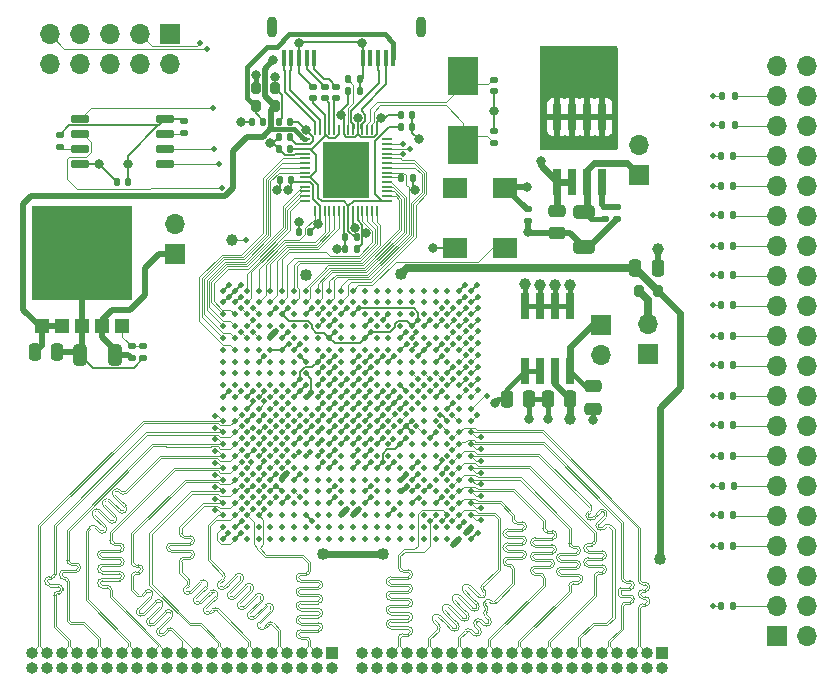
<source format=gbr>
%TF.GenerationSoftware,KiCad,Pcbnew,6.0.10-86aedd382b~118~ubuntu20.04.1*%
%TF.CreationDate,2023-03-05T00:00:34-08:00*%
%TF.ProjectId,ep2c35_trial,65703263-3335-45f7-9472-69616c2e6b69,rev?*%
%TF.SameCoordinates,Original*%
%TF.FileFunction,Copper,L1,Top*%
%TF.FilePolarity,Positive*%
%FSLAX46Y46*%
G04 Gerber Fmt 4.6, Leading zero omitted, Abs format (unit mm)*
G04 Created by KiCad (PCBNEW 6.0.10-86aedd382b~118~ubuntu20.04.1) date 2023-03-05 00:00:34*
%MOMM*%
%LPD*%
G01*
G04 APERTURE LIST*
G04 Aperture macros list*
%AMRoundRect*
0 Rectangle with rounded corners*
0 $1 Rounding radius*
0 $2 $3 $4 $5 $6 $7 $8 $9 X,Y pos of 4 corners*
0 Add a 4 corners polygon primitive as box body*
4,1,4,$2,$3,$4,$5,$6,$7,$8,$9,$2,$3,0*
0 Add four circle primitives for the rounded corners*
1,1,$1+$1,$2,$3*
1,1,$1+$1,$4,$5*
1,1,$1+$1,$6,$7*
1,1,$1+$1,$8,$9*
0 Add four rect primitives between the rounded corners*
20,1,$1+$1,$2,$3,$4,$5,0*
20,1,$1+$1,$4,$5,$6,$7,0*
20,1,$1+$1,$6,$7,$8,$9,0*
20,1,$1+$1,$8,$9,$2,$3,0*%
G04 Aperture macros list end*
%TA.AperFunction,SMDPad,CuDef*%
%ADD10RoundRect,0.140000X0.140000X0.170000X-0.140000X0.170000X-0.140000X-0.170000X0.140000X-0.170000X0*%
%TD*%
%TA.AperFunction,SMDPad,CuDef*%
%ADD11RoundRect,0.250000X-0.250000X-0.475000X0.250000X-0.475000X0.250000X0.475000X-0.250000X0.475000X0*%
%TD*%
%TA.AperFunction,ComponentPad*%
%ADD12R,1.700000X1.700000*%
%TD*%
%TA.AperFunction,ComponentPad*%
%ADD13O,1.700000X1.700000*%
%TD*%
%TA.AperFunction,SMDPad,CuDef*%
%ADD14RoundRect,0.140000X0.170000X-0.140000X0.170000X0.140000X-0.170000X0.140000X-0.170000X-0.140000X0*%
%TD*%
%TA.AperFunction,SMDPad,CuDef*%
%ADD15RoundRect,0.135000X-0.135000X-0.185000X0.135000X-0.185000X0.135000X0.185000X-0.135000X0.185000X0*%
%TD*%
%TA.AperFunction,SMDPad,CuDef*%
%ADD16RoundRect,0.200000X-0.200000X-0.275000X0.200000X-0.275000X0.200000X0.275000X-0.200000X0.275000X0*%
%TD*%
%TA.AperFunction,SMDPad,CuDef*%
%ADD17RoundRect,0.140000X-0.140000X-0.170000X0.140000X-0.170000X0.140000X0.170000X-0.140000X0.170000X0*%
%TD*%
%TA.AperFunction,SMDPad,CuDef*%
%ADD18C,1.000000*%
%TD*%
%TA.AperFunction,SMDPad,CuDef*%
%ADD19RoundRect,0.135000X0.185000X-0.135000X0.185000X0.135000X-0.185000X0.135000X-0.185000X-0.135000X0*%
%TD*%
%TA.AperFunction,SMDPad,CuDef*%
%ADD20RoundRect,0.140000X-0.170000X0.140000X-0.170000X-0.140000X0.170000X-0.140000X0.170000X0.140000X0*%
%TD*%
%TA.AperFunction,SMDPad,CuDef*%
%ADD21R,0.700000X2.200000*%
%TD*%
%TA.AperFunction,SMDPad,CuDef*%
%ADD22RoundRect,0.250000X0.475000X-0.250000X0.475000X0.250000X-0.475000X0.250000X-0.475000X-0.250000X0*%
%TD*%
%TA.AperFunction,SMDPad,CuDef*%
%ADD23RoundRect,0.250000X-0.325000X-0.650000X0.325000X-0.650000X0.325000X0.650000X-0.325000X0.650000X0*%
%TD*%
%TA.AperFunction,ComponentPad*%
%ADD24R,1.000000X1.000000*%
%TD*%
%TA.AperFunction,ComponentPad*%
%ADD25O,1.000000X1.000000*%
%TD*%
%TA.AperFunction,SMDPad,CuDef*%
%ADD26RoundRect,0.200000X0.200000X0.275000X-0.200000X0.275000X-0.200000X-0.275000X0.200000X-0.275000X0*%
%TD*%
%TA.AperFunction,SMDPad,CuDef*%
%ADD27RoundRect,0.135000X-0.185000X0.135000X-0.185000X-0.135000X0.185000X-0.135000X0.185000X0.135000X0*%
%TD*%
%TA.AperFunction,SMDPad,CuDef*%
%ADD28R,2.500000X3.325000*%
%TD*%
%TA.AperFunction,SMDPad,CuDef*%
%ADD29RoundRect,0.050000X0.387500X0.050000X-0.387500X0.050000X-0.387500X-0.050000X0.387500X-0.050000X0*%
%TD*%
%TA.AperFunction,SMDPad,CuDef*%
%ADD30RoundRect,0.050000X0.050000X0.387500X-0.050000X0.387500X-0.050000X-0.387500X0.050000X-0.387500X0*%
%TD*%
%TA.AperFunction,SMDPad,CuDef*%
%ADD31R,3.900000X4.700000*%
%TD*%
%TA.AperFunction,SMDPad,CuDef*%
%ADD32RoundRect,0.250000X0.250000X0.475000X-0.250000X0.475000X-0.250000X-0.475000X0.250000X-0.475000X0*%
%TD*%
%TA.AperFunction,SMDPad,CuDef*%
%ADD33RoundRect,0.250000X0.650000X-0.325000X0.650000X0.325000X-0.650000X0.325000X-0.650000X-0.325000X0*%
%TD*%
%TA.AperFunction,SMDPad,CuDef*%
%ADD34RoundRect,0.150000X-0.650000X-0.150000X0.650000X-0.150000X0.650000X0.150000X-0.650000X0.150000X0*%
%TD*%
%TA.AperFunction,SMDPad,CuDef*%
%ADD35R,2.000000X1.800000*%
%TD*%
%TA.AperFunction,SMDPad,CuDef*%
%ADD36R,1.200000X1.200000*%
%TD*%
%TA.AperFunction,ComponentPad*%
%ADD37C,0.460000*%
%TD*%
%TA.AperFunction,SMDPad,CuDef*%
%ADD38R,8.450000X8.012500*%
%TD*%
%TA.AperFunction,SMDPad,CuDef*%
%ADD39R,0.400000X1.350000*%
%TD*%
%TA.AperFunction,ComponentPad*%
%ADD40O,0.900000X1.800000*%
%TD*%
%TA.AperFunction,SMDPad,CuDef*%
%ADD41C,0.500000*%
%TD*%
%TA.AperFunction,ViaPad*%
%ADD42C,0.460000*%
%TD*%
%TA.AperFunction,ViaPad*%
%ADD43C,1.000000*%
%TD*%
%TA.AperFunction,ViaPad*%
%ADD44C,1.016000*%
%TD*%
%TA.AperFunction,ViaPad*%
%ADD45C,0.800000*%
%TD*%
%TA.AperFunction,Conductor*%
%ADD46C,0.200000*%
%TD*%
%TA.AperFunction,Conductor*%
%ADD47C,0.508000*%
%TD*%
%TA.AperFunction,Conductor*%
%ADD48C,0.400000*%
%TD*%
%TA.AperFunction,Conductor*%
%ADD49C,0.100000*%
%TD*%
%TA.AperFunction,Conductor*%
%ADD50C,0.600000*%
%TD*%
%TA.AperFunction,Conductor*%
%ADD51C,0.700000*%
%TD*%
%TA.AperFunction,Conductor*%
%ADD52C,0.090000*%
%TD*%
%TA.AperFunction,Conductor*%
%ADD53C,0.500000*%
%TD*%
G04 APERTURE END LIST*
D10*
%TO.P,C5,1*%
%TO.N,/VBUS_RAW*%
X137410000Y-56700000D03*
%TO.P,C5,2*%
%TO.N,GND*%
X136450000Y-56700000D03*
%TD*%
D11*
%TO.P,C28,1*%
%TO.N,GND*%
X161500000Y-80200000D03*
%TO.P,C28,2*%
%TO.N,+2V5*%
X163400000Y-80200000D03*
%TD*%
D12*
%TO.P,J6,1,Pin_1*%
%TO.N,/3V3_LDO*%
X129950000Y-67925000D03*
D13*
%TO.P,J6,2,Pin_2*%
%TO.N,+3.3V*%
X129950000Y-65385000D03*
%TD*%
D14*
%TO.P,C19,1*%
%TO.N,GND*%
X156930000Y-54127500D03*
%TO.P,C19,2*%
%TO.N,Net-(C19-Pad2)*%
X156930000Y-53167500D03*
%TD*%
%TO.P,C22,1*%
%TO.N,GND*%
X159800000Y-65080000D03*
%TO.P,C22,2*%
%TO.N,+3.3V*%
X159800000Y-64120000D03*
%TD*%
D15*
%TO.P,R44,1*%
%TO.N,/DIG_D4*%
X176180000Y-64600000D03*
%TO.P,R44,2*%
%TO.N,/POD_D4*%
X177200000Y-64600000D03*
%TD*%
%TO.P,R39,1*%
%TO.N,/DIG_D9*%
X176180000Y-77300000D03*
%TO.P,R39,2*%
%TO.N,/POD_D9*%
X177200000Y-77300000D03*
%TD*%
%TO.P,R33,1*%
%TO.N,/DIG_D15*%
X176180000Y-92600000D03*
%TO.P,R33,2*%
%TO.N,/POD_D15*%
X177200000Y-92600000D03*
%TD*%
D16*
%TO.P,FB2,1*%
%TO.N,/USB_SHIELD*%
X136750000Y-53850000D03*
%TO.P,FB2,2*%
%TO.N,GND*%
X138400000Y-53850000D03*
%TD*%
D15*
%TO.P,R46,1*%
%TO.N,/DIG_D2*%
X176180000Y-59600000D03*
%TO.P,R46,2*%
%TO.N,/POD_D2*%
X177200000Y-59600000D03*
%TD*%
D17*
%TO.P,C13,1*%
%TO.N,GND*%
X138740000Y-58000000D03*
%TO.P,C13,2*%
%TO.N,+3.3V*%
X139700000Y-58000000D03*
%TD*%
D10*
%TO.P,C17,1*%
%TO.N,GND*%
X150010000Y-57150000D03*
%TO.P,C17,2*%
%TO.N,+1V0*%
X149050000Y-57150000D03*
%TD*%
D18*
%TO.P,TP1,1,1*%
%TO.N,/CRC_ERROR*%
X134750000Y-66700000D03*
%TD*%
D10*
%TO.P,C9,1*%
%TO.N,GND*%
X145560000Y-54100000D03*
%TO.P,C9,2*%
%TO.N,+3.3V*%
X144600000Y-54100000D03*
%TD*%
D19*
%TO.P,R4,1*%
%TO.N,/SPI_nRESET*%
X130650000Y-57670000D03*
%TO.P,R4,2*%
%TO.N,+3.3V*%
X130650000Y-56650000D03*
%TD*%
D20*
%TO.P,C16,1*%
%TO.N,GND*%
X141600000Y-53740000D03*
%TO.P,C16,2*%
%TO.N,+1V0*%
X141600000Y-54700000D03*
%TD*%
D10*
%TO.P,C14,1*%
%TO.N,GND*%
X150000000Y-56150000D03*
%TO.P,C14,2*%
%TO.N,+3.3V*%
X149040000Y-56150000D03*
%TD*%
D21*
%TO.P,U5,1,EN*%
%TO.N,+3.3V*%
X162290000Y-61790000D03*
%TO.P,U5,2,IN*%
X163560000Y-61790000D03*
%TO.P,U5,3,OUT*%
%TO.N,/2V5_LDO*%
X164830000Y-61790000D03*
%TO.P,U5,4,ADJ*%
%TO.N,/2V5_ADJ*%
X166100000Y-61790000D03*
%TO.P,U5,5,GND*%
%TO.N,GND*%
X166100000Y-56290000D03*
%TO.P,U5,6,GND*%
X164830000Y-56290000D03*
%TO.P,U5,7,GND*%
X163560000Y-56290000D03*
%TO.P,U5,8,GND*%
X162290000Y-56290000D03*
%TD*%
D15*
%TO.P,R43,1*%
%TO.N,/DIG_D5*%
X176180000Y-67200000D03*
%TO.P,R43,2*%
%TO.N,/POD_D5*%
X177200000Y-67200000D03*
%TD*%
%TO.P,R34,1*%
%TO.N,/DIG_D14*%
X176180000Y-90000000D03*
%TO.P,R34,2*%
%TO.N,/POD_D14*%
X177200000Y-90000000D03*
%TD*%
D17*
%TO.P,C8,1*%
%TO.N,GND*%
X138740000Y-59000000D03*
%TO.P,C8,2*%
%TO.N,+1V0*%
X139700000Y-59000000D03*
%TD*%
D19*
%TO.P,R9,1*%
%TO.N,GND*%
X127250000Y-76720000D03*
%TO.P,R9,2*%
%TO.N,/3V3_ADJ*%
X127250000Y-75700000D03*
%TD*%
D15*
%TO.P,R48,1*%
%TO.N,/DIG_D0*%
X176280000Y-54500000D03*
%TO.P,R48,2*%
%TO.N,/POD_D0*%
X177300000Y-54500000D03*
%TD*%
D22*
%TO.P,C29,1*%
%TO.N,GND*%
X165300000Y-81000000D03*
%TO.P,C29,2*%
%TO.N,/1V2_LDO*%
X165300000Y-79100000D03*
%TD*%
D19*
%TO.P,R3,1*%
%TO.N,/SPI_nWP*%
X120150000Y-58870000D03*
%TO.P,R3,2*%
%TO.N,+3.3V*%
X120150000Y-57850000D03*
%TD*%
D17*
%TO.P,C21,1*%
%TO.N,GND*%
X138720000Y-56700000D03*
%TO.P,C21,2*%
%TO.N,+3.3V*%
X139680000Y-56700000D03*
%TD*%
D23*
%TO.P,C24,1*%
%TO.N,GND*%
X121900000Y-76420000D03*
%TO.P,C24,2*%
%TO.N,/3V3_LDO*%
X124850000Y-76420000D03*
%TD*%
D20*
%TO.P,C7,1*%
%TO.N,/USB_SSTX_RAW_P*%
X142600000Y-53750000D03*
%TO.P,C7,2*%
%TO.N,/USB_SSTX_P*%
X142600000Y-54710000D03*
%TD*%
D24*
%TO.P,J2,1,Pin_1*%
%TO.N,GND*%
X171150000Y-101650000D03*
D25*
%TO.P,J2,2,Pin_2*%
X171150000Y-102920000D03*
%TO.P,J2,3,Pin_3*%
%TO.N,/LVDS_RX_DATA1_7_N*%
X169880000Y-101650000D03*
%TO.P,J2,4,Pin_4*%
%TO.N,GND*%
X169880000Y-102920000D03*
%TO.P,J2,5,Pin_5*%
%TO.N,/LVDS_RX_DATA1_7_P*%
X168610000Y-101650000D03*
%TO.P,J2,6,Pin_6*%
%TO.N,GND*%
X168610000Y-102920000D03*
%TO.P,J2,7,Pin_7*%
%TO.N,/LVDS_RX_DATA1_6_N*%
X167340000Y-101650000D03*
%TO.P,J2,8,Pin_8*%
%TO.N,GND*%
X167340000Y-102920000D03*
%TO.P,J2,9,Pin_9*%
%TO.N,/LVDS_RX_DATA1_6_P*%
X166070000Y-101650000D03*
%TO.P,J2,10,Pin_10*%
%TO.N,GND*%
X166070000Y-102920000D03*
%TO.P,J2,11,Pin_11*%
%TO.N,/LVDS_RX_DATA1_5_N*%
X164800000Y-101650000D03*
%TO.P,J2,12,Pin_12*%
%TO.N,GND*%
X164800000Y-102920000D03*
%TO.P,J2,13,Pin_13*%
%TO.N,/LVDS_RX_DATA1_5_P*%
X163530000Y-101650000D03*
%TO.P,J2,14,Pin_14*%
%TO.N,GND*%
X163530000Y-102920000D03*
%TO.P,J2,15,Pin_15*%
%TO.N,/LVDS_RX_DATA1_4_N*%
X162260000Y-101650000D03*
%TO.P,J2,16,Pin_16*%
%TO.N,GND*%
X162260000Y-102920000D03*
%TO.P,J2,17,Pin_17*%
%TO.N,/LVDS_RX_DATA1_4_P*%
X160990000Y-101650000D03*
%TO.P,J2,18,Pin_18*%
%TO.N,GND*%
X160990000Y-102920000D03*
%TO.P,J2,19,Pin_19*%
%TO.N,/LVDS_RX_DATA1_3_N*%
X159720000Y-101650000D03*
%TO.P,J2,20,Pin_20*%
%TO.N,GND*%
X159720000Y-102920000D03*
%TO.P,J2,21,Pin_21*%
%TO.N,/LVDS_RX_DATA1_3_P*%
X158450000Y-101650000D03*
%TO.P,J2,22,Pin_22*%
%TO.N,GND*%
X158450000Y-102920000D03*
%TO.P,J2,23,Pin_23*%
%TO.N,/LVDS_RX_DATA1_2_N*%
X157180000Y-101650000D03*
%TO.P,J2,24,Pin_24*%
%TO.N,GND*%
X157180000Y-102920000D03*
%TO.P,J2,25,Pin_25*%
%TO.N,/LVDS_RX_DATA1_2_P*%
X155910000Y-101650000D03*
%TO.P,J2,26,Pin_26*%
%TO.N,GND*%
X155910000Y-102920000D03*
%TO.P,J2,27,Pin_27*%
%TO.N,/LVDS_RX_DATA1_1_N*%
X154640000Y-101650000D03*
%TO.P,J2,28,Pin_28*%
%TO.N,GND*%
X154640000Y-102920000D03*
%TO.P,J2,29,Pin_29*%
%TO.N,/LVDS_RX_DATA1_1_P*%
X153370000Y-101650000D03*
%TO.P,J2,30,Pin_30*%
%TO.N,GND*%
X153370000Y-102920000D03*
%TO.P,J2,31,Pin_31*%
%TO.N,/LVDS_RX_DATA1_0_N*%
X152100000Y-101650000D03*
%TO.P,J2,32,Pin_32*%
%TO.N,GND*%
X152100000Y-102920000D03*
%TO.P,J2,33,Pin_33*%
%TO.N,/LVDS_RX_DATA1_0_P*%
X150830000Y-101650000D03*
%TO.P,J2,34,Pin_34*%
%TO.N,GND*%
X150830000Y-102920000D03*
%TO.P,J2,35,Pin_35*%
%TO.N,/LVDS_RX_FCLK1_N*%
X149560000Y-101650000D03*
%TO.P,J2,36,Pin_36*%
%TO.N,GND*%
X149560000Y-102920000D03*
%TO.P,J2,37,Pin_37*%
%TO.N,/LVDS_RX_FCLK1_P*%
X148290000Y-101650000D03*
%TO.P,J2,38,Pin_38*%
%TO.N,GND*%
X148290000Y-102920000D03*
%TO.P,J2,39,Pin_39*%
%TO.N,/LVDS_RX_CLK1_N*%
X147020000Y-101650000D03*
%TO.P,J2,40,Pin_40*%
%TO.N,GND*%
X147020000Y-102920000D03*
%TO.P,J2,41,Pin_41*%
%TO.N,/LVDS_RX_CLK1_P*%
X145750000Y-101650000D03*
%TO.P,J2,42,Pin_42*%
%TO.N,GND*%
X145750000Y-102920000D03*
%TD*%
D15*
%TO.P,R37,1*%
%TO.N,/DIG_D11*%
X176180000Y-82400000D03*
%TO.P,R37,2*%
%TO.N,/POD_D11*%
X177200000Y-82400000D03*
%TD*%
D12*
%TO.P,J9,1,Pin_1*%
%TO.N,+1V2*%
X170000000Y-76400000D03*
D13*
%TO.P,J9,2,Pin_2*%
%TO.N,/1V2_OPT*%
X170000000Y-73860000D03*
%TD*%
D15*
%TO.P,R45,1*%
%TO.N,/DIG_D3*%
X176180000Y-62100000D03*
%TO.P,R45,2*%
%TO.N,/POD_D3*%
X177200000Y-62100000D03*
%TD*%
%TO.P,R47,1*%
%TO.N,/DIG_D1*%
X176280000Y-57000000D03*
%TO.P,R47,2*%
%TO.N,/POD_D1*%
X177300000Y-57000000D03*
%TD*%
%TO.P,R7,1*%
%TO.N,/FT_SIWU_N*%
X149040000Y-61500000D03*
%TO.P,R7,2*%
%TO.N,+3.3V*%
X150060000Y-61500000D03*
%TD*%
D21*
%TO.P,U6,1,EN*%
%TO.N,+3.3V*%
X159560000Y-77800000D03*
%TO.P,U6,2,VBIAS*%
X160830000Y-77800000D03*
%TO.P,U6,3,VIN*%
%TO.N,+2V5*%
X162100000Y-77800000D03*
%TO.P,U6,4,VOUT*%
%TO.N,/1V2_LDO*%
X163370000Y-77800000D03*
%TO.P,U6,5,GND*%
%TO.N,GND*%
X163370000Y-72300000D03*
%TO.P,U6,6,GND*%
X162100000Y-72300000D03*
%TO.P,U6,7,GND*%
X160830000Y-72300000D03*
%TO.P,U6,8,GND*%
X159560000Y-72300000D03*
%TD*%
D22*
%TO.P,C25,1*%
%TO.N,GND*%
X162250000Y-66140000D03*
%TO.P,C25,2*%
%TO.N,+3.3V*%
X162250000Y-64240000D03*
%TD*%
D15*
%TO.P,R32,1*%
%TO.N,/DIG_CLK*%
X176180000Y-97700000D03*
%TO.P,R32,2*%
%TO.N,/POD_CLK*%
X177200000Y-97700000D03*
%TD*%
%TO.P,R40,1*%
%TO.N,/DIG_D8*%
X176180000Y-74800000D03*
%TO.P,R40,2*%
%TO.N,/POD_D8*%
X177200000Y-74800000D03*
%TD*%
%TO.P,R35,1*%
%TO.N,/DIG_D13*%
X176200000Y-87500000D03*
%TO.P,R35,2*%
%TO.N,/POD_D13*%
X177220000Y-87500000D03*
%TD*%
D26*
%TO.P,FB1,1*%
%TO.N,/VBUS*%
X138400000Y-55400000D03*
%TO.P,FB1,2*%
%TO.N,/VBUS_RAW*%
X136750000Y-55400000D03*
%TD*%
D27*
%TO.P,R8,1*%
%TO.N,/3V3_ADJ*%
X126250000Y-75700000D03*
%TO.P,R8,2*%
%TO.N,/3V3_LDO*%
X126250000Y-76720000D03*
%TD*%
D28*
%TO.P,Y1,1,1*%
%TO.N,Net-(C19-Pad2)*%
X154350000Y-52825000D03*
%TO.P,Y1,2,2*%
%TO.N,Net-(C20-Pad2)*%
X154350000Y-58650000D03*
%TD*%
D29*
%TO.P,U3,1,AVDD*%
%TO.N,+1V0*%
X147837500Y-63400000D03*
%TO.P,U3,2,BE_0*%
%TO.N,/FT_BE0*%
X147837500Y-63000000D03*
%TO.P,U3,3,BE_1*%
%TO.N,/FT_BE1*%
X147837500Y-62600000D03*
%TO.P,U3,4,TXE_N*%
%TO.N,/FT_TXE_N*%
X147837500Y-62200000D03*
%TO.P,U3,5,RXF_N*%
%TO.N,/FT_RXF_N*%
X147837500Y-61800000D03*
%TO.P,U3,6,SIWU_N*%
%TO.N,/FT_SIWU_N*%
X147837500Y-61400000D03*
%TO.P,U3,7,WR_N*%
%TO.N,/FT_WR_N*%
X147837500Y-61000000D03*
%TO.P,U3,8,RD_N*%
%TO.N,/FT_RD_N*%
X147837500Y-60600000D03*
%TO.P,U3,9,OE_N*%
%TO.N,/FT_OE_N*%
X147837500Y-60200000D03*
%TO.P,U3,10,RESET_N*%
%TO.N,/FT_RESET_N*%
X147837500Y-59800000D03*
%TO.P,U3,11,WAKEUP_N*%
%TO.N,/FT_WAKEUP_N*%
X147837500Y-59400000D03*
%TO.P,U3,12,GPIO0*%
%TO.N,/FT_GPIO0*%
X147837500Y-59000000D03*
%TO.P,U3,13,GPIO1*%
%TO.N,/FT_GPIO1*%
X147837500Y-58600000D03*
%TO.P,U3,14,RESERVED*%
%TO.N,unconnected-(U3-Pad14)*%
X147837500Y-58200000D03*
D30*
%TO.P,U3,15,VCC33*%
%TO.N,+3.3V*%
X147000000Y-57362500D03*
%TO.P,U3,16,XI*%
%TO.N,Net-(C20-Pad2)*%
X146600000Y-57362500D03*
%TO.P,U3,17,XO*%
%TO.N,Net-(C19-Pad2)*%
X146200000Y-57362500D03*
%TO.P,U3,18,DP*%
%TO.N,/USB_D_N*%
X145800000Y-57362500D03*
%TO.P,U3,19,VCC33*%
%TO.N,+3.3V*%
X145400000Y-57362500D03*
%TO.P,U3,20,DM*%
%TO.N,/USB_D_P*%
X145000000Y-57362500D03*
%TO.P,U3,21,RREF*%
%TO.N,/USB_RREF*%
X144600000Y-57362500D03*
%TO.P,U3,22,VDDA*%
%TO.N,+3.3V*%
X144200000Y-57362500D03*
%TO.P,U3,23,VD10*%
%TO.N,+1V0*%
X143800000Y-57362500D03*
%TO.P,U3,24,TODN*%
%TO.N,/USB_SSTX_N*%
X143400000Y-57362500D03*
%TO.P,U3,25,TODP*%
%TO.N,/USB_SSTX_P*%
X143000000Y-57362500D03*
%TO.P,U3,26,VD10*%
%TO.N,+1V0*%
X142600000Y-57362500D03*
%TO.P,U3,27,RIDN*%
%TO.N,/USB_SSRX_N*%
X142200000Y-57362500D03*
%TO.P,U3,28,RIDP*%
%TO.N,/USB_SSRX_P*%
X141800000Y-57362500D03*
D29*
%TO.P,U3,29,VBUS*%
%TO.N,/VBUS*%
X140962500Y-58200000D03*
%TO.P,U3,30,VCC33*%
%TO.N,+3.3V*%
X140962500Y-58600000D03*
%TO.P,U3,31,DV10*%
%TO.N,+1V0*%
X140962500Y-59000000D03*
%TO.P,U3,32,GND*%
%TO.N,GND*%
X140962500Y-59400000D03*
%TO.P,U3,33,DATA_0*%
%TO.N,/FT_DATA0*%
X140962500Y-59800000D03*
%TO.P,U3,34,DATA_1*%
%TO.N,/FT_DATA1*%
X140962500Y-60200000D03*
%TO.P,U3,35,DATA_2*%
%TO.N,/FT_DATA2*%
X140962500Y-60600000D03*
%TO.P,U3,36,DATA_3*%
%TO.N,/FT_DATA3*%
X140962500Y-61000000D03*
%TO.P,U3,37,VD10*%
%TO.N,+1V0*%
X140962500Y-61400000D03*
%TO.P,U3,38,VCCIO*%
%TO.N,+3.3V*%
X140962500Y-61800000D03*
%TO.P,U3,39,DATA_4*%
%TO.N,/FT_DATA4*%
X140962500Y-62200000D03*
%TO.P,U3,40,DATA_5*%
%TO.N,/FT_DATA5*%
X140962500Y-62600000D03*
%TO.P,U3,41,DATA_6*%
%TO.N,/FT_DATA6*%
X140962500Y-63000000D03*
%TO.P,U3,42,DATA_7*%
%TO.N,/FT_DATA7*%
X140962500Y-63400000D03*
D30*
%TO.P,U3,43,CLK*%
%TO.N,/FT_CLK*%
X141800000Y-64237500D03*
%TO.P,U3,44,VCCIO*%
%TO.N,+3.3V*%
X142200000Y-64237500D03*
%TO.P,U3,45,DATA_8*%
%TO.N,/FT_DATA8*%
X142600000Y-64237500D03*
%TO.P,U3,46,DATA_9*%
%TO.N,/FT_DATA9*%
X143000000Y-64237500D03*
%TO.P,U3,47,DATA_10*%
%TO.N,/FT_DATA10*%
X143400000Y-64237500D03*
%TO.P,U3,48,DATA_11*%
%TO.N,/FT_DATA11*%
X143800000Y-64237500D03*
%TO.P,U3,49,GND*%
%TO.N,GND*%
X144200000Y-64237500D03*
%TO.P,U3,50,VD10*%
%TO.N,+1V0*%
X144600000Y-64237500D03*
%TO.P,U3,51,GND*%
%TO.N,GND*%
X145000000Y-64237500D03*
%TO.P,U3,52,VCCIO*%
%TO.N,+3.3V*%
X145400000Y-64237500D03*
%TO.P,U3,53,DATA_12*%
%TO.N,/FT_DATA12*%
X145800000Y-64237500D03*
%TO.P,U3,54,DATA_13*%
%TO.N,/FT_DATA13*%
X146200000Y-64237500D03*
%TO.P,U3,55,DATA_14*%
%TO.N,/FT_DATA14*%
X146600000Y-64237500D03*
%TO.P,U3,56,DATA_15*%
%TO.N,/FT_DATA15*%
X147000000Y-64237500D03*
D31*
%TO.P,U3,57,GND*%
%TO.N,GND*%
X144400000Y-60800000D03*
%TD*%
D15*
%TO.P,R41,1*%
%TO.N,/DIG_D7*%
X176180000Y-72200000D03*
%TO.P,R41,2*%
%TO.N,/POD_D7*%
X177200000Y-72200000D03*
%TD*%
D32*
%TO.P,C23,1*%
%TO.N,GND*%
X119950000Y-76220000D03*
%TO.P,C23,2*%
%TO.N,/VBUS*%
X118050000Y-76220000D03*
%TD*%
D16*
%TO.P,FB3,1*%
%TO.N,/1V2_OPT*%
X169175000Y-71000000D03*
%TO.P,FB3,2*%
%TO.N,+1V2A*%
X170825000Y-71000000D03*
%TD*%
D33*
%TO.P,C26,1*%
%TO.N,GND*%
X164550000Y-67290000D03*
%TO.P,C26,2*%
%TO.N,/2V5_LDO*%
X164550000Y-64340000D03*
%TD*%
D34*
%TO.P,U4,1,~{CS}*%
%TO.N,/SPI_nCS*%
X121850000Y-56495000D03*
%TO.P,U4,2,DO(IO1)*%
%TO.N,/SPI_DATA0*%
X121850000Y-57765000D03*
%TO.P,U4,3,IO2*%
%TO.N,/SPI_nWP*%
X121850000Y-59035000D03*
%TO.P,U4,4,GND*%
%TO.N,GND*%
X121850000Y-60305000D03*
%TO.P,U4,5,DI(IO0)*%
%TO.N,/SPI_ADS*%
X129050000Y-60305000D03*
%TO.P,U4,6,CLK*%
%TO.N,/SPI_DCLK*%
X129050000Y-59035000D03*
%TO.P,U4,7,IO3*%
%TO.N,/SPI_nRESET*%
X129050000Y-57765000D03*
%TO.P,U4,8,VCC*%
%TO.N,+3.3V*%
X129050000Y-56495000D03*
%TD*%
D12*
%TO.P,J3,1,+5V*%
%TO.N,/VBUS*%
X180900000Y-100200000D03*
D13*
%TO.P,J3,2,PGND*%
%TO.N,GND*%
X183440000Y-100200000D03*
%TO.P,J3,3,CLOCK*%
%TO.N,/POD_CLK*%
X180900000Y-97660000D03*
%TO.P,J3,4,GND*%
%TO.N,GND*%
X183440000Y-97660000D03*
%TO.P,J3,5,DNC*%
%TO.N,unconnected-(J3-Pad5)*%
X180900000Y-95120000D03*
%TO.P,J3,6,GND*%
%TO.N,GND*%
X183440000Y-95120000D03*
%TO.P,J3,7,D15*%
%TO.N,/POD_D15*%
X180900000Y-92580000D03*
%TO.P,J3,8,GND*%
%TO.N,GND*%
X183440000Y-92580000D03*
%TO.P,J3,9,D14*%
%TO.N,/POD_D14*%
X180900000Y-90040000D03*
%TO.P,J3,10,GND*%
%TO.N,GND*%
X183440000Y-90040000D03*
%TO.P,J3,11,D13*%
%TO.N,/POD_D13*%
X180900000Y-87500000D03*
%TO.P,J3,12,GND*%
%TO.N,GND*%
X183440000Y-87500000D03*
%TO.P,J3,13,D12*%
%TO.N,/POD_D12*%
X180900000Y-84960000D03*
%TO.P,J3,14,GND*%
%TO.N,GND*%
X183440000Y-84960000D03*
%TO.P,J3,15,D11*%
%TO.N,/POD_D11*%
X180900000Y-82420000D03*
%TO.P,J3,16,GND*%
%TO.N,GND*%
X183440000Y-82420000D03*
%TO.P,J3,17,D10*%
%TO.N,/POD_D10*%
X180900000Y-79880000D03*
%TO.P,J3,18,GND*%
%TO.N,GND*%
X183440000Y-79880000D03*
%TO.P,J3,19,D9*%
%TO.N,/POD_D9*%
X180900000Y-77340000D03*
%TO.P,J3,20,GND*%
%TO.N,GND*%
X183440000Y-77340000D03*
%TO.P,J3,21,D8*%
%TO.N,/POD_D8*%
X180900000Y-74800000D03*
%TO.P,J3,22,GND*%
%TO.N,GND*%
X183440000Y-74800000D03*
%TO.P,J3,23,D7*%
%TO.N,/POD_D7*%
X180900000Y-72260000D03*
%TO.P,J3,24,GND*%
%TO.N,GND*%
X183440000Y-72260000D03*
%TO.P,J3,25,D6*%
%TO.N,/POD_D6*%
X180900000Y-69720000D03*
%TO.P,J3,26,GND*%
%TO.N,GND*%
X183440000Y-69720000D03*
%TO.P,J3,27,D5*%
%TO.N,/POD_D5*%
X180900000Y-67180000D03*
%TO.P,J3,28,GND*%
%TO.N,GND*%
X183440000Y-67180000D03*
%TO.P,J3,29,D4*%
%TO.N,/POD_D4*%
X180900000Y-64640000D03*
%TO.P,J3,30,GND*%
%TO.N,GND*%
X183440000Y-64640000D03*
%TO.P,J3,31,D3*%
%TO.N,/POD_D3*%
X180900000Y-62100000D03*
%TO.P,J3,32,GND*%
%TO.N,GND*%
X183440000Y-62100000D03*
%TO.P,J3,33,D2*%
%TO.N,/POD_D2*%
X180900000Y-59560000D03*
%TO.P,J3,34,GND*%
%TO.N,GND*%
X183440000Y-59560000D03*
%TO.P,J3,35,D1*%
%TO.N,/POD_D1*%
X180900000Y-57020000D03*
%TO.P,J3,36,GND*%
%TO.N,GND*%
X183440000Y-57020000D03*
%TO.P,J3,37,D0*%
%TO.N,/POD_D0*%
X180900000Y-54480000D03*
%TO.P,J3,38,GND*%
%TO.N,GND*%
X183440000Y-54480000D03*
%TO.P,J3,39,+5V*%
%TO.N,/VBUS*%
X180900000Y-51940000D03*
%TO.P,J3,40,PGND*%
%TO.N,GND*%
X183440000Y-51940000D03*
%TD*%
D15*
%TO.P,R1,1*%
%TO.N,/USB_RREF*%
X144550000Y-53100000D03*
%TO.P,R1,2*%
%TO.N,GND*%
X145570000Y-53100000D03*
%TD*%
D20*
%TO.P,C20,1*%
%TO.N,GND*%
X156930000Y-57517500D03*
%TO.P,C20,2*%
%TO.N,Net-(C20-Pad2)*%
X156930000Y-58477500D03*
%TD*%
D12*
%TO.P,J5,1,Pin_1*%
%TO.N,/TCK*%
X129500000Y-49300000D03*
D13*
%TO.P,J5,2,Pin_2*%
%TO.N,GND*%
X129500000Y-51840000D03*
%TO.P,J5,3,Pin_3*%
%TO.N,/TDO*%
X126960000Y-49300000D03*
%TO.P,J5,4,Pin_4*%
%TO.N,+3.3V*%
X126960000Y-51840000D03*
%TO.P,J5,5,Pin_5*%
%TO.N,/TMS*%
X124420000Y-49300000D03*
%TO.P,J5,6,Pin_6*%
%TO.N,unconnected-(J5-Pad6)*%
X124420000Y-51840000D03*
%TO.P,J5,7,Pin_7*%
%TO.N,unconnected-(J5-Pad7)*%
X121880000Y-49300000D03*
%TO.P,J5,8,Pin_8*%
%TO.N,unconnected-(J5-Pad8)*%
X121880000Y-51840000D03*
%TO.P,J5,9,Pin_9*%
%TO.N,/TDI*%
X119340000Y-49300000D03*
%TO.P,J5,10,Pin_10*%
%TO.N,GND*%
X119340000Y-51840000D03*
%TD*%
D24*
%TO.P,J1,1,Pin_1*%
%TO.N,GND*%
X143210000Y-101650000D03*
D25*
%TO.P,J1,2,Pin_2*%
X143210000Y-102920000D03*
%TO.P,J1,3,Pin_3*%
%TO.N,/LVDS_RX_FCLK0_N*%
X141940000Y-101650000D03*
%TO.P,J1,4,Pin_4*%
%TO.N,GND*%
X141940000Y-102920000D03*
%TO.P,J1,5,Pin_5*%
%TO.N,/LVDS_RX_FCLK0_P*%
X140670000Y-101650000D03*
%TO.P,J1,6,Pin_6*%
%TO.N,GND*%
X140670000Y-102920000D03*
%TO.P,J1,7,Pin_7*%
%TO.N,/LVDS_RX_DATA0_7_N*%
X139400000Y-101650000D03*
%TO.P,J1,8,Pin_8*%
%TO.N,GND*%
X139400000Y-102920000D03*
%TO.P,J1,9,Pin_9*%
%TO.N,/LVDS_RX_DATA0_7_P*%
X138130000Y-101650000D03*
%TO.P,J1,10,Pin_10*%
%TO.N,GND*%
X138130000Y-102920000D03*
%TO.P,J1,11,Pin_11*%
%TO.N,/LVDS_RX_DATA0_6_N*%
X136860000Y-101650000D03*
%TO.P,J1,12,Pin_12*%
%TO.N,GND*%
X136860000Y-102920000D03*
%TO.P,J1,13,Pin_13*%
%TO.N,/LVDS_RX_DATA0_6_P*%
X135590000Y-101650000D03*
%TO.P,J1,14,Pin_14*%
%TO.N,GND*%
X135590000Y-102920000D03*
%TO.P,J1,15,Pin_15*%
%TO.N,/LVDS_RX_DATA0_5_N*%
X134320000Y-101650000D03*
%TO.P,J1,16,Pin_16*%
%TO.N,GND*%
X134320000Y-102920000D03*
%TO.P,J1,17,Pin_17*%
%TO.N,/LVDS_RX_DATA0_5_P*%
X133050000Y-101650000D03*
%TO.P,J1,18,Pin_18*%
%TO.N,GND*%
X133050000Y-102920000D03*
%TO.P,J1,19,Pin_19*%
%TO.N,/LVDS_RX_DATA0_4_N*%
X131780000Y-101650000D03*
%TO.P,J1,20,Pin_20*%
%TO.N,GND*%
X131780000Y-102920000D03*
%TO.P,J1,21,Pin_21*%
%TO.N,/LVDS_RX_DATA0_4_P*%
X130510000Y-101650000D03*
%TO.P,J1,22,Pin_22*%
%TO.N,GND*%
X130510000Y-102920000D03*
%TO.P,J1,23,Pin_23*%
%TO.N,/LVDS_RX_DATA0_3_N*%
X129240000Y-101650000D03*
%TO.P,J1,24,Pin_24*%
%TO.N,GND*%
X129240000Y-102920000D03*
%TO.P,J1,25,Pin_25*%
%TO.N,/LVDS_RX_DATA0_3_P*%
X127970000Y-101650000D03*
%TO.P,J1,26,Pin_26*%
%TO.N,GND*%
X127970000Y-102920000D03*
%TO.P,J1,27,Pin_27*%
%TO.N,/LVDS_RX_DATA0_2_N*%
X126700000Y-101650000D03*
%TO.P,J1,28,Pin_28*%
%TO.N,GND*%
X126700000Y-102920000D03*
%TO.P,J1,29,Pin_29*%
%TO.N,/LVDS_RX_DATA0_2_P*%
X125430000Y-101650000D03*
%TO.P,J1,30,Pin_30*%
%TO.N,GND*%
X125430000Y-102920000D03*
%TO.P,J1,31,Pin_31*%
%TO.N,/LVDS_RX_DATA0_1_N*%
X124160000Y-101650000D03*
%TO.P,J1,32,Pin_32*%
%TO.N,GND*%
X124160000Y-102920000D03*
%TO.P,J1,33,Pin_33*%
%TO.N,/LVDS_RX_DATA0_1_P*%
X122890000Y-101650000D03*
%TO.P,J1,34,Pin_34*%
%TO.N,GND*%
X122890000Y-102920000D03*
%TO.P,J1,35,Pin_35*%
%TO.N,/LVDS_RX_DATA0_0_N*%
X121620000Y-101650000D03*
%TO.P,J1,36,Pin_36*%
%TO.N,GND*%
X121620000Y-102920000D03*
%TO.P,J1,37,Pin_37*%
%TO.N,/LVDS_RX_DATA0_0_P*%
X120350000Y-101650000D03*
%TO.P,J1,38,Pin_38*%
%TO.N,GND*%
X120350000Y-102920000D03*
%TO.P,J1,39,Pin_39*%
%TO.N,/LVDS_RX_CLK0_N*%
X119080000Y-101650000D03*
%TO.P,J1,40,Pin_40*%
%TO.N,GND*%
X119080000Y-102920000D03*
%TO.P,J1,41,Pin_41*%
%TO.N,/LVDS_RX_CLK0_P*%
X117810000Y-101650000D03*
%TO.P,J1,42,Pin_42*%
%TO.N,GND*%
X117810000Y-102920000D03*
%TD*%
D35*
%TO.P,X1,1,EN*%
%TO.N,unconnected-(X1-Pad1)*%
X153650000Y-62270000D03*
%TO.P,X1,2,GND*%
%TO.N,GND*%
X153650000Y-67350000D03*
%TO.P,X1,3,OUT*%
%TO.N,/CLK25*%
X157850000Y-67350000D03*
%TO.P,X1,4,Vdd*%
%TO.N,+3.3V*%
X157850000Y-62270000D03*
%TD*%
D17*
%TO.P,C18,1*%
%TO.N,GND*%
X144340000Y-66500000D03*
%TO.P,C18,2*%
%TO.N,+1V0*%
X145300000Y-66500000D03*
%TD*%
D36*
%TO.P,U2,1,EN*%
%TO.N,/VBUS*%
X118650000Y-74033750D03*
%TO.P,U2,2,VIN*%
X120350000Y-74033750D03*
D37*
%TO.P,U2,3,GND*%
%TO.N,GND*%
X118850000Y-64783750D03*
X118900000Y-68883750D03*
X120950000Y-64783750D03*
X123100000Y-68883750D03*
X125150000Y-64783750D03*
X123100000Y-70833750D03*
X123050000Y-64783750D03*
X125200000Y-68883750D03*
X121000000Y-68883750D03*
D36*
X122050000Y-74033750D03*
D37*
X125200000Y-70833750D03*
X125200000Y-66733750D03*
X121000000Y-66733750D03*
X123100000Y-66733750D03*
X118900000Y-66733750D03*
X121000000Y-70833750D03*
D38*
X122050000Y-67840000D03*
D37*
X118900000Y-70833750D03*
D36*
%TO.P,U2,4,VOUT*%
%TO.N,/3V3_LDO*%
X123750000Y-74033750D03*
%TO.P,U2,5,ADJ*%
%TO.N,/3V3_ADJ*%
X125450000Y-74033750D03*
%TD*%
D12*
%TO.P,J8,1,Pin_1*%
%TO.N,/1V2_LDO*%
X166000000Y-73900000D03*
D13*
%TO.P,J8,2,Pin_2*%
%TO.N,+1V2*%
X166000000Y-76440000D03*
%TD*%
D15*
%TO.P,R36,1*%
%TO.N,/DIG_D12*%
X176180000Y-85000000D03*
%TO.P,R36,2*%
%TO.N,/POD_D12*%
X177200000Y-85000000D03*
%TD*%
D39*
%TO.P,J4,1,VBUS*%
%TO.N,/VBUS_RAW*%
X148425000Y-51325000D03*
%TO.P,J4,2,D-*%
%TO.N,/USB_D_N*%
X147775000Y-51325000D03*
%TO.P,J4,3,D+*%
%TO.N,/USB_D_P*%
X147125000Y-51325000D03*
%TO.P,J4,4,ID*%
%TO.N,unconnected-(J4-Pad4)*%
X146475000Y-51325000D03*
%TO.P,J4,5,GND*%
%TO.N,GND*%
X145825000Y-51325000D03*
%TO.P,J4,6,SSTX-*%
%TO.N,/USB_SSTX_RAW_N*%
X141725000Y-51325000D03*
%TO.P,J4,7,SSTX+*%
%TO.N,/USB_SSTX_RAW_P*%
X141075000Y-51325000D03*
%TO.P,J4,8,DRAIN*%
%TO.N,GND*%
X140425000Y-51325000D03*
%TO.P,J4,9,SSRX-*%
%TO.N,/USB_SSRX_N*%
X139775000Y-51325000D03*
%TO.P,J4,10,SSRX+*%
%TO.N,/USB_SSRX_P*%
X139125000Y-51325000D03*
D40*
%TO.P,J4,S1,SHIELD*%
%TO.N,/USB_SHIELD*%
X150725000Y-48650000D03*
%TO.P,J4,S2,SHIELD*%
X138175000Y-48650000D03*
%TD*%
D17*
%TO.P,C11,1*%
%TO.N,GND*%
X144340000Y-67500000D03*
%TO.P,C11,2*%
%TO.N,+3.3V*%
X145300000Y-67500000D03*
%TD*%
D41*
%TO.P,U1,A1,GND*%
%TO.N,GND*%
X134000000Y-71000000D03*
%TO.P,U1,A2,VCCIO3*%
%TO.N,+3.3V*%
X135000000Y-71000000D03*
%TO.P,U1,A3,IO/LVDS50p*%
%TO.N,/FT_DATA7*%
X136000000Y-71000000D03*
%TO.P,U1,A4,IO/LVDS51p*%
%TO.N,/FT_DATA8*%
X137000000Y-71000000D03*
%TO.P,U1,A5,IO/LVDS52p*%
%TO.N,/FT_DATA10*%
X138000000Y-71000000D03*
%TO.P,U1,A6,IO/LVDS53p*%
%TO.N,/FT_DATA12*%
X139000000Y-71000000D03*
%TO.P,U1,A7,IO/LVDS61p*%
%TO.N,/FT_DATA14*%
X140000000Y-71000000D03*
%TO.P,U1,A8,IO/LVDS62p*%
%TO.N,/FT_BE0*%
X141000000Y-71000000D03*
%TO.P,U1,A9,IO/LVDS67p*%
%TO.N,/FT_TXE_N*%
X142000000Y-71000000D03*
%TO.P,U1,A10,IO/LVDS70p*%
%TO.N,/FT_WR_N*%
X143000000Y-71000000D03*
%TO.P,U1,A11,IO/LVDS73p*%
%TO.N,/FT_OE_N*%
X144000000Y-71000000D03*
%TO.P,U1,A12,CLK9/LVDSCLK4p/input*%
%TO.N,/CLK25*%
X145000000Y-71000000D03*
%TO.P,U1,A13,IO/LVDS74p*%
%TO.N,unconnected-(U1-PadA13)*%
X146000000Y-71000000D03*
%TO.P,U1,A14,IO/LVDS76p*%
%TO.N,unconnected-(U1-PadA14)*%
X147000000Y-71000000D03*
%TO.P,U1,A15,IO/LVDS80p*%
%TO.N,unconnected-(U1-PadA15)*%
X148000000Y-71000000D03*
%TO.P,U1,A16,IO/LVDS81p*%
%TO.N,unconnected-(U1-PadA16)*%
X149000000Y-71000000D03*
%TO.P,U1,A17,IO/LVDS85p*%
%TO.N,unconnected-(U1-PadA17)*%
X150000000Y-71000000D03*
%TO.P,U1,A18,IO/LVDS96p*%
%TO.N,unconnected-(U1-PadA18)*%
X151000000Y-71000000D03*
%TO.P,U1,A19,IO/LVDS97p*%
%TO.N,unconnected-(U1-PadA19)*%
X152000000Y-71000000D03*
%TO.P,U1,A20,IO/LVDS98p*%
%TO.N,unconnected-(U1-PadA20)*%
X153000000Y-71000000D03*
%TO.P,U1,A21,VCCIO4*%
%TO.N,+3.3V*%
X154000000Y-71000000D03*
%TO.P,U1,A22,GND*%
%TO.N,GND*%
X155000000Y-71000000D03*
%TO.P,U1,AA1,VCCIO1*%
%TO.N,+2V5*%
X134000000Y-91000000D03*
%TO.P,U1,AA2,GND*%
%TO.N,GND*%
X135000000Y-91000000D03*
%TO.P,U1,AA3,IO/DEV_OE/LVDS200n*%
%TO.N,unconnected-(U1-PadAA3)*%
X136000000Y-91000000D03*
%TO.P,U1,AA4,IO/LVDS199n*%
%TO.N,unconnected-(U1-PadAA4)*%
X137000000Y-91000000D03*
%TO.P,U1,AA5,IO/LVDS197n*%
%TO.N,unconnected-(U1-PadAA5)*%
X138000000Y-91000000D03*
%TO.P,U1,AA6,IO/LVDS192n*%
%TO.N,unconnected-(U1-PadAA6)*%
X139000000Y-91000000D03*
%TO.P,U1,AA7,IO/LVDS189n*%
%TO.N,unconnected-(U1-PadAA7)*%
X140000000Y-91000000D03*
%TO.P,U1,AA8,IO/LVDS183n*%
%TO.N,unconnected-(U1-PadAA8)*%
X141000000Y-91000000D03*
%TO.P,U1,AA9,IO/LVDS181n*%
%TO.N,unconnected-(U1-PadAA9)*%
X142000000Y-91000000D03*
%TO.P,U1,AA10,IO/LVDS178n*%
%TO.N,unconnected-(U1-PadAA10)*%
X143000000Y-91000000D03*
%TO.P,U1,AA11,IO/LVDS177n*%
%TO.N,unconnected-(U1-PadAA11)*%
X144000000Y-91000000D03*
%TO.P,U1,AA12,IO/LVDS176n*%
%TO.N,unconnected-(U1-PadAA12)*%
X145000000Y-91000000D03*
%TO.P,U1,AA13,IO/LVDS174n*%
%TO.N,unconnected-(U1-PadAA13)*%
X146000000Y-91000000D03*
%TO.P,U1,AA14,IO/LVDS170n*%
%TO.N,unconnected-(U1-PadAA14)*%
X147000000Y-91000000D03*
%TO.P,U1,AA15,IO/LVDS169n*%
%TO.N,unconnected-(U1-PadAA15)*%
X148000000Y-91000000D03*
%TO.P,U1,AA16,IO/LVDS168n*%
%TO.N,unconnected-(U1-PadAA16)*%
X149000000Y-91000000D03*
%TO.P,U1,AA17,IO/LVDS165n*%
%TO.N,unconnected-(U1-PadAA17)*%
X150000000Y-91000000D03*
%TO.P,U1,AA18,IO/LVDS158n*%
%TO.N,unconnected-(U1-PadAA18)*%
X151000000Y-91000000D03*
%TO.P,U1,AA19,IO/LVDS152n*%
%TO.N,unconnected-(U1-PadAA19)*%
X152000000Y-91000000D03*
%TO.P,U1,AA20,IO/LVDS151n*%
%TO.N,unconnected-(U1-PadAA20)*%
X153000000Y-91000000D03*
%TO.P,U1,AA21,GND*%
%TO.N,GND*%
X154000000Y-91000000D03*
%TO.P,U1,AA22,VCCIO6*%
%TO.N,+2V5*%
X155000000Y-91000000D03*
%TO.P,U1,AB1,GND*%
%TO.N,GND*%
X134000000Y-92000000D03*
%TO.P,U1,AB2,VCCIO8*%
%TO.N,+2V5*%
X135000000Y-92000000D03*
%TO.P,U1,AB3,IO/LVDS200p*%
%TO.N,unconnected-(U1-PadAB3)*%
X136000000Y-92000000D03*
%TO.P,U1,AB4,IO/LVDS199p*%
%TO.N,unconnected-(U1-PadAB4)*%
X137000000Y-92000000D03*
%TO.P,U1,AB5,IO/LVDS197p*%
%TO.N,unconnected-(U1-PadAB5)*%
X138000000Y-92000000D03*
%TO.P,U1,AB6,IO/LVDS192p*%
%TO.N,unconnected-(U1-PadAB6)*%
X139000000Y-92000000D03*
%TO.P,U1,AB7,IO/LVDS189p*%
%TO.N,unconnected-(U1-PadAB7)*%
X140000000Y-92000000D03*
%TO.P,U1,AB8,IO/LVDS183p*%
%TO.N,unconnected-(U1-PadAB8)*%
X141000000Y-92000000D03*
%TO.P,U1,AB9,IO/LVDS181p*%
%TO.N,unconnected-(U1-PadAB9)*%
X142000000Y-92000000D03*
%TO.P,U1,AB10,IO/LVDS178p*%
%TO.N,unconnected-(U1-PadAB10)*%
X143000000Y-92000000D03*
%TO.P,U1,AB11,IO/LVDS177p*%
%TO.N,unconnected-(U1-PadAB11)*%
X144000000Y-92000000D03*
%TO.P,U1,AB12,IO/LVDS176p*%
%TO.N,unconnected-(U1-PadAB12)*%
X145000000Y-92000000D03*
%TO.P,U1,AB13,IO/LVDS174p*%
%TO.N,unconnected-(U1-PadAB13)*%
X146000000Y-92000000D03*
%TO.P,U1,AB14,IO/LVDS170p*%
%TO.N,unconnected-(U1-PadAB14)*%
X147000000Y-92000000D03*
%TO.P,U1,AB15,IO/LVDS169p*%
%TO.N,unconnected-(U1-PadAB15)*%
X148000000Y-92000000D03*
%TO.P,U1,AB16,IO/LVDS168p*%
%TO.N,unconnected-(U1-PadAB16)*%
X149000000Y-92000000D03*
%TO.P,U1,AB17,IO/LVDS165p*%
%TO.N,unconnected-(U1-PadAB17)*%
X150000000Y-92000000D03*
%TO.P,U1,AB18,IO/LVDS158p*%
%TO.N,unconnected-(U1-PadAB18)*%
X151000000Y-92000000D03*
%TO.P,U1,AB19,IO/LVDS152p*%
%TO.N,unconnected-(U1-PadAB19)*%
X152000000Y-92000000D03*
%TO.P,U1,AB20,IO/LVDS151p*%
%TO.N,unconnected-(U1-PadAB20)*%
X153000000Y-92000000D03*
%TO.P,U1,AB21,VCCIO7*%
%TO.N,+2V5*%
X154000000Y-92000000D03*
%TO.P,U1,AB22,GND*%
%TO.N,GND*%
X155000000Y-92000000D03*
%TO.P,U1,B1,VCCIO2*%
%TO.N,+3.3V*%
X134000000Y-72000000D03*
%TO.P,U1,B2,GND*%
%TO.N,GND*%
X135000000Y-72000000D03*
%TO.P,U1,B3,IO/DEV_CLRn/LVDS50n*%
%TO.N,/FT_CLK*%
X136000000Y-72000000D03*
%TO.P,U1,B4,IO/LVDS51n*%
%TO.N,/FT_DATA9*%
X137000000Y-72000000D03*
%TO.P,U1,B5,IO/LVDS52n*%
%TO.N,/FT_DATA11*%
X138000000Y-72000000D03*
%TO.P,U1,B6,IO/LVDS53n*%
%TO.N,/FT_DATA13*%
X139000000Y-72000000D03*
%TO.P,U1,B7,IO/LVDS61n*%
%TO.N,/FT_DATA15*%
X140000000Y-72000000D03*
%TO.P,U1,B8,IO/LVDS62n*%
%TO.N,/FT_BE1*%
X141000000Y-72000000D03*
%TO.P,U1,B9,IO/LVDS67n*%
%TO.N,/FT_RXF_N*%
X142000000Y-72000000D03*
%TO.P,U1,B10,IO/LVDS70n*%
%TO.N,/FT_RD_N*%
X143000000Y-72000000D03*
%TO.P,U1,B11,IO/LVDS73n*%
%TO.N,/FT_RESET_N*%
X144000000Y-72000000D03*
%TO.P,U1,B12,CLK8/LVDSCLK4n/input*%
%TO.N,unconnected-(U1-PadB12)*%
X145000000Y-72000000D03*
%TO.P,U1,B13,IO/LVDS74n*%
%TO.N,unconnected-(U1-PadB13)*%
X146000000Y-72000000D03*
%TO.P,U1,B14,IO/LVDS76n*%
%TO.N,unconnected-(U1-PadB14)*%
X147000000Y-72000000D03*
%TO.P,U1,B15,IO/LVDS80n*%
%TO.N,unconnected-(U1-PadB15)*%
X148000000Y-72000000D03*
%TO.P,U1,B16,IO/LVDS81n*%
%TO.N,unconnected-(U1-PadB16)*%
X149000000Y-72000000D03*
%TO.P,U1,B17,IO/LVDS85n*%
%TO.N,unconnected-(U1-PadB17)*%
X150000000Y-72000000D03*
%TO.P,U1,B18,IO/LVDS96n*%
%TO.N,unconnected-(U1-PadB18)*%
X151000000Y-72000000D03*
%TO.P,U1,B19,IO/LVDS97n*%
%TO.N,unconnected-(U1-PadB19)*%
X152000000Y-72000000D03*
%TO.P,U1,B20,IO/LVDS98n*%
%TO.N,unconnected-(U1-PadB20)*%
X153000000Y-72000000D03*
%TO.P,U1,B21,GND*%
%TO.N,GND*%
X154000000Y-72000000D03*
%TO.P,U1,B22,VCCIO5*%
%TO.N,+3.3V*%
X155000000Y-72000000D03*
%TO.P,U1,C1,IO/LVDS47p*%
%TO.N,/FT_DATA5*%
X134000000Y-73000000D03*
%TO.P,U1,C2,IO/LVDS47n*%
%TO.N,/FT_DATA6*%
X135000000Y-73000000D03*
%TO.P,U1,C3,IO/nCSO*%
%TO.N,/SPI_nCS*%
X136000000Y-73000000D03*
%TO.P,U1,C4,IO/ASDO*%
%TO.N,/SPI_ADS*%
X137000000Y-73000000D03*
%TO.P,U1,C5,GND*%
%TO.N,GND*%
X138000000Y-73000000D03*
%TO.P,U1,C6,VCCIO3*%
%TO.N,+3.3V*%
X139000000Y-73000000D03*
%TO.P,U1,C7,IO/VREFB3N1*%
%TO.N,unconnected-(U1-PadC7)*%
X140000000Y-73000000D03*
%TO.P,U1,C8,GND*%
%TO.N,GND*%
X141000000Y-73000000D03*
%TO.P,U1,C9,IO/LVDS59p*%
%TO.N,/FT_WAKEUP_N*%
X142000000Y-73000000D03*
%TO.P,U1,C10,IO/VREFB3N0*%
%TO.N,/FT_GPIO1*%
X143000000Y-73000000D03*
%TO.P,U1,C11,VCCIO3*%
%TO.N,+3.3V*%
X144000000Y-73000000D03*
%TO.P,U1,C12,VCCIO4*%
X145000000Y-73000000D03*
%TO.P,U1,C13,IO/VREFB4N1*%
%TO.N,unconnected-(U1-PadC13)*%
X146000000Y-73000000D03*
%TO.P,U1,C14,IO/LVDS88p*%
%TO.N,unconnected-(U1-PadC14)*%
X147000000Y-73000000D03*
%TO.P,U1,C15,GND*%
%TO.N,GND*%
X148000000Y-73000000D03*
%TO.P,U1,C16,IO/VREFB4N0*%
%TO.N,unconnected-(U1-PadC16)*%
X149000000Y-73000000D03*
%TO.P,U1,C17,IO/LVDS99p*%
%TO.N,unconnected-(U1-PadC17)*%
X150000000Y-73000000D03*
%TO.P,U1,C18,IO/LVDS99n*%
%TO.N,unconnected-(U1-PadC18)*%
X151000000Y-73000000D03*
%TO.P,U1,C19,IO/LVDS101n*%
%TO.N,/LVDS101*%
X152000000Y-73000000D03*
%TO.P,U1,C20,IO/LVDS101p*%
X153000000Y-73000000D03*
%TO.P,U1,C21,IO/LVDS104n*%
%TO.N,/DIG_D0*%
X154000000Y-73000000D03*
%TO.P,U1,C22,IO/LVDS104p*%
%TO.N,/DIG_D1*%
X155000000Y-73000000D03*
%TO.P,U1,D1,IO/LVDS40p*%
%TO.N,/FT_DATA3*%
X134000000Y-74000000D03*
%TO.P,U1,D2,IO/LVDS40n*%
%TO.N,/FT_DATA4*%
X135000000Y-74000000D03*
%TO.P,U1,D3,IO/CRC_ERROR/LVDS49p*%
%TO.N,/CRC_ERROR*%
X136000000Y-74000000D03*
%TO.P,U1,D4,IO/CLKUSR/LVDS49n*%
%TO.N,unconnected-(U1-PadD4)*%
X137000000Y-74000000D03*
%TO.P,U1,D5,IO/PLL3_OUTp*%
%TO.N,unconnected-(U1-PadD5)*%
X138000000Y-74000000D03*
%TO.P,U1,D6,IO/PLL3_OUTn*%
%TO.N,unconnected-(U1-PadD6)*%
X139000000Y-74000000D03*
%TO.P,U1,D7,IO/LVDS58p*%
%TO.N,unconnected-(U1-PadD7)*%
X140000000Y-74000000D03*
%TO.P,U1,D8,IO/LVDS59n*%
%TO.N,unconnected-(U1-PadD8)*%
X141000000Y-74000000D03*
%TO.P,U1,D9,IO/LVDS64p*%
%TO.N,/FT_GPIO0*%
X142000000Y-74000000D03*
%TO.P,U1,D10,GND*%
%TO.N,GND*%
X143000000Y-74000000D03*
%TO.P,U1,D11,IO/LVDS72p*%
%TO.N,unconnected-(U1-PadD11)*%
X144000000Y-74000000D03*
%TO.P,U1,D12,CLK10/LVDSCLK5n/input*%
%TO.N,unconnected-(U1-PadD12)*%
X145000000Y-74000000D03*
%TO.P,U1,D13,GND*%
%TO.N,GND*%
X146000000Y-74000000D03*
%TO.P,U1,D14,IO/LVDS83p*%
%TO.N,unconnected-(U1-PadD14)*%
X147000000Y-74000000D03*
%TO.P,U1,D15,IO/LVDS88n*%
%TO.N,unconnected-(U1-PadD15)*%
X148000000Y-74000000D03*
%TO.P,U1,D16,IO/LVDS92n*%
%TO.N,unconnected-(U1-PadD16)*%
X149000000Y-74000000D03*
%TO.P,U1,D17,VCCIO4*%
%TO.N,+3.3V*%
X150000000Y-74000000D03*
%TO.P,U1,D18,GND*%
%TO.N,GND*%
X151000000Y-74000000D03*
%TO.P,U1,D19,IO/LVDS100n*%
%TO.N,/LVDS100*%
X152000000Y-74000000D03*
%TO.P,U1,D20,IO/LVDS100p*%
X153000000Y-74000000D03*
%TO.P,U1,D21,IO/LVDS108n*%
%TO.N,/DIG_D2*%
X154000000Y-74000000D03*
%TO.P,U1,D22,IO/LVDS108p*%
%TO.N,/DIG_D3*%
X155000000Y-74000000D03*
%TO.P,U1,E1,IO/LVDS37p*%
%TO.N,/FT_DATA1*%
X134000000Y-75000000D03*
%TO.P,U1,E2,IO/LVDS37n*%
%TO.N,/FT_DATA2*%
X135000000Y-75000000D03*
%TO.P,U1,E3,IO/LVDS48p*%
%TO.N,/LVDS48*%
X136000000Y-75000000D03*
%TO.P,U1,E4,IO/LVDS48n*%
X137000000Y-75000000D03*
%TO.P,U1,E5,VCCD_PLL3*%
%TO.N,+1V2*%
X138000000Y-75000000D03*
%TO.P,U1,E6,VCCA_PLL3*%
%TO.N,+1V2A*%
X139000000Y-75000000D03*
%TO.P,U1,E7,IO/LVDS56p*%
%TO.N,unconnected-(U1-PadE7)*%
X140000000Y-75000000D03*
%TO.P,U1,E8,IO/LVDS60p*%
%TO.N,unconnected-(U1-PadE8)*%
X141000000Y-75000000D03*
%TO.P,U1,E9,IO/LVDS64n*%
%TO.N,unconnected-(U1-PadE9)*%
X142000000Y-75000000D03*
%TO.P,U1,E10,VCCIO3*%
%TO.N,+3.3V*%
X143000000Y-75000000D03*
%TO.P,U1,E11,IO/LVDS72n*%
%TO.N,unconnected-(U1-PadE11)*%
X144000000Y-75000000D03*
%TO.P,U1,E12,CLK11/LVDSCLK5p/input*%
%TO.N,unconnected-(U1-PadE12)*%
X145000000Y-75000000D03*
%TO.P,U1,E13,VCCIO4*%
%TO.N,+3.3V*%
X146000000Y-75000000D03*
%TO.P,U1,E14,IO/LVDS83n*%
%TO.N,unconnected-(U1-PadE14)*%
X147000000Y-75000000D03*
%TO.P,U1,E15,IO/LVDS92p*%
%TO.N,unconnected-(U1-PadE15)*%
X148000000Y-75000000D03*
%TO.P,U1,E16,GNDA_PLL2*%
%TO.N,GND*%
X149000000Y-75000000D03*
%TO.P,U1,E17,GND_PLL2*%
X150000000Y-75000000D03*
%TO.P,U1,E18,IO/PLL2_OUTn*%
%TO.N,unconnected-(U1-PadE18)*%
X151000000Y-75000000D03*
%TO.P,U1,E19,IO/PLL2_OUTp*%
%TO.N,unconnected-(U1-PadE19)*%
X152000000Y-75000000D03*
%TO.P,U1,E20,IO/LVDS105n*%
%TO.N,/LVDS105*%
X153000000Y-75000000D03*
%TO.P,U1,E21,IO/LVDS109n*%
%TO.N,/DIG_D4*%
X154000000Y-75000000D03*
%TO.P,U1,E22,IO/LVDS109p*%
%TO.N,/DIG_D5*%
X155000000Y-75000000D03*
%TO.P,U1,F1,IO/LVDS36p*%
%TO.N,unconnected-(U1-PadF1)*%
X134000000Y-76000000D03*
%TO.P,U1,F2,IO/LVDS36n*%
%TO.N,/FT_DATA0*%
X135000000Y-76000000D03*
%TO.P,U1,F3,IO*%
%TO.N,unconnected-(U1-PadF3)*%
X136000000Y-76000000D03*
%TO.P,U1,F4,IO/VREFB2N0*%
%TO.N,unconnected-(U1-PadF4)*%
X137000000Y-76000000D03*
%TO.P,U1,F5,GND_PLL3*%
%TO.N,GND*%
X138000000Y-76000000D03*
%TO.P,U1,F6,GND_PLL3*%
X139000000Y-76000000D03*
%TO.P,U1,F7,GNDA_PLL3*%
X140000000Y-76000000D03*
%TO.P,U1,F8,IO*%
%TO.N,unconnected-(U1-PadF8)*%
X141000000Y-76000000D03*
%TO.P,U1,F9,IO/LVDS60n*%
%TO.N,unconnected-(U1-PadF9)*%
X142000000Y-76000000D03*
%TO.P,U1,F10,IO/LVDS69p*%
%TO.N,unconnected-(U1-PadF10)*%
X143000000Y-76000000D03*
%TO.P,U1,F11,IO/LVDS69n*%
%TO.N,unconnected-(U1-PadF11)*%
X144000000Y-76000000D03*
%TO.P,U1,F12,IO/LVDS78n*%
%TO.N,unconnected-(U1-PadF12)*%
X145000000Y-76000000D03*
%TO.P,U1,F13,IO/LVDS82p*%
%TO.N,unconnected-(U1-PadF13)*%
X146000000Y-76000000D03*
%TO.P,U1,F14,IO/LVDS82n*%
%TO.N,unconnected-(U1-PadF14)*%
X147000000Y-76000000D03*
%TO.P,U1,F15,IO/LVDS87p*%
%TO.N,unconnected-(U1-PadF15)*%
X148000000Y-76000000D03*
%TO.P,U1,F16,VCCA_PLL2*%
%TO.N,+1V2A*%
X149000000Y-76000000D03*
%TO.P,U1,F17,VCCD_PLL2*%
%TO.N,+1V2*%
X150000000Y-76000000D03*
%TO.P,U1,F18,GND_PLL2*%
%TO.N,GND*%
X151000000Y-76000000D03*
%TO.P,U1,F19,GND*%
X152000000Y-76000000D03*
%TO.P,U1,F20,IO/LVDS105p*%
%TO.N,/LVDS105*%
X153000000Y-76000000D03*
%TO.P,U1,F21,IO/LVDS112n*%
%TO.N,/DIG_D6*%
X154000000Y-76000000D03*
%TO.P,U1,F22,IO/LVDS112p*%
%TO.N,/DIG_D7*%
X155000000Y-76000000D03*
%TO.P,U1,G1,IO/LVDS31p*%
%TO.N,unconnected-(U1-PadG1)*%
X134000000Y-77000000D03*
%TO.P,U1,G2,IO/LVDS31n*%
%TO.N,unconnected-(U1-PadG2)*%
X135000000Y-77000000D03*
%TO.P,U1,G3,IO/LVDS39p*%
%TO.N,unconnected-(U1-PadG3)*%
X136000000Y-77000000D03*
%TO.P,U1,G4,GND*%
%TO.N,GND*%
X137000000Y-77000000D03*
%TO.P,U1,G5,IO/LVDS44n*%
%TO.N,unconnected-(U1-PadG5)*%
X138000000Y-77000000D03*
%TO.P,U1,G6,IO/LVDS44p*%
%TO.N,unconnected-(U1-PadG6)*%
X139000000Y-77000000D03*
%TO.P,U1,G7,IO/LVDS55n*%
%TO.N,unconnected-(U1-PadG7)*%
X140000000Y-77000000D03*
%TO.P,U1,G8,VCCINT*%
%TO.N,+1V2*%
X141000000Y-77000000D03*
%TO.P,U1,G9,VCCIO3*%
%TO.N,+3.3V*%
X142000000Y-77000000D03*
%TO.P,U1,G10,GND*%
%TO.N,GND*%
X143000000Y-77000000D03*
%TO.P,U1,G11,IO/LVDS71p*%
%TO.N,unconnected-(U1-PadG11)*%
X144000000Y-77000000D03*
%TO.P,U1,G12,VCCINT*%
%TO.N,+1V2*%
X145000000Y-77000000D03*
%TO.P,U1,G13,GND*%
%TO.N,GND*%
X146000000Y-77000000D03*
%TO.P,U1,G14,VCCIO4*%
%TO.N,+3.3V*%
X147000000Y-77000000D03*
%TO.P,U1,G15,GND*%
%TO.N,GND*%
X148000000Y-77000000D03*
%TO.P,U1,G16,IO/LVDS95n*%
%TO.N,unconnected-(U1-PadG16)*%
X149000000Y-77000000D03*
%TO.P,U1,G17,IO/LVDS107n*%
%TO.N,unconnected-(U1-PadG17)*%
X150000000Y-77000000D03*
%TO.P,U1,G18,IO/LVDS107p*%
%TO.N,unconnected-(U1-PadG18)*%
X151000000Y-77000000D03*
%TO.P,U1,G19,VCCIO5*%
%TO.N,+3.3V*%
X152000000Y-77000000D03*
%TO.P,U1,G20,IO/VREFB5N0*%
%TO.N,unconnected-(U1-PadG20)*%
X153000000Y-77000000D03*
%TO.P,U1,G21,IO/LVDS114n*%
%TO.N,/DIG_D8*%
X154000000Y-77000000D03*
%TO.P,U1,G22,IO/LVDS114p*%
%TO.N,/DIG_D9*%
X155000000Y-77000000D03*
%TO.P,U1,H1,IO/LVDS29p*%
%TO.N,unconnected-(U1-PadH1)*%
X134000000Y-78000000D03*
%TO.P,U1,H2,IO/LVDS29n*%
%TO.N,unconnected-(U1-PadH2)*%
X135000000Y-78000000D03*
%TO.P,U1,H3,IO/VREFB2N1*%
%TO.N,unconnected-(U1-PadH3)*%
X136000000Y-78000000D03*
%TO.P,U1,H4,IO/LVDS39n*%
%TO.N,unconnected-(U1-PadH4)*%
X137000000Y-78000000D03*
%TO.P,U1,H5,IO/LVDS38p*%
%TO.N,unconnected-(U1-PadH5)*%
X138000000Y-78000000D03*
%TO.P,U1,H6,IO/LVDS38n*%
%TO.N,unconnected-(U1-PadH6)*%
X139000000Y-78000000D03*
%TO.P,U1,H7,IO/LVDS55p*%
%TO.N,unconnected-(U1-PadH7)*%
X140000000Y-78000000D03*
%TO.P,U1,H8,VCCINT*%
%TO.N,+1V2*%
X141000000Y-78000000D03*
%TO.P,U1,H9,GND*%
%TO.N,GND*%
X142000000Y-78000000D03*
%TO.P,U1,H10,GND*%
X143000000Y-78000000D03*
%TO.P,U1,H11,IO/LVDS71n*%
%TO.N,unconnected-(U1-PadH11)*%
X144000000Y-78000000D03*
%TO.P,U1,H12,VCCINT*%
%TO.N,+1V2*%
X145000000Y-78000000D03*
%TO.P,U1,H13,VCCINT*%
X146000000Y-78000000D03*
%TO.P,U1,H14,IO/LVDS91n*%
%TO.N,unconnected-(U1-PadH14)*%
X147000000Y-78000000D03*
%TO.P,U1,H15,IO/LVDS95p*%
%TO.N,unconnected-(U1-PadH15)*%
X148000000Y-78000000D03*
%TO.P,U1,H16,IO/LVDS116p*%
%TO.N,unconnected-(U1-PadH16)*%
X149000000Y-78000000D03*
%TO.P,U1,H17,IO/LVDS111p*%
%TO.N,/LVDS111*%
X150000000Y-78000000D03*
%TO.P,U1,H18,IO/LVDS111n*%
X151000000Y-78000000D03*
%TO.P,U1,H19,IO/LVDS120p*%
%TO.N,/LVDS120*%
X152000000Y-78000000D03*
%TO.P,U1,H20,GND*%
%TO.N,GND*%
X153000000Y-78000000D03*
%TO.P,U1,H21,IO/LVDS122n*%
%TO.N,/DIG_D10*%
X154000000Y-78000000D03*
%TO.P,U1,H22,IO/LVDS122p*%
%TO.N,/DIG_D11*%
X155000000Y-78000000D03*
%TO.P,U1,J1,IO/LVDS27p*%
%TO.N,unconnected-(U1-PadJ1)*%
X134000000Y-79000000D03*
%TO.P,U1,J2,IO/LVDS27n*%
%TO.N,unconnected-(U1-PadJ2)*%
X135000000Y-79000000D03*
%TO.P,U1,J3,IO/LVDS28p*%
%TO.N,unconnected-(U1-PadJ3)*%
X136000000Y-79000000D03*
%TO.P,U1,J4,IO/LVDS28n*%
%TO.N,unconnected-(U1-PadJ4)*%
X137000000Y-79000000D03*
%TO.P,U1,J5,IO/LVDS30n*%
%TO.N,unconnected-(U1-PadJ5)*%
X138000000Y-79000000D03*
%TO.P,U1,J6,IO/LVDS30p*%
%TO.N,unconnected-(U1-PadJ6)*%
X139000000Y-79000000D03*
%TO.P,U1,J7,VCCIO2*%
%TO.N,+3.3V*%
X140000000Y-79000000D03*
%TO.P,U1,J8,GND*%
%TO.N,GND*%
X141000000Y-79000000D03*
%TO.P,U1,J9,GND*%
X142000000Y-79000000D03*
%TO.P,U1,J10,VCCINT*%
%TO.N,+1V2*%
X143000000Y-79000000D03*
%TO.P,U1,J11,VCCINT*%
X144000000Y-79000000D03*
%TO.P,U1,J12,VCCINT*%
X145000000Y-79000000D03*
%TO.P,U1,J13,VCCINT*%
X146000000Y-79000000D03*
%TO.P,U1,J14,IO/LVDS91p*%
%TO.N,unconnected-(U1-PadJ14)*%
X147000000Y-79000000D03*
%TO.P,U1,J15,IO*%
%TO.N,unconnected-(U1-PadJ15)*%
X148000000Y-79000000D03*
%TO.P,U1,J16,VCCIO5*%
%TO.N,+3.3V*%
X149000000Y-79000000D03*
%TO.P,U1,J17,IO/LVDS116n*%
%TO.N,unconnected-(U1-PadJ17)*%
X150000000Y-79000000D03*
%TO.P,U1,J18,IO/LVDS117p*%
%TO.N,/LVDS117*%
X151000000Y-79000000D03*
%TO.P,U1,J19,IO/LVDS117n*%
X152000000Y-79000000D03*
%TO.P,U1,J20,IO/LVDS120n*%
%TO.N,/LVDS120*%
X153000000Y-79000000D03*
%TO.P,U1,J21,IO/LVDS124n*%
%TO.N,/DIG_D12*%
X154000000Y-79000000D03*
%TO.P,U1,J22,IO/LVDS124p*%
%TO.N,/DIG_D13*%
X155000000Y-79000000D03*
%TO.P,U1,K1,nCE*%
%TO.N,GND*%
X134000000Y-80000000D03*
%TO.P,U1,K2,TCK*%
%TO.N,/TCK*%
X135000000Y-80000000D03*
%TO.P,U1,K3,GND*%
%TO.N,GND*%
X136000000Y-80000000D03*
%TO.P,U1,K4,DATA0*%
%TO.N,/SPI_DATA0*%
X137000000Y-80000000D03*
%TO.P,U1,K5,TDI*%
%TO.N,/TDI*%
X138000000Y-80000000D03*
%TO.P,U1,K6,TMS*%
%TO.N,/TMS*%
X139000000Y-80000000D03*
%TO.P,U1,K7,GND*%
%TO.N,GND*%
X140000000Y-80000000D03*
%TO.P,U1,K8,VCCINT*%
%TO.N,+1V2*%
X141000000Y-80000000D03*
%TO.P,U1,K9,VCCINT*%
X142000000Y-80000000D03*
%TO.P,U1,K10,GND*%
%TO.N,GND*%
X143000000Y-80000000D03*
%TO.P,U1,K11,GND*%
X144000000Y-80000000D03*
%TO.P,U1,K12,GND*%
X145000000Y-80000000D03*
%TO.P,U1,K13,GND*%
X146000000Y-80000000D03*
%TO.P,U1,K14,VCCINT*%
%TO.N,+1V2*%
X147000000Y-80000000D03*
%TO.P,U1,K15,GND*%
%TO.N,GND*%
X148000000Y-80000000D03*
%TO.P,U1,K16,GND*%
X149000000Y-80000000D03*
%TO.P,U1,K17,IO/LVDS123p*%
%TO.N,unconnected-(U1-PadK17)*%
X150000000Y-80000000D03*
%TO.P,U1,K18,IO*%
%TO.N,unconnected-(U1-PadK18)*%
X151000000Y-80000000D03*
%TO.P,U1,K19,GND*%
%TO.N,GND*%
X152000000Y-80000000D03*
%TO.P,U1,K20,IO/VREFB5N1*%
%TO.N,unconnected-(U1-PadK20)*%
X153000000Y-80000000D03*
%TO.P,U1,K21,IO/LVDS125n*%
%TO.N,/DIG_D14*%
X154000000Y-80000000D03*
%TO.P,U1,K22,IO/LVDS125p*%
%TO.N,/DIG_D15*%
X155000000Y-80000000D03*
%TO.P,U1,L1,CLK0/LVDSCLK0p/input*%
%TO.N,unconnected-(U1-PadL1)*%
X134000000Y-81000000D03*
%TO.P,U1,L2,CLK1/LVDSCLK0n/input*%
%TO.N,unconnected-(U1-PadL2)*%
X135000000Y-81000000D03*
%TO.P,U1,L3,VCCIO2*%
%TO.N,+3.3V*%
X136000000Y-81000000D03*
%TO.P,U1,L4,nCONFIG*%
%TO.N,Net-(R2-Pad2)*%
X137000000Y-81000000D03*
%TO.P,U1,L5,TDO*%
%TO.N,/TDO*%
X138000000Y-81000000D03*
%TO.P,U1,L6,DCLK*%
%TO.N,/SPI_DCLK*%
X139000000Y-81000000D03*
%TO.P,U1,L7,IO*%
%TO.N,unconnected-(U1-PadL7)*%
X140000000Y-81000000D03*
%TO.P,U1,L8,IO*%
%TO.N,unconnected-(U1-PadL8)*%
X141000000Y-81000000D03*
%TO.P,U1,L9,VCCINT*%
%TO.N,+1V2*%
X142000000Y-81000000D03*
%TO.P,U1,L10,GND*%
%TO.N,GND*%
X143000000Y-81000000D03*
%TO.P,U1,L11,GND*%
X144000000Y-81000000D03*
%TO.P,U1,L12,GND*%
X145000000Y-81000000D03*
%TO.P,U1,L13,GND*%
X146000000Y-81000000D03*
%TO.P,U1,L14,VCCINT*%
%TO.N,+1V2*%
X147000000Y-81000000D03*
%TO.P,U1,L15,GND*%
%TO.N,GND*%
X148000000Y-81000000D03*
%TO.P,U1,L16,VCCINT*%
%TO.N,+1V2*%
X149000000Y-81000000D03*
%TO.P,U1,L17,IO/LVDS123n*%
%TO.N,unconnected-(U1-PadL17)*%
X150000000Y-81000000D03*
%TO.P,U1,L18,IO/LVDS126p*%
%TO.N,unconnected-(U1-PadL18)*%
X151000000Y-81000000D03*
%TO.P,U1,L19,IO/LVDS126n*%
%TO.N,unconnected-(U1-PadL19)*%
X152000000Y-81000000D03*
%TO.P,U1,L20,VCCIO5*%
%TO.N,+3.3V*%
X153000000Y-81000000D03*
%TO.P,U1,L21,CLK5/LVDSCLK2n/input*%
%TO.N,unconnected-(U1-PadL21)*%
X154000000Y-81000000D03*
%TO.P,U1,L22,CLK4/LVDSCLK2p/input*%
%TO.N,/DIG_CLK*%
X155000000Y-81000000D03*
%TO.P,U1,M1,CLK2/LVDSCLK1p/input*%
%TO.N,/LVDS_RX_CLK0_P*%
X134000000Y-82000000D03*
%TO.P,U1,M2,CLK3/LVDSCLK1n/input*%
%TO.N,/LVDS_RX_CLK0_N*%
X135000000Y-82000000D03*
%TO.P,U1,M3,VCCIO1*%
%TO.N,+2V5*%
X136000000Y-82000000D03*
%TO.P,U1,M4,GND*%
%TO.N,GND*%
X137000000Y-82000000D03*
%TO.P,U1,M5,IO/LVDS26p*%
%TO.N,/LVDS26*%
X138000000Y-82000000D03*
%TO.P,U1,M6,IO/LVDS26n*%
X139000000Y-82000000D03*
%TO.P,U1,M7,IO/LVDS23n*%
%TO.N,/LVDS23*%
X140000000Y-82000000D03*
%TO.P,U1,M8,IO/LVDS23p*%
X141000000Y-82000000D03*
%TO.P,U1,M9,VCCINT*%
%TO.N,+1V2*%
X142000000Y-82000000D03*
%TO.P,U1,M10,GND*%
%TO.N,GND*%
X143000000Y-82000000D03*
%TO.P,U1,M11,GND*%
X144000000Y-82000000D03*
%TO.P,U1,M12,GND*%
X145000000Y-82000000D03*
%TO.P,U1,M13,GND*%
X146000000Y-82000000D03*
%TO.P,U1,M14,VCCINT*%
%TO.N,+1V2*%
X147000000Y-82000000D03*
%TO.P,U1,M15,IO/LVDS130p*%
%TO.N,/LVDS130*%
X148000000Y-82000000D03*
%TO.P,U1,M16,IO/LVDS130n*%
X149000000Y-82000000D03*
%TO.P,U1,M17,MSEL0*%
%TO.N,GND*%
X150000000Y-82000000D03*
%TO.P,U1,M18,IO/LVDS127p*%
%TO.N,unconnected-(U1-PadM18)*%
X151000000Y-82000000D03*
%TO.P,U1,M19,IO/LVDS127n*%
%TO.N,unconnected-(U1-PadM19)*%
X152000000Y-82000000D03*
%TO.P,U1,M20,VCCIO6*%
%TO.N,+2V5*%
X153000000Y-82000000D03*
%TO.P,U1,M21,CLK7/LVDSCLK3n/input*%
%TO.N,/LVDS_RX_CLK1_N*%
X154000000Y-82000000D03*
%TO.P,U1,M22,CLK6/LVDSCLK3p/input*%
%TO.N,/LVDS_RX_CLK1_P*%
X155000000Y-82000000D03*
%TO.P,U1,N1,IO/LVDS25p*%
%TO.N,/LVDS_RX_DATA0_0_P*%
X134000000Y-83000000D03*
%TO.P,U1,N2,IO/LVDS25n*%
%TO.N,/LVDS_RX_DATA0_0_N*%
X135000000Y-83000000D03*
%TO.P,U1,N3,IO/LVDS20p*%
%TO.N,/LVDS20*%
X136000000Y-83000000D03*
%TO.P,U1,N4,IO/LVDS20n*%
X137000000Y-83000000D03*
%TO.P,U1,N5,IO/LVDS22n*%
%TO.N,/LVDS22*%
X138000000Y-83000000D03*
%TO.P,U1,N6,IO/LVDS22p*%
X139000000Y-83000000D03*
%TO.P,U1,N7,GND*%
%TO.N,GND*%
X140000000Y-83000000D03*
%TO.P,U1,N8,GND*%
X141000000Y-83000000D03*
%TO.P,U1,N9,VCCINT*%
%TO.N,+1V2*%
X142000000Y-83000000D03*
%TO.P,U1,N10,GND*%
%TO.N,GND*%
X143000000Y-83000000D03*
%TO.P,U1,N11,GND*%
X144000000Y-83000000D03*
%TO.P,U1,N12,GND*%
X145000000Y-83000000D03*
%TO.P,U1,N13,GND*%
X146000000Y-83000000D03*
%TO.P,U1,N14,VCCINT*%
%TO.N,+1V2*%
X147000000Y-83000000D03*
%TO.P,U1,N15,IO/LVDS132p*%
%TO.N,/LVDS132*%
X148000000Y-83000000D03*
%TO.P,U1,N16,GND*%
%TO.N,GND*%
X149000000Y-83000000D03*
%TO.P,U1,N17,MSEL1*%
X150000000Y-83000000D03*
%TO.P,U1,N18,CONF_DONE*%
%TO.N,/CONF_DONE*%
X151000000Y-83000000D03*
%TO.P,U1,N19,GND*%
%TO.N,GND*%
X152000000Y-83000000D03*
%TO.P,U1,N20,nSTATUS*%
%TO.N,/nSTATUS*%
X153000000Y-83000000D03*
%TO.P,U1,N21,IO/LVDS128n*%
%TO.N,/LVDS_RX_DATA1_7_N*%
X154000000Y-83000000D03*
%TO.P,U1,N22,IO/LVDS128p*%
%TO.N,/LVDS_RX_DATA1_7_P*%
X155000000Y-83000000D03*
%TO.P,U1,P1,IO/LVDS24p*%
%TO.N,/LVDS_RX_DATA0_1_P*%
X134000000Y-84000000D03*
%TO.P,U1,P2,IO/LVDS24n*%
%TO.N,/LVDS_RX_DATA0_1_N*%
X135000000Y-84000000D03*
%TO.P,U1,P3,IO/VREFB1N0*%
%TO.N,Net-(U1-PadP3)*%
X136000000Y-84000000D03*
%TO.P,U1,P4,IO/LVDS12p*%
%TO.N,/LVDS12*%
X137000000Y-84000000D03*
%TO.P,U1,P5,IO/LVDS17p*%
%TO.N,/LVDS17*%
X138000000Y-84000000D03*
%TO.P,U1,P6,IO/LVDS17n*%
X139000000Y-84000000D03*
%TO.P,U1,P7,VCCIO1*%
%TO.N,+2V5*%
X140000000Y-84000000D03*
%TO.P,U1,P8,GND*%
%TO.N,GND*%
X141000000Y-84000000D03*
%TO.P,U1,P9,GND*%
X142000000Y-84000000D03*
%TO.P,U1,P10,VCCINT*%
%TO.N,+1V2*%
X143000000Y-84000000D03*
%TO.P,U1,P11,VCCINT*%
X144000000Y-84000000D03*
%TO.P,U1,P12,VCCINT*%
X145000000Y-84000000D03*
%TO.P,U1,P13,VCCINT*%
X146000000Y-84000000D03*
%TO.P,U1,P14,VCCINT*%
X147000000Y-84000000D03*
%TO.P,U1,P15,IO/LVDS132n*%
%TO.N,/LVDS132*%
X148000000Y-84000000D03*
%TO.P,U1,P16,VCCIO6*%
%TO.N,+2V5*%
X149000000Y-84000000D03*
%TO.P,U1,P17,IO/LVDS137n*%
%TO.N,unconnected-(U1-PadP17)*%
X150000000Y-84000000D03*
%TO.P,U1,P18,IO/LVDS137p*%
%TO.N,unconnected-(U1-PadP18)*%
X151000000Y-84000000D03*
%TO.P,U1,P19,IO/LVDS131p*%
%TO.N,unconnected-(U1-PadP19)*%
X152000000Y-84000000D03*
%TO.P,U1,P20,IO/LVDS131n*%
%TO.N,unconnected-(U1-PadP20)*%
X153000000Y-84000000D03*
%TO.P,U1,P21,IO/LVDS129n*%
%TO.N,/LVDS_RX_DATA1_6_N*%
X154000000Y-84000000D03*
%TO.P,U1,P22,IO/LVDS129p*%
%TO.N,/LVDS_RX_DATA1_6_P*%
X155000000Y-84000000D03*
%TO.P,U1,R1,IO/LVDS16p*%
%TO.N,/LVDS_RX_DATA0_2_P*%
X134000000Y-85000000D03*
%TO.P,U1,R2,IO/LVDS16n*%
%TO.N,/LVDS_RX_DATA0_2_N*%
X135000000Y-85000000D03*
%TO.P,U1,R3,GND*%
%TO.N,GND*%
X136000000Y-85000000D03*
%TO.P,U1,R4,IO/LVDS12n*%
%TO.N,/LVDS12*%
X137000000Y-85000000D03*
%TO.P,U1,R5,IO/LVDS10p*%
%TO.N,/LVDS10*%
X138000000Y-85000000D03*
%TO.P,U1,R6,IO/LVDS10n*%
X139000000Y-85000000D03*
%TO.P,U1,R7,IO/LVDS18n*%
%TO.N,/LVDS18*%
X140000000Y-85000000D03*
%TO.P,U1,R8,IO/LVDS18p*%
X141000000Y-85000000D03*
%TO.P,U1,R9,GND*%
%TO.N,GND*%
X142000000Y-85000000D03*
%TO.P,U1,R10,VCCINT*%
%TO.N,+1V2*%
X143000000Y-85000000D03*
%TO.P,U1,R11,IO/LVDS180n*%
%TO.N,unconnected-(U1-PadR11)*%
X144000000Y-85000000D03*
%TO.P,U1,R12,VCCINT*%
%TO.N,+1V2*%
X145000000Y-85000000D03*
%TO.P,U1,R13,GND*%
%TO.N,GND*%
X146000000Y-85000000D03*
%TO.P,U1,R14,IO/LVDS159p*%
%TO.N,unconnected-(U1-PadR14)*%
X147000000Y-85000000D03*
%TO.P,U1,R15,IO/LVDS159n*%
%TO.N,unconnected-(U1-PadR15)*%
X148000000Y-85000000D03*
%TO.P,U1,R16,IO/LVDS155p*%
%TO.N,unconnected-(U1-PadR16)*%
X149000000Y-85000000D03*
%TO.P,U1,R17,IO/LVDS143p*%
%TO.N,unconnected-(U1-PadR17)*%
X150000000Y-85000000D03*
%TO.P,U1,R18,IO/LVDS138n*%
%TO.N,unconnected-(U1-PadR18)*%
X151000000Y-85000000D03*
%TO.P,U1,R19,IO/LVDS138p*%
%TO.N,unconnected-(U1-PadR19)*%
X152000000Y-85000000D03*
%TO.P,U1,R20,IO/VREFB6N0*%
%TO.N,unconnected-(U1-PadR20)*%
X153000000Y-85000000D03*
%TO.P,U1,R21,IO/LVDS134n*%
%TO.N,/LVDS_RX_DATA1_5_N*%
X154000000Y-85000000D03*
%TO.P,U1,R22,IO/LVDS134p*%
%TO.N,/LVDS_RX_DATA1_5_P*%
X155000000Y-85000000D03*
%TO.P,U1,T1,IO/LVDS13p*%
%TO.N,/LVDS_RX_DATA0_3_P*%
X134000000Y-86000000D03*
%TO.P,U1,T2,IO/LVDS13n*%
%TO.N,/LVDS_RX_DATA0_3_N*%
X135000000Y-86000000D03*
%TO.P,U1,T3,IO*%
%TO.N,Net-(U1-PadP3)*%
X136000000Y-86000000D03*
%TO.P,U1,T4,VCCIO1*%
%TO.N,+2V5*%
X137000000Y-86000000D03*
%TO.P,U1,T5,IO/LVDS7p*%
%TO.N,/LVDS7*%
X138000000Y-86000000D03*
%TO.P,U1,T6,IO/LVDS7n*%
X139000000Y-86000000D03*
%TO.P,U1,T7,IO/LVDS195n*%
%TO.N,unconnected-(U1-PadT7)*%
X140000000Y-86000000D03*
%TO.P,U1,T8,IO/LVDS195p*%
%TO.N,unconnected-(U1-PadT8)*%
X141000000Y-86000000D03*
%TO.P,U1,T9,VCCIO8*%
%TO.N,+2V5*%
X142000000Y-86000000D03*
%TO.P,U1,T10,GND*%
%TO.N,GND*%
X143000000Y-86000000D03*
%TO.P,U1,T11,IO/LVDS180p*%
%TO.N,unconnected-(U1-PadT11)*%
X144000000Y-86000000D03*
%TO.P,U1,T12,VCCINT*%
%TO.N,+1V2*%
X145000000Y-86000000D03*
%TO.P,U1,T13,GND*%
%TO.N,GND*%
X146000000Y-86000000D03*
%TO.P,U1,T14,VCCIO7*%
%TO.N,+2V5*%
X147000000Y-86000000D03*
%TO.P,U1,T15,VCCINT*%
%TO.N,+1V2*%
X148000000Y-86000000D03*
%TO.P,U1,T16,IO/LVDS155n*%
%TO.N,unconnected-(U1-PadT16)*%
X149000000Y-86000000D03*
%TO.P,U1,T17,GND_PLL4*%
%TO.N,GND*%
X150000000Y-86000000D03*
%TO.P,U1,T18,IO/PLL4_OUTp*%
%TO.N,unconnected-(U1-PadT18)*%
X151000000Y-86000000D03*
%TO.P,U1,T19,VCCIO6*%
%TO.N,+2V5*%
X152000000Y-86000000D03*
%TO.P,U1,T20,GND*%
%TO.N,GND*%
X153000000Y-86000000D03*
%TO.P,U1,T21,IO/LVDS135n*%
%TO.N,/LVDS_RX_DATA1_4_N*%
X154000000Y-86000000D03*
%TO.P,U1,T22,IO/LVDS135p*%
%TO.N,/LVDS_RX_DATA1_4_P*%
X155000000Y-86000000D03*
%TO.P,U1,U1,IO/LVDS11p*%
%TO.N,/LVDS_RX_DATA0_4_P*%
X134000000Y-87000000D03*
%TO.P,U1,U2,IO/LVDS11n*%
%TO.N,/LVDS_RX_DATA0_4_N*%
X135000000Y-87000000D03*
%TO.P,U1,U3,IO/VREFB1N1*%
%TO.N,Net-(U1-PadU3)*%
X136000000Y-87000000D03*
%TO.P,U1,U4,IO/PLL1_OUTp*%
X137000000Y-87000000D03*
%TO.P,U1,U5,GND_PLL1*%
%TO.N,GND*%
X138000000Y-87000000D03*
%TO.P,U1,U6,VCCD_PLL1*%
%TO.N,+1V2*%
X139000000Y-87000000D03*
%TO.P,U1,U7,VCCA_PLL1*%
%TO.N,+1V2A*%
X140000000Y-87000000D03*
%TO.P,U1,U8,IO/LVDS194p*%
%TO.N,unconnected-(U1-PadU8)*%
X141000000Y-87000000D03*
%TO.P,U1,U9,IO/LVDS186p*%
%TO.N,unconnected-(U1-PadU9)*%
X142000000Y-87000000D03*
%TO.P,U1,U10,IO/LVDS186n*%
%TO.N,unconnected-(U1-PadU10)*%
X143000000Y-87000000D03*
%TO.P,U1,U11,CLK15/LVDSCLK7p/input*%
%TO.N,unconnected-(U1-PadU11)*%
X144000000Y-87000000D03*
%TO.P,U1,U12,CLK14/LVDSCLK7n/input*%
%TO.N,unconnected-(U1-PadU12)*%
X145000000Y-87000000D03*
%TO.P,U1,U13,IO/LVDS172n*%
%TO.N,unconnected-(U1-PadU13)*%
X146000000Y-87000000D03*
%TO.P,U1,U14,IO/LVDS163p*%
%TO.N,unconnected-(U1-PadU14)*%
X147000000Y-87000000D03*
%TO.P,U1,U15,IO/LVDS154p*%
%TO.N,unconnected-(U1-PadU15)*%
X148000000Y-87000000D03*
%TO.P,U1,U16,VCCA_PLL4*%
%TO.N,+1V2A*%
X149000000Y-87000000D03*
%TO.P,U1,U17,VCCD_PLL4*%
%TO.N,+1V2*%
X150000000Y-87000000D03*
%TO.P,U1,U18,IO/PLL4_OUTn*%
%TO.N,unconnected-(U1-PadU18)*%
X151000000Y-87000000D03*
%TO.P,U1,U19,IO/LVDS148n*%
%TO.N,unconnected-(U1-PadU19)*%
X152000000Y-87000000D03*
%TO.P,U1,U20,IO/VREFB6N1*%
%TO.N,unconnected-(U1-PadU20)*%
X153000000Y-87000000D03*
%TO.P,U1,U21,IO/LVDS139n*%
%TO.N,/LVDS_RX_DATA1_3_N*%
X154000000Y-87000000D03*
%TO.P,U1,U22,IO/LVDS139p*%
%TO.N,/LVDS_RX_DATA1_3_P*%
X155000000Y-87000000D03*
%TO.P,U1,V1,IO/LVDS8p*%
%TO.N,/LVDS_RX_DATA0_5_P*%
X134000000Y-88000000D03*
%TO.P,U1,V2,IO/LVDS8n*%
%TO.N,/LVDS_RX_DATA0_5_N*%
X135000000Y-88000000D03*
%TO.P,U1,V3,GND*%
%TO.N,GND*%
X136000000Y-88000000D03*
%TO.P,U1,V4,IO/PLL1_OUTn*%
%TO.N,Net-(U1-PadV4)*%
X137000000Y-88000000D03*
%TO.P,U1,V5,GND_PLL1*%
%TO.N,GND*%
X138000000Y-88000000D03*
%TO.P,U1,V6,GND*%
X139000000Y-88000000D03*
%TO.P,U1,V7,GNDA_PLL1*%
X140000000Y-88000000D03*
%TO.P,U1,V8,IO/LVDS191p*%
%TO.N,unconnected-(U1-PadV8)*%
X141000000Y-88000000D03*
%TO.P,U1,V9,IO/LVDS190n*%
%TO.N,unconnected-(U1-PadV9)*%
X142000000Y-88000000D03*
%TO.P,U1,V10,VCCIO8*%
%TO.N,+2V5*%
X143000000Y-88000000D03*
%TO.P,U1,V11,IO/LVDS179n*%
%TO.N,unconnected-(U1-PadV11)*%
X144000000Y-88000000D03*
%TO.P,U1,V12,CLK12/LVDSCLK6n/input*%
%TO.N,unconnected-(U1-PadV12)*%
X145000000Y-88000000D03*
%TO.P,U1,V13,VCCIO7*%
%TO.N,+2V5*%
X146000000Y-88000000D03*
%TO.P,U1,V14,IO/LVDS167n*%
%TO.N,unconnected-(U1-PadV14)*%
X147000000Y-88000000D03*
%TO.P,U1,V15,IO/LVDS154n*%
%TO.N,unconnected-(U1-PadV15)*%
X148000000Y-88000000D03*
%TO.P,U1,V16,GNDA_PLL4*%
%TO.N,GND*%
X149000000Y-88000000D03*
%TO.P,U1,V17,GND*%
X150000000Y-88000000D03*
%TO.P,U1,V18,GND_PLL4*%
X151000000Y-88000000D03*
%TO.P,U1,V19,IO/INIT_DONE/LVDS150n*%
%TO.N,unconnected-(U1-PadV19)*%
X152000000Y-88000000D03*
%TO.P,U1,V20,IO/LVDS148p*%
%TO.N,unconnected-(U1-PadV20)*%
X153000000Y-88000000D03*
%TO.P,U1,V21,IO/LVDS140n*%
%TO.N,/LVDS_RX_DATA1_2_N*%
X154000000Y-88000000D03*
%TO.P,U1,V22,IO/LVDS140p*%
%TO.N,/LVDS_RX_DATA1_2_P*%
X155000000Y-88000000D03*
%TO.P,U1,W1,IO/LVDS6p*%
%TO.N,/LVDS_RX_DATA0_6_P*%
X134000000Y-89000000D03*
%TO.P,U1,W2,IO/LVDS6n*%
%TO.N,/LVDS_RX_DATA0_6_N*%
X135000000Y-89000000D03*
%TO.P,U1,W3,IO/LVDS2p*%
%TO.N,/LVDS2*%
X136000000Y-89000000D03*
%TO.P,U1,W4,IO/LVDS2n*%
X137000000Y-89000000D03*
%TO.P,U1,W5,IO*%
%TO.N,Net-(U1-PadV4)*%
X138000000Y-89000000D03*
%TO.P,U1,W6,VCCIO8*%
%TO.N,+2V5*%
X139000000Y-89000000D03*
%TO.P,U1,W7,IO/LVDS191n*%
%TO.N,unconnected-(U1-PadW7)*%
X140000000Y-89000000D03*
%TO.P,U1,W8,IO/LVDS190p*%
%TO.N,unconnected-(U1-PadW8)*%
X141000000Y-89000000D03*
%TO.P,U1,W9,IO/LVDS188n*%
%TO.N,unconnected-(U1-PadW9)*%
X142000000Y-89000000D03*
%TO.P,U1,W10,GND*%
%TO.N,GND*%
X143000000Y-89000000D03*
%TO.P,U1,W11,IO/LVDS179p*%
%TO.N,unconnected-(U1-PadW11)*%
X144000000Y-89000000D03*
%TO.P,U1,W12,CLK13/LVDSCLK6p/input*%
%TO.N,unconnected-(U1-PadW12)*%
X145000000Y-89000000D03*
%TO.P,U1,W13,GND*%
%TO.N,GND*%
X146000000Y-89000000D03*
%TO.P,U1,W14,IO/LVDS167p*%
%TO.N,unconnected-(U1-PadW14)*%
X147000000Y-89000000D03*
%TO.P,U1,W15,IO/LVDS162n*%
%TO.N,unconnected-(U1-PadW15)*%
X148000000Y-89000000D03*
%TO.P,U1,W16,IO/LVDS153n*%
%TO.N,unconnected-(U1-PadW16)*%
X149000000Y-89000000D03*
%TO.P,U1,W17,VCCIO7*%
%TO.N,+2V5*%
X150000000Y-89000000D03*
%TO.P,U1,W18,IO*%
%TO.N,unconnected-(U1-PadW18)*%
X151000000Y-89000000D03*
%TO.P,U1,W19,GND*%
%TO.N,GND*%
X152000000Y-89000000D03*
%TO.P,U1,W20,IO/nCEO/LVDS150p*%
%TO.N,unconnected-(U1-PadW20)*%
X153000000Y-89000000D03*
%TO.P,U1,W21,IO/LVDS145n*%
%TO.N,/LVDS_RX_DATA1_1_N*%
X154000000Y-89000000D03*
%TO.P,U1,W22,IO/LVDS145p*%
%TO.N,/LVDS_RX_DATA1_1_P*%
X155000000Y-89000000D03*
%TO.P,U1,Y1,IO/LVDS5p*%
%TO.N,/LVDS_RX_DATA0_7_P*%
X134000000Y-90000000D03*
%TO.P,U1,Y2,IO/LVDS5n*%
%TO.N,/LVDS_RX_DATA0_7_N*%
X135000000Y-90000000D03*
%TO.P,U1,Y3,IO/LVDS0p*%
%TO.N,/LVDS_RX_FCLK0_P*%
X136000000Y-90000000D03*
%TO.P,U1,Y4,IO/LVDS0n*%
%TO.N,/LVDS_RX_FCLK0_N*%
X137000000Y-90000000D03*
%TO.P,U1,Y5,IO/LVDS198p*%
%TO.N,unconnected-(U1-PadY5)*%
X138000000Y-90000000D03*
%TO.P,U1,Y6,IO/LVDS198n*%
%TO.N,unconnected-(U1-PadY6)*%
X139000000Y-90000000D03*
%TO.P,U1,Y7,IO/VREFB8N1*%
%TO.N,unconnected-(U1-PadY7)*%
X140000000Y-90000000D03*
%TO.P,U1,Y8,GND*%
%TO.N,GND*%
X141000000Y-90000000D03*
%TO.P,U1,Y9,IO/LVDS188p*%
%TO.N,unconnected-(U1-PadY9)*%
X142000000Y-90000000D03*
%TO.P,U1,Y10,IO/VREFB8N0*%
%TO.N,unconnected-(U1-PadY10)*%
X143000000Y-90000000D03*
%TO.P,U1,Y11,VCCIO8*%
%TO.N,+2V5*%
X144000000Y-90000000D03*
%TO.P,U1,Y12,VCCIO7*%
X145000000Y-90000000D03*
%TO.P,U1,Y13,IO/VREFB7N1*%
%TO.N,unconnected-(U1-PadY13)*%
X146000000Y-90000000D03*
%TO.P,U1,Y14,IO/LVDS162p*%
%TO.N,unconnected-(U1-PadY14)*%
X147000000Y-90000000D03*
%TO.P,U1,Y15,GND*%
%TO.N,GND*%
X148000000Y-90000000D03*
%TO.P,U1,Y16,IO/VREFB7N0*%
%TO.N,unconnected-(U1-PadY16)*%
X149000000Y-90000000D03*
%TO.P,U1,Y17,IO/LVDS153p*%
%TO.N,unconnected-(U1-PadY17)*%
X150000000Y-90000000D03*
%TO.P,U1,Y18,IO*%
%TO.N,unconnected-(U1-PadY18)*%
X151000000Y-90000000D03*
%TO.P,U1,Y19,IO/LVDS149n*%
%TO.N,/LVDS_RX_FCLK1_N*%
X152000000Y-90000000D03*
%TO.P,U1,Y20,IO/LVDS149p*%
%TO.N,/LVDS_RX_FCLK1_P*%
X153000000Y-90000000D03*
%TO.P,U1,Y21,IO/LVDS141n*%
%TO.N,/LVDS_RX_DATA1_0_N*%
X154000000Y-90000000D03*
%TO.P,U1,Y22,IO/LVDS141p*%
%TO.N,/LVDS_RX_DATA1_0_P*%
X155000000Y-90000000D03*
%TD*%
D17*
%TO.P,C10,1*%
%TO.N,GND*%
X140440000Y-66000000D03*
%TO.P,C10,2*%
%TO.N,+3.3V*%
X141400000Y-66000000D03*
%TD*%
D19*
%TO.P,R31,1*%
%TO.N,GND*%
X167350000Y-64940000D03*
%TO.P,R31,2*%
%TO.N,/2V5_ADJ*%
X167350000Y-63920000D03*
%TD*%
D12*
%TO.P,J7,1,Pin_1*%
%TO.N,/2V5_LDO*%
X169200000Y-61230000D03*
D13*
%TO.P,J7,2,Pin_2*%
%TO.N,+2V5*%
X169200000Y-58690000D03*
%TD*%
D32*
%TO.P,C30,1*%
%TO.N,GND*%
X170800000Y-69050000D03*
%TO.P,C30,2*%
%TO.N,+1V2A*%
X168900000Y-69050000D03*
%TD*%
D20*
%TO.P,C6,1*%
%TO.N,/USB_SSTX_RAW_N*%
X143600000Y-53750000D03*
%TO.P,C6,2*%
%TO.N,/USB_SSTX_N*%
X143600000Y-54710000D03*
%TD*%
D17*
%TO.P,C15,1*%
%TO.N,GND*%
X124990000Y-61800000D03*
%TO.P,C15,2*%
%TO.N,+3.3V*%
X125950000Y-61800000D03*
%TD*%
%TO.P,C12,1*%
%TO.N,GND*%
X138790000Y-61650000D03*
%TO.P,C12,2*%
%TO.N,+3.3V*%
X139750000Y-61650000D03*
%TD*%
D15*
%TO.P,R38,1*%
%TO.N,/DIG_D10*%
X176180000Y-79900000D03*
%TO.P,R38,2*%
%TO.N,/POD_D10*%
X177200000Y-79900000D03*
%TD*%
%TO.P,R42,1*%
%TO.N,/DIG_D6*%
X176180000Y-69700000D03*
%TO.P,R42,2*%
%TO.N,/POD_D6*%
X177200000Y-69700000D03*
%TD*%
D27*
%TO.P,R10,1*%
%TO.N,/2V5_ADJ*%
X166300000Y-63940000D03*
%TO.P,R10,2*%
%TO.N,/2V5_LDO*%
X166300000Y-64960000D03*
%TD*%
D32*
%TO.P,C27,1*%
%TO.N,GND*%
X159900000Y-80200000D03*
%TO.P,C27,2*%
%TO.N,+3.3V*%
X158000000Y-80200000D03*
%TD*%
D42*
%TO.N,+1V2*%
X146500000Y-77500000D03*
X138500000Y-74400000D03*
X150500000Y-86500000D03*
X141450000Y-79600000D03*
X148500000Y-85500000D03*
X147500000Y-82500000D03*
X146500000Y-78500000D03*
X145500000Y-78500000D03*
X143500000Y-83500000D03*
X142450000Y-80500000D03*
X149500000Y-80500000D03*
X143500000Y-84500000D03*
X140500000Y-76500000D03*
X145500000Y-76500000D03*
X145400000Y-85500000D03*
X145450000Y-84500000D03*
X143500000Y-78500000D03*
X144500000Y-78500000D03*
X147500000Y-83500000D03*
X147500000Y-80500000D03*
X142400000Y-79600000D03*
X145500000Y-77500000D03*
X139450000Y-86450000D03*
X144500000Y-83500000D03*
X146500000Y-83550000D03*
X147500000Y-81500000D03*
X145500000Y-83500000D03*
X147500000Y-79500000D03*
X150350000Y-75500000D03*
X142450000Y-81500000D03*
X142350000Y-82650000D03*
%TO.N,/LVDS101*%
X152500000Y-72500000D03*
X153500000Y-72500000D03*
%TO.N,/LVDS100*%
X153525000Y-73475000D03*
X152525000Y-73475000D03*
%TO.N,/LVDS105*%
X153500000Y-74500000D03*
X153500000Y-75500000D03*
%TO.N,/LVDS111*%
X150500000Y-78500000D03*
X151500000Y-78500000D03*
%TO.N,/LVDS117*%
X150500000Y-79500000D03*
X151500000Y-79500000D03*
%TO.N,/LVDS120*%
X153500000Y-78500000D03*
X152500000Y-78500000D03*
%TO.N,/LVDS130*%
X149525000Y-81475000D03*
X148525000Y-81475000D03*
%TO.N,/LVDS132*%
X148400000Y-83550000D03*
X148450000Y-82450000D03*
%TO.N,+2V5*%
X152350000Y-81500000D03*
X137500000Y-85400000D03*
D43*
X163400000Y-81900000D03*
D42*
X146500000Y-87500000D03*
X149500000Y-83500000D03*
X147500000Y-85500000D03*
X154550000Y-91550000D03*
X135550000Y-91500000D03*
X145500000Y-89500000D03*
X139500000Y-88500000D03*
X136500000Y-81500000D03*
X150550000Y-88550000D03*
X152500000Y-85350000D03*
X144500000Y-89500000D03*
X140500000Y-83450000D03*
X142500000Y-85550000D03*
X153500000Y-92500000D03*
X143500000Y-87500000D03*
%TO.N,+1V2A*%
X140500000Y-86500000D03*
X149600000Y-75500000D03*
D44*
X141000000Y-69700000D03*
X142500000Y-93300000D03*
X171000000Y-93700000D03*
X147500000Y-93300000D03*
D42*
X139500000Y-74500000D03*
X149500000Y-86500000D03*
D44*
X149050000Y-69600000D03*
D42*
%TO.N,/LVDS_RX_DATA0_7_N*%
X135600000Y-89500000D03*
%TO.N,/LVDS_RX_DATA0_7_P*%
X133300000Y-89600000D03*
%TO.N,/LVDS_RX_DATA0_6_N*%
X135600000Y-88500000D03*
%TO.N,/LVDS_RX_DATA0_6_P*%
X133300000Y-88600000D03*
%TO.N,/LVDS_RX_DATA0_5_N*%
X135600000Y-87500000D03*
%TO.N,/LVDS_RX_DATA0_5_P*%
X133300000Y-87600000D03*
%TO.N,/LVDS_RX_DATA0_4_N*%
X135600000Y-86500000D03*
%TO.N,/LVDS_RX_DATA0_4_P*%
X133300000Y-86600000D03*
%TO.N,/LVDS_RX_DATA0_3_N*%
X135600000Y-85500000D03*
%TO.N,/LVDS_RX_DATA0_3_P*%
X133300000Y-85600000D03*
%TO.N,/LVDS_RX_DATA0_2_N*%
X135600000Y-84500000D03*
%TO.N,/LVDS_RX_DATA0_2_P*%
X133300000Y-84600000D03*
%TO.N,/LVDS_RX_DATA0_1_N*%
X135600000Y-83500000D03*
%TO.N,/LVDS_RX_DATA0_1_P*%
X133300000Y-83600000D03*
%TO.N,/LVDS_RX_DATA0_0_N*%
X135600000Y-82500000D03*
%TO.N,/LVDS_RX_DATA0_0_P*%
X133300000Y-82600000D03*
%TO.N,/LVDS_RX_FCLK0_N*%
X137500000Y-89500000D03*
%TO.N,/LVDS_RX_FCLK0_P*%
X136500000Y-89500000D03*
%TO.N,/LVDS_RX_CLK0_P*%
X133300000Y-81600000D03*
%TO.N,/LVDS_RX_CLK0_N*%
X135600000Y-81500000D03*
D45*
%TO.N,+3.3V*%
X141060749Y-57439251D03*
D42*
X153500000Y-80500000D03*
X140500000Y-78500000D03*
X154500000Y-70500000D03*
D45*
X159700000Y-62250000D03*
X145449001Y-56389366D03*
D42*
X147500000Y-76500000D03*
X150500000Y-73500000D03*
D45*
X146100000Y-66150000D03*
X160900000Y-60000000D03*
D42*
X146500000Y-74500000D03*
X134500000Y-71500000D03*
X150500000Y-80500000D03*
D45*
X144000500Y-56100000D03*
X125950000Y-60300000D03*
X142050000Y-65400000D03*
D42*
X143500000Y-74500000D03*
D45*
X147350000Y-56400000D03*
D42*
X145500000Y-72500000D03*
D45*
X150250000Y-62450000D03*
X139500000Y-62500000D03*
X157000000Y-80500000D03*
D42*
X142500000Y-76500000D03*
X136500000Y-80350000D03*
X139500000Y-72500000D03*
X149500000Y-79500000D03*
X155550000Y-71500000D03*
X144500000Y-72500000D03*
X152500000Y-76500000D03*
X135500000Y-70500000D03*
%TO.N,/LVDS_RX_DATA1_7_N*%
X153400000Y-83500000D03*
%TO.N,/LVDS_RX_DATA1_7_P*%
X155800000Y-83400000D03*
%TO.N,/LVDS_RX_DATA1_6_N*%
X153400000Y-84500000D03*
%TO.N,/LVDS_RX_DATA1_6_P*%
X155800000Y-84400000D03*
%TO.N,/LVDS_RX_DATA1_5_N*%
X153400000Y-85500000D03*
%TO.N,/LVDS_RX_DATA1_5_P*%
X155800000Y-85400000D03*
%TO.N,/LVDS_RX_DATA1_4_N*%
X153400000Y-86500000D03*
%TO.N,/LVDS_RX_DATA1_4_P*%
X155800000Y-86400000D03*
%TO.N,/LVDS_RX_DATA1_3_N*%
X153400000Y-87500000D03*
%TO.N,/LVDS_RX_DATA1_3_P*%
X155800000Y-87400000D03*
%TO.N,/LVDS_RX_DATA1_2_N*%
X153400000Y-88500000D03*
%TO.N,/LVDS_RX_DATA1_2_P*%
X155800000Y-88400000D03*
%TO.N,/LVDS_RX_DATA1_1_N*%
X153400000Y-89500000D03*
%TO.N,/LVDS_RX_DATA1_1_P*%
X155800000Y-89400000D03*
%TO.N,/LVDS_RX_DATA1_0_N*%
X153400000Y-90500000D03*
%TO.N,/LVDS_RX_DATA1_0_P*%
X155800000Y-90400000D03*
%TO.N,/LVDS_RX_FCLK1_N*%
X151500000Y-90500000D03*
%TO.N,/LVDS_RX_FCLK1_P*%
X152500000Y-90500000D03*
%TO.N,/LVDS_RX_CLK1_N*%
X153400000Y-81500000D03*
%TO.N,Net-(R2-Pad2)*%
X137500000Y-80350000D03*
%TO.N,Net-(U1-PadP3)*%
X136400000Y-85500000D03*
X136500000Y-83500000D03*
D45*
%TO.N,/VBUS*%
X138250000Y-51500000D03*
D42*
%TO.N,/FT_WAKEUP_N*%
X142500000Y-72500000D03*
X149250000Y-59450000D03*
%TO.N,/FT_GPIO0*%
X149800000Y-59000000D03*
X142500000Y-73500000D03*
%TO.N,/FT_GPIO1*%
X149200000Y-58550000D03*
X143500000Y-72500000D03*
D45*
%TO.N,/USB_SHIELD*%
X136750000Y-52750000D03*
D42*
%TO.N,Net-(U1-PadV4)*%
X138500000Y-88500000D03*
X137500000Y-87500000D03*
%TO.N,/LVDS_RX_CLK1_P*%
X155500000Y-81500000D03*
D45*
%TO.N,GND*%
X138400000Y-52950000D03*
X135510000Y-56700000D03*
D42*
X145500000Y-80500000D03*
D43*
X162090000Y-70490000D03*
D42*
X149550000Y-87500000D03*
X143500000Y-80500000D03*
X155500000Y-70500000D03*
D43*
X159550000Y-70450000D03*
D42*
X151450000Y-75500000D03*
X137500000Y-81500000D03*
X140500000Y-75500000D03*
X154425000Y-90575000D03*
X140500000Y-79500000D03*
X153500000Y-77500000D03*
D45*
X138000000Y-58500000D03*
D42*
X142500000Y-77500000D03*
D45*
X164800000Y-58600000D03*
D42*
X150500000Y-76550000D03*
X143500000Y-82500000D03*
D45*
X159800000Y-66050000D03*
D42*
X146500000Y-84500000D03*
X138500000Y-72500000D03*
X150500000Y-85500000D03*
X138500000Y-86500000D03*
X146500000Y-88500000D03*
X146450000Y-80500000D03*
X152500000Y-86500000D03*
X135600000Y-90500000D03*
D45*
X140400000Y-49999500D03*
D42*
X151500000Y-83500000D03*
X143500000Y-73500000D03*
D45*
X159900000Y-81900000D03*
D42*
X154500000Y-71500000D03*
X142450000Y-78500000D03*
D45*
X140450000Y-65200000D03*
D42*
X143500000Y-81500000D03*
X152500000Y-79500000D03*
X136600000Y-84500000D03*
X140500000Y-82500000D03*
X141500000Y-90500000D03*
X148500000Y-79500000D03*
D45*
X150550000Y-58200000D03*
D42*
X138500000Y-87500000D03*
X139600000Y-75500000D03*
X145500000Y-79500000D03*
X134500000Y-79500000D03*
X143500000Y-76500000D03*
X148500000Y-76500000D03*
D45*
X162300000Y-53600000D03*
X143650000Y-67500000D03*
X162300000Y-58600000D03*
D42*
X143500000Y-79500000D03*
D45*
X163600000Y-58600000D03*
D42*
X145500000Y-81500000D03*
X137500000Y-76500000D03*
X148500000Y-80500000D03*
X155550000Y-91500000D03*
X144500000Y-80500000D03*
X136500000Y-79500000D03*
D45*
X164800000Y-53600000D03*
D43*
X163340000Y-70490000D03*
D42*
X144500000Y-82500000D03*
D43*
X160840000Y-70490000D03*
D42*
X141500000Y-83500000D03*
D45*
X163600000Y-53600000D03*
D42*
X149500000Y-82500000D03*
D45*
X144400000Y-60800000D03*
D42*
X143500000Y-77500000D03*
D45*
X166100000Y-58600000D03*
D42*
X146500000Y-85500000D03*
X146500000Y-76500000D03*
X152500000Y-88500000D03*
D45*
X166100000Y-53600000D03*
D42*
X143500000Y-85500000D03*
X152550000Y-75500000D03*
D43*
X170800000Y-67450000D03*
D42*
X145500000Y-82500000D03*
X140500000Y-88500000D03*
X134500000Y-70500000D03*
X143500000Y-88500000D03*
X141500000Y-72500000D03*
X147500000Y-73500000D03*
D45*
X151750000Y-67350000D03*
D42*
X142350000Y-84600000D03*
X149500000Y-74500000D03*
X144500000Y-81500000D03*
X151500000Y-87500000D03*
X134450000Y-91500000D03*
X142350000Y-83650000D03*
D45*
X165300000Y-81950000D03*
D42*
X144500000Y-79500000D03*
X151500000Y-73500000D03*
X135500000Y-71500000D03*
D45*
X145150500Y-65671007D03*
D42*
X150500000Y-87500000D03*
D45*
X161500000Y-81900000D03*
D42*
X136500000Y-87500000D03*
X150350000Y-74500000D03*
D45*
X156930000Y-55827500D03*
X138600000Y-62500000D03*
D42*
X146450000Y-79500000D03*
X146500000Y-73500000D03*
D45*
X123495000Y-60305000D03*
X145797542Y-49999500D03*
D42*
X141500000Y-82500000D03*
X148500000Y-89500000D03*
X146450000Y-82500000D03*
X146450000Y-81500000D03*
%TO.N,/TCK*%
X135500000Y-79500000D03*
%TO.N,/TDO*%
X138500000Y-80500000D03*
X132050000Y-50050000D03*
%TO.N,/TMS*%
X139500000Y-79500000D03*
%TO.N,/TDI*%
X132650000Y-50500000D03*
X138500000Y-79500000D03*
%TO.N,/SPI_nCS*%
X133150000Y-55550000D03*
X135500000Y-72500000D03*
%TO.N,/SPI_ADS*%
X136500000Y-72500000D03*
X133650000Y-60300000D03*
%TO.N,/SPI_DATA0*%
X133900000Y-62350000D03*
X137500000Y-79500000D03*
%TO.N,/SPI_DCLK*%
X133200000Y-59050000D03*
X139500000Y-80500000D03*
%TO.N,/CRC_ERROR*%
X135900000Y-66700000D03*
X136500000Y-73500000D03*
%TO.N,/LVDS26*%
X138500000Y-81500000D03*
X139500000Y-81500000D03*
%TO.N,/LVDS23*%
X141500000Y-81500000D03*
X140500000Y-81500000D03*
%TO.N,/LVDS20*%
X137550000Y-82550000D03*
X136550000Y-82600000D03*
%TO.N,/LVDS22*%
X139500000Y-82500000D03*
X138500000Y-82500000D03*
%TO.N,/LVDS12*%
X137500000Y-83500000D03*
X137500000Y-84500000D03*
%TO.N,/LVDS17*%
X138500000Y-83500000D03*
X139450000Y-83500000D03*
%TO.N,/LVDS10*%
X138500000Y-84500000D03*
X139450000Y-84500000D03*
%TO.N,/LVDS18*%
X140450000Y-84650000D03*
X141400000Y-84650000D03*
%TO.N,/LVDS7*%
X138550000Y-85500000D03*
X139500000Y-85500000D03*
%TO.N,/LVDS2*%
X137500000Y-88500000D03*
X136500000Y-88500000D03*
%TO.N,/nSTATUS*%
X152350000Y-82500000D03*
%TO.N,/CONF_DONE*%
X150350000Y-82500000D03*
%TO.N,/LVDS48*%
X136500000Y-74500000D03*
X135500000Y-74500000D03*
%TO.N,Net-(U1-PadU3)*%
X136500000Y-86500000D03*
X137500000Y-86500000D03*
%TO.N,/DIG_CLK*%
X175500000Y-97700000D03*
X156350000Y-79900000D03*
%TO.N,/DIG_D15*%
X175500000Y-92600000D03*
X155550000Y-79450000D03*
%TO.N,/DIG_D14*%
X154550000Y-79450000D03*
X175500000Y-90000000D03*
%TO.N,/DIG_D13*%
X155550000Y-78450000D03*
X175500000Y-87500000D03*
%TO.N,/DIG_D12*%
X154550000Y-78450000D03*
X175500000Y-85000000D03*
%TO.N,/DIG_D11*%
X175500000Y-82400000D03*
X155550000Y-77450000D03*
%TO.N,/DIG_D10*%
X175500000Y-79900000D03*
X154550000Y-77450000D03*
%TO.N,/DIG_D9*%
X155550000Y-76450000D03*
X175500000Y-77300000D03*
%TO.N,/DIG_D8*%
X175500000Y-74800000D03*
X154550000Y-76450000D03*
%TO.N,/DIG_D7*%
X175500000Y-72200000D03*
X155550000Y-75450000D03*
%TO.N,/DIG_D6*%
X175500000Y-69700000D03*
X154550000Y-75450000D03*
%TO.N,/DIG_D5*%
X155550000Y-74450000D03*
X175500000Y-67200000D03*
%TO.N,/DIG_D4*%
X175500000Y-64600000D03*
X154550000Y-74450000D03*
%TO.N,/DIG_D3*%
X175500000Y-62100000D03*
X155550000Y-73450000D03*
%TO.N,/DIG_D2*%
X175500000Y-59600000D03*
X154550000Y-73450000D03*
%TO.N,/DIG_D1*%
X175500000Y-57000000D03*
X155550000Y-72450000D03*
%TO.N,/DIG_D0*%
X175500000Y-54500000D03*
X154550000Y-72450000D03*
%TD*%
D46*
%TO.N,+1V2*%
X143000000Y-79000000D02*
X143500000Y-78500000D01*
X141000000Y-77000000D02*
X140500000Y-76500000D01*
D47*
X139000000Y-87000000D02*
X139000000Y-86900000D01*
D46*
X144000000Y-84000000D02*
X144500000Y-83500000D01*
X142000000Y-80000000D02*
X142500000Y-79500000D01*
X146000000Y-84000000D02*
X146500000Y-83500000D01*
D47*
X138000000Y-75000000D02*
X138000000Y-74900000D01*
D46*
X142000000Y-82000000D02*
X142500000Y-81500000D01*
X149000000Y-81000000D02*
X149500000Y-80500000D01*
X150000000Y-76000000D02*
X150350000Y-75500000D01*
X150000000Y-87000000D02*
X150500000Y-86500000D01*
X141000000Y-78000000D02*
X141450000Y-78450000D01*
X148000000Y-86000000D02*
X148500000Y-85500000D01*
X144000000Y-79000000D02*
X144500000Y-78500000D01*
X147000000Y-80000000D02*
X147500000Y-79500000D01*
X142000000Y-81000000D02*
X142500000Y-80500000D01*
X146000000Y-79000000D02*
X146500000Y-78500000D01*
X147000000Y-82000000D02*
X147500000Y-81500000D01*
D47*
X138000000Y-74900000D02*
X138500000Y-74400000D01*
D46*
X145000000Y-85000000D02*
X145500000Y-84500000D01*
X145000000Y-77000000D02*
X145500000Y-76500000D01*
X141450000Y-78450000D02*
X141450000Y-79550000D01*
X147000000Y-83000000D02*
X147500000Y-82500000D01*
X143000000Y-85000000D02*
X143500000Y-84500000D01*
D47*
X141000000Y-80000000D02*
X141050000Y-80000000D01*
D46*
X146000000Y-78000000D02*
X146500000Y-77500000D01*
D48*
X141050000Y-80000000D02*
X141450000Y-79600000D01*
D46*
X145000000Y-86000000D02*
X145500000Y-85500000D01*
X142000000Y-83000000D02*
X142500000Y-82500000D01*
X145000000Y-84000000D02*
X145500000Y-83500000D01*
X147000000Y-81000000D02*
X147500000Y-80500000D01*
X145000000Y-79000000D02*
X145500000Y-78500000D01*
X145000000Y-78000000D02*
X145500000Y-77500000D01*
X143000000Y-84000000D02*
X143500000Y-83500000D01*
X147000000Y-84000000D02*
X147500000Y-83500000D01*
D47*
X139000000Y-86900000D02*
X139450000Y-86450000D01*
D49*
%TO.N,Net-(C19-Pad2)*%
X154350000Y-53550000D02*
X154350000Y-52825000D01*
X152860000Y-55040000D02*
X154350000Y-53550000D01*
X156470000Y-53537500D02*
X154350000Y-53537500D01*
X147050000Y-55050000D02*
X152860000Y-55050000D01*
X146450000Y-56600000D02*
X146450000Y-55650000D01*
X152860000Y-55050000D02*
X152860000Y-55040000D01*
X146450000Y-55650000D02*
X147050000Y-55050000D01*
X156930000Y-53077500D02*
X156470000Y-53537500D01*
X146200000Y-56850000D02*
X146450000Y-56600000D01*
X146200000Y-57362500D02*
X146200000Y-56850000D01*
%TO.N,/LVDS101*%
X152000000Y-73000000D02*
X152550000Y-72450000D01*
X153000000Y-73000000D02*
X153550000Y-72450000D01*
%TO.N,/LVDS100*%
X153025000Y-73975000D02*
X153575000Y-73425000D01*
X152025000Y-73975000D02*
X152575000Y-73425000D01*
%TO.N,/LVDS105*%
X153000000Y-76000000D02*
X153550000Y-75450000D01*
X153000000Y-75000000D02*
X153550000Y-74450000D01*
%TO.N,/LVDS111*%
X151000000Y-78000000D02*
X151500000Y-78500000D01*
X150000000Y-78000000D02*
X150500000Y-78500000D01*
%TO.N,/LVDS117*%
X152000000Y-79000000D02*
X151500000Y-79500000D01*
X151000000Y-79000000D02*
X150500000Y-79500000D01*
%TO.N,/LVDS120*%
X153000000Y-79000000D02*
X153550000Y-78450000D01*
X152000000Y-78000000D02*
X152500000Y-78500000D01*
%TO.N,/LVDS130*%
X148000000Y-82000000D02*
X148525000Y-81475000D01*
X149025000Y-81975000D02*
X149575000Y-81425000D01*
%TO.N,/LVDS132*%
X148500000Y-82500000D02*
X148450000Y-82450000D01*
X148000000Y-83950000D02*
X148400000Y-83550000D01*
X148000000Y-84000000D02*
X148000000Y-83950000D01*
X148000000Y-83000000D02*
X148500000Y-82500000D01*
D47*
%TO.N,+2V5*%
X155000000Y-91000000D02*
X155000000Y-91100000D01*
D46*
X143000000Y-88000000D02*
X143500000Y-87500000D01*
D49*
X134544000Y-92456000D02*
X135000000Y-92000000D01*
D46*
X147000000Y-86000000D02*
X147500000Y-85500000D01*
D50*
X163400000Y-80200000D02*
X163400000Y-81900000D01*
D46*
X146000000Y-88000000D02*
X146500000Y-87500000D01*
X150000000Y-89000000D02*
X150500000Y-88500000D01*
X147913603Y-84450000D02*
X148550000Y-84450000D01*
D47*
X144000000Y-90000000D02*
X144500000Y-89500000D01*
D49*
X134000000Y-91000000D02*
X133477000Y-91523000D01*
D47*
X145000000Y-90000000D02*
X145500000Y-89500000D01*
D46*
X142000000Y-86000000D02*
X142500000Y-85500000D01*
X135000000Y-92000000D02*
X135500000Y-91500000D01*
X153000000Y-82000000D02*
X152500000Y-81500000D01*
X137000000Y-86000000D02*
X137500000Y-85500000D01*
D47*
X155000000Y-91100000D02*
X154550000Y-91550000D01*
D49*
X133477000Y-91523000D02*
X133477000Y-92075000D01*
D48*
X162100000Y-78900000D02*
X162100000Y-77800000D01*
D46*
X148550000Y-84450000D02*
X149000000Y-84000000D01*
X147500000Y-84863603D02*
X147913603Y-84450000D01*
D49*
X133477000Y-92075000D02*
X133858000Y-92456000D01*
D46*
X152000000Y-86000000D02*
X152500000Y-85500000D01*
D47*
X154000000Y-92000000D02*
X153500000Y-92500000D01*
D46*
X152350000Y-81500000D02*
X152500000Y-81500000D01*
X149000000Y-84000000D02*
X149500000Y-83500000D01*
X147500000Y-85500000D02*
X147500000Y-84863603D01*
X139000000Y-89000000D02*
X139500000Y-88500000D01*
D49*
X133858000Y-92456000D02*
X134544000Y-92456000D01*
D46*
X136000000Y-82000000D02*
X136500000Y-81500000D01*
D50*
X163400000Y-80200000D02*
X162100000Y-78900000D01*
D46*
X140000000Y-84000000D02*
X140500000Y-83500000D01*
D51*
%TO.N,+1V2A*%
X168900000Y-69050000D02*
X168900000Y-69075000D01*
D46*
X149000000Y-76000000D02*
X149600000Y-75500000D01*
X139000000Y-75000000D02*
X139500000Y-74500000D01*
D50*
X142500000Y-93300000D02*
X147500000Y-93300000D01*
X172700000Y-72875000D02*
X170825000Y-71000000D01*
D51*
X149050000Y-69550000D02*
X149550000Y-69050000D01*
X149550000Y-69050000D02*
X168900000Y-69050000D01*
D50*
X172700000Y-79200000D02*
X172700000Y-72875000D01*
X171000000Y-80900000D02*
X172700000Y-79200000D01*
D46*
X140000000Y-87000000D02*
X140500000Y-86500000D01*
D51*
X149050000Y-69600000D02*
X149050000Y-69550000D01*
D48*
X149000000Y-87000000D02*
X149500000Y-86500000D01*
D51*
X168900000Y-69075000D02*
X170825000Y-71000000D01*
D50*
X171000000Y-93700000D02*
X171000000Y-80900000D01*
D52*
%TO.N,/LVDS_RX_DATA0_7_N*%
X134338866Y-95763130D02*
X134406605Y-95695388D01*
X136480873Y-96437682D02*
X135437684Y-97480874D01*
X136769659Y-96726468D02*
X136769660Y-96726467D01*
X135000000Y-90000000D02*
X135500000Y-89500000D01*
X134406605Y-95695388D02*
X135072596Y-95029403D01*
X135921127Y-95877936D02*
X135921128Y-95877935D01*
X137134748Y-99466721D02*
X137134747Y-99466720D01*
X133740620Y-95783810D02*
X133740618Y-95783809D01*
X136574997Y-98618188D02*
X137618191Y-97575000D01*
X134603400Y-90396600D02*
X133442082Y-90396600D01*
X134877933Y-96921124D02*
X135921127Y-95877936D01*
X135726465Y-97769656D02*
X136769659Y-96726468D01*
X135000000Y-90000000D02*
X134603400Y-90396600D01*
X137618191Y-97575000D02*
X137618192Y-97574999D01*
X138177937Y-98134746D02*
X137656341Y-98656341D01*
X135437684Y-97480874D02*
X135437682Y-97480873D01*
X137423530Y-99466721D02*
X137732995Y-99157259D01*
X137329405Y-97286214D02*
X136286216Y-98329406D01*
X134050082Y-95474345D02*
X133740620Y-95783810D01*
X138860800Y-99725318D02*
X138860800Y-101110800D01*
X135632341Y-95589150D02*
X134589152Y-96632342D01*
X138860800Y-101110800D02*
X139400000Y-101650000D01*
X132895800Y-93760318D02*
X134050082Y-94914599D01*
X132895800Y-90939682D02*
X132895800Y-93760318D01*
X137656341Y-98656341D02*
X137656343Y-98656342D01*
X137134749Y-99177939D02*
X137134747Y-99177938D01*
X136286216Y-98329406D02*
X136286214Y-98329405D01*
X134029401Y-96072592D02*
X134338866Y-95763130D01*
X133440482Y-90395000D02*
X132895800Y-90939682D01*
X138292739Y-99157258D02*
X138860800Y-99725318D01*
X134589152Y-96632342D02*
X134589150Y-96632341D01*
X137656343Y-98656342D02*
X137134749Y-99177939D01*
X137732995Y-99157259D02*
X137732993Y-99157258D01*
X134050110Y-95474373D02*
G75*
G03*
X134050082Y-94914599I-279910J279873D01*
G01*
X137329363Y-97286172D02*
G75*
G03*
X137329404Y-96726469I-279863J279872D01*
G01*
X134589183Y-96921092D02*
G75*
G02*
X134589150Y-96632341I144317J144392D01*
G01*
X135632373Y-95029372D02*
G75*
G03*
X135072596Y-95029403I-279873J-279928D01*
G01*
X136480863Y-96437672D02*
G75*
G03*
X136480872Y-95877937I-279863J279872D01*
G01*
X134029401Y-96072592D02*
G75*
G02*
X133740619Y-96072592I-144391J144390D01*
G01*
X135726465Y-97769656D02*
G75*
G02*
X135437683Y-97769656I-144391J144390D01*
G01*
X135437647Y-97769692D02*
G75*
G02*
X135437682Y-97480873I144453J144392D01*
G01*
X133740619Y-96072592D02*
G75*
G02*
X133740618Y-95783809I144381J144392D01*
G01*
X137423491Y-99466682D02*
G75*
G02*
X137134747Y-99466720I-144391J144382D01*
G01*
X138292738Y-99157259D02*
G75*
G03*
X137732994Y-99157259I-279872J-279873D01*
G01*
X134877933Y-96921124D02*
G75*
G02*
X134589151Y-96921124I-144391J144390D01*
G01*
X136480872Y-95877937D02*
G75*
G03*
X135921129Y-95877936I-279872J-279863D01*
G01*
X138177963Y-98134772D02*
G75*
G03*
X138177936Y-97575001I-279863J279872D01*
G01*
X135632363Y-95589172D02*
G75*
G03*
X135632340Y-95029405I-279863J279872D01*
G01*
X136286211Y-98618192D02*
G75*
G02*
X136286214Y-98329405I144389J144392D01*
G01*
X137134777Y-99466692D02*
G75*
G02*
X137134747Y-99177938I144323J144392D01*
G01*
X138177972Y-97574965D02*
G75*
G03*
X137618193Y-97575000I-279872J-279935D01*
G01*
X136574997Y-98618188D02*
G75*
G02*
X136286215Y-98618188I-144391J144390D01*
G01*
X137329373Y-96726500D02*
G75*
G03*
X136769660Y-96726467I-279873J-279800D01*
G01*
%TO.N,/LVDS_RX_DATA0_7_P*%
X132704200Y-90860318D02*
X133550000Y-90014518D01*
X135302201Y-97345392D02*
X136345391Y-96302200D01*
X136999267Y-99042457D02*
X138042455Y-97999264D01*
X138669200Y-101110800D02*
X138669200Y-99804682D01*
X136999266Y-99042458D02*
X136999267Y-99042457D01*
X136383543Y-97383543D02*
X135861949Y-97905140D01*
X133605136Y-95648329D02*
X133605137Y-95648328D01*
X137868474Y-99292739D02*
X137868476Y-99292740D01*
X137868476Y-99292740D02*
X137559011Y-99602202D01*
X136383544Y-97383545D02*
X136383543Y-97383543D01*
X133550000Y-90000000D02*
X134000000Y-90000000D01*
X134686479Y-95686479D02*
X134542089Y-95830872D01*
X133914601Y-95050083D02*
X132704200Y-93839682D01*
X134542089Y-95830872D02*
X134474347Y-95898611D01*
X132704200Y-93839682D02*
X132704200Y-90860318D01*
X137753672Y-97710482D02*
X137232076Y-98232077D01*
X138130000Y-101650000D02*
X138669200Y-101110800D01*
X135302200Y-97345393D02*
X135302201Y-97345392D01*
X137753672Y-97710481D02*
X137753672Y-97710482D01*
X135208076Y-95164885D02*
X135208076Y-95164886D01*
X133600000Y-89600000D02*
X134000000Y-90000000D01*
X134453668Y-96496861D02*
X134453669Y-96496860D01*
X133300000Y-89600000D02*
X133600000Y-89600000D01*
X134453669Y-96496860D02*
X135496859Y-95453668D01*
X136905140Y-96861950D02*
X136383544Y-97383545D01*
X133914600Y-95050082D02*
X133914601Y-95050083D01*
X136056608Y-96013418D02*
X135535012Y-96535013D01*
X136150733Y-98193924D02*
X137193923Y-97150732D01*
X137232076Y-98232077D02*
X137232075Y-98232075D01*
X136150732Y-98193925D02*
X136150733Y-98193924D01*
X133550000Y-90014518D02*
X133550000Y-90000000D01*
X135208076Y-95164886D02*
X134686480Y-95686481D01*
X135535012Y-96535013D02*
X135535011Y-96535011D01*
X133605137Y-95648328D02*
X133914601Y-95338865D01*
X136999265Y-99602202D02*
X136999267Y-99602203D01*
X136905140Y-96861949D02*
X136905140Y-96861950D01*
X135535011Y-96535011D02*
X135013417Y-97056608D01*
X134474347Y-95898611D02*
X134164885Y-96208076D01*
X134686480Y-95686481D02*
X134686479Y-95686479D01*
X137232075Y-98232075D02*
X136710481Y-98753672D01*
X136056608Y-96013417D02*
X136056608Y-96013418D01*
X138669200Y-99804682D02*
X138157258Y-99292739D01*
X135208109Y-95164918D02*
G75*
G02*
X135496859Y-95164886I144391J-144382D01*
G01*
X136150736Y-98193929D02*
G75*
G03*
X136150734Y-98753669I279864J-279871D01*
G01*
X135496835Y-95164910D02*
G75*
G02*
X135496858Y-95453667I-144335J-144390D01*
G01*
X137753709Y-97710518D02*
G75*
G02*
X138042455Y-97710482I144391J-144382D01*
G01*
X135302226Y-97905113D02*
G75*
G03*
X135861948Y-97905139I279874J279813D01*
G01*
X133914574Y-95050108D02*
G75*
G02*
X133914601Y-95338865I-144374J-144392D01*
G01*
X136056609Y-96013418D02*
G75*
G02*
X136345391Y-96013418I144391J-144382D01*
G01*
X136999236Y-99042428D02*
G75*
G03*
X136999267Y-99602203I279864J-279872D01*
G01*
X134453636Y-96496829D02*
G75*
G03*
X134453670Y-97056605I279864J-279871D01*
G01*
X133605126Y-96208085D02*
G75*
G03*
X134164884Y-96208075I279874J279885D01*
G01*
X136905109Y-96861918D02*
G75*
G02*
X137193923Y-96861950I144391J-144382D01*
G01*
X133605136Y-95648329D02*
G75*
G03*
X133605138Y-96208073I279864J-279871D01*
G01*
X137868475Y-99292740D02*
G75*
G02*
X138157257Y-99292740I144391J-144395D01*
G01*
X135302236Y-97345429D02*
G75*
G03*
X135302202Y-97905137I279864J-279871D01*
G01*
X136999266Y-99602201D02*
G75*
G03*
X137559010Y-99602201I279872J279873D01*
G01*
X137193964Y-96861909D02*
G75*
G02*
X137193923Y-97150732I-144464J-144391D01*
G01*
X138042428Y-97710509D02*
G75*
G02*
X138042455Y-97999264I-144328J-144391D01*
G01*
X134453625Y-97056650D02*
G75*
G03*
X135013417Y-97056608I279875J279950D01*
G01*
X136150725Y-98753678D02*
G75*
G03*
X136710481Y-98753672I279875J279878D01*
G01*
X136345400Y-96013409D02*
G75*
G02*
X136345391Y-96302200I-144400J-144391D01*
G01*
%TO.N,/LVDS_RX_DATA0_6_N*%
X133638319Y-97952837D02*
X133986294Y-98300812D01*
X131092740Y-95967004D02*
X130861565Y-96198178D01*
X133001923Y-97451923D02*
X132558617Y-97895230D01*
X133504200Y-89195800D02*
X132389682Y-89195800D01*
X132153399Y-96603398D02*
X132153397Y-96603397D01*
X132389682Y-89195800D02*
X130495800Y-91089682D01*
X133445231Y-97008617D02*
X133001925Y-97451924D01*
X133986294Y-98300812D02*
X136320800Y-100635318D01*
X132847400Y-98184011D02*
X132847399Y-98184012D01*
X133001925Y-97451924D02*
X133001923Y-97451923D01*
X131998874Y-97335485D02*
X131998873Y-97335486D01*
X131195800Y-92541600D02*
X130304200Y-92541600D01*
X130495800Y-91089682D02*
X130495800Y-91545800D01*
X131092740Y-95967005D02*
X131092740Y-95967004D01*
X132153397Y-96603397D02*
X131710091Y-97046704D01*
X131150348Y-96486959D02*
X131150347Y-96486960D01*
X131150347Y-96486960D02*
X132036958Y-95600345D01*
X135000000Y-89000000D02*
X134603400Y-89396600D01*
X131998873Y-97335486D02*
X132885484Y-96448871D01*
X135000000Y-89000000D02*
X135500000Y-88500000D01*
X133445231Y-97008618D02*
X133445231Y-97008617D01*
X132847399Y-98184012D02*
X133078573Y-97952837D01*
X134603400Y-89396600D02*
X133705000Y-89396600D01*
X133705000Y-89396600D02*
X133504200Y-89195800D01*
X136320800Y-101110800D02*
X136860000Y-101650000D01*
X130495800Y-93945800D02*
X130495800Y-94810318D01*
X129604200Y-92950000D02*
X130700000Y-92950000D01*
X132596705Y-96160092D02*
X132596705Y-96160091D01*
X130700000Y-91750000D02*
X131195800Y-91750000D01*
X136320800Y-100635318D02*
X136320800Y-101110800D01*
X130304200Y-92541600D02*
X129604200Y-92541600D01*
X132596705Y-96160091D02*
X132153399Y-96603398D01*
X130495800Y-94810318D02*
X131092740Y-95407259D01*
X130700000Y-92950000D02*
X131195800Y-92950000D01*
X131195800Y-93741600D02*
X130700000Y-93741600D01*
X130495800Y-93945800D02*
G75*
G02*
X130700000Y-93741600I204200J0D01*
G01*
X132558638Y-98183991D02*
G75*
G02*
X132558617Y-97895230I144362J144391D01*
G01*
X132596686Y-96160073D02*
G75*
G03*
X132596706Y-95600347I-279886J279873D01*
G01*
X132847391Y-98184002D02*
G75*
G02*
X132558618Y-98184011I-144391J144402D01*
G01*
X131591600Y-93345800D02*
G75*
G03*
X131195800Y-92950000I-395800J0D01*
G01*
X129400000Y-92745800D02*
G75*
G02*
X129604200Y-92541600I204200J0D01*
G01*
X131591600Y-92145800D02*
G75*
G03*
X131195800Y-91750000I-395800J0D01*
G01*
X130700000Y-91750000D02*
G75*
G02*
X130495800Y-91545800I0J204200D01*
G01*
X131195800Y-92541600D02*
G75*
G03*
X131591600Y-92145800I0J395800D01*
G01*
X131998891Y-97335502D02*
G75*
G02*
X131710092Y-97335485I-144391J144402D01*
G01*
X133445275Y-96448830D02*
G75*
G03*
X132885484Y-96448871I-279875J-279970D01*
G01*
X129604200Y-92950000D02*
G75*
G02*
X129400000Y-92745800I0J204200D01*
G01*
X131710087Y-97335490D02*
G75*
G02*
X131710092Y-97046705I144413J144390D01*
G01*
X131150391Y-96487002D02*
G75*
G02*
X130861566Y-96486959I-144391J144402D01*
G01*
X131092708Y-95966973D02*
G75*
G03*
X131092740Y-95407259I-279808J279873D01*
G01*
X133445186Y-97008573D02*
G75*
G03*
X133445232Y-96448873I-279786J279873D01*
G01*
X133638318Y-97952838D02*
G75*
G03*
X133078574Y-97952838I-279872J-279873D01*
G01*
X132596675Y-95600378D02*
G75*
G03*
X132036958Y-95600345I-279875J-279822D01*
G01*
X131195800Y-93741600D02*
G75*
G03*
X131591600Y-93345800I0J395800D01*
G01*
X130861535Y-96486990D02*
G75*
G02*
X130861566Y-96198179I144465J144390D01*
G01*
%TO.N,/LVDS_RX_DATA0_6_P*%
X131729135Y-96179136D02*
X131729134Y-96179134D01*
X130957259Y-95831524D02*
X130957259Y-95831523D01*
X133600000Y-88600000D02*
X134000000Y-89000000D01*
X129604200Y-93141600D02*
X130700000Y-93141600D01*
X136129200Y-100714682D02*
X136129200Y-101110800D01*
X132134354Y-97470967D02*
X132134354Y-97470968D01*
X133300000Y-88600000D02*
X133600000Y-88600000D01*
X132982880Y-98319494D02*
X133214054Y-98088319D01*
X130304200Y-91010318D02*
X130304200Y-91545800D01*
X131195800Y-92350000D02*
X130304200Y-92350000D01*
X132134354Y-97470968D02*
X132577660Y-97027660D01*
X136129200Y-101110800D02*
X135590000Y-101650000D01*
X130700000Y-93141600D02*
X131195800Y-93141600D01*
X132577660Y-97027660D02*
X133020968Y-96584355D01*
X132982880Y-98319493D02*
X132982880Y-98319494D01*
X131729134Y-96179134D02*
X132172442Y-95735829D01*
X130957259Y-95831523D02*
X130726084Y-96062697D01*
X133309749Y-96873138D02*
X133309750Y-96873137D01*
X130304200Y-94889682D02*
X130957259Y-95542740D01*
X134000000Y-89000000D02*
X132314518Y-89000000D01*
X130700000Y-91941600D02*
X131195800Y-91941600D01*
X131195800Y-93550000D02*
X130700000Y-93550000D01*
X132314518Y-89000000D02*
X130304200Y-91010318D01*
X130304200Y-92350000D02*
X129604200Y-92350000D01*
X132461223Y-96024612D02*
X132461224Y-96024611D01*
X133502836Y-98088319D02*
X133850812Y-98436294D01*
X131285829Y-96622442D02*
X131285829Y-96622443D01*
X131285829Y-96622443D02*
X131729135Y-96179136D01*
X133850812Y-98436294D02*
X136129200Y-100714682D01*
X132461224Y-96024611D02*
X131574609Y-96911222D01*
X133309750Y-96873137D02*
X132423135Y-97759748D01*
X130304200Y-93945800D02*
X130304200Y-94889682D01*
X130726055Y-96622472D02*
G75*
G02*
X130726085Y-96062698I279945J279872D01*
G01*
X131195800Y-92350000D02*
G75*
G03*
X131400000Y-92145800I0J204200D01*
G01*
X129208400Y-92745800D02*
G75*
G02*
X129604200Y-92350000I395800J0D01*
G01*
X130957227Y-95831492D02*
G75*
G03*
X130957259Y-95542740I-144327J144392D01*
G01*
X132134373Y-97470986D02*
G75*
G02*
X131574609Y-97470968I-279873J279886D01*
G01*
X131574604Y-97470973D02*
G75*
G02*
X131574609Y-96911222I279896J279873D01*
G01*
X131400000Y-92145800D02*
G75*
G03*
X131195800Y-91941600I-204200J0D01*
G01*
X133309703Y-96873092D02*
G75*
G03*
X133309750Y-96584355I-144303J144392D01*
G01*
X131285873Y-96622486D02*
G75*
G02*
X130726084Y-96622443I-279873J279886D01*
G01*
X132982873Y-98319486D02*
G75*
G02*
X132423135Y-98319494I-279873J279886D01*
G01*
X129604200Y-93141600D02*
G75*
G02*
X129208400Y-92745800I0J395800D01*
G01*
X132461224Y-95735829D02*
G75*
G03*
X132172442Y-95735829I-144391J-144390D01*
G01*
X130700000Y-91941600D02*
G75*
G02*
X130304200Y-91545800I0J395800D01*
G01*
X132423156Y-98319473D02*
G75*
G02*
X132423135Y-97759748I279844J279873D01*
G01*
X133502836Y-98088319D02*
G75*
G03*
X133214054Y-98088319I-144391J-144390D01*
G01*
X131400000Y-93345800D02*
G75*
G03*
X131195800Y-93141600I-204200J0D01*
G01*
X132461202Y-96024591D02*
G75*
G03*
X132461223Y-95735830I-144402J144391D01*
G01*
X133309750Y-96584355D02*
G75*
G03*
X133020968Y-96584355I-144391J-144390D01*
G01*
X131195800Y-93550000D02*
G75*
G03*
X131400000Y-93345800I0J204200D01*
G01*
X130304200Y-93945800D02*
G75*
G02*
X130700000Y-93550000I395800J0D01*
G01*
%TO.N,/LVDS_RX_DATA0_5_N*%
X132543882Y-88191600D02*
X133541600Y-88191600D01*
X135000000Y-88000000D02*
X134603400Y-88396600D01*
X133780800Y-100795318D02*
X132089682Y-99104200D01*
X134320000Y-101650000D02*
X133780800Y-101110800D01*
X133746600Y-88396600D02*
X133541600Y-88191600D01*
X132089682Y-99104200D02*
X131239682Y-99104200D01*
X131239682Y-99104200D02*
X127945800Y-95810318D01*
X132539682Y-88195800D02*
X132543882Y-88191600D01*
X133780800Y-101110800D02*
X133780800Y-100795318D01*
X127945800Y-95810318D02*
X127945800Y-91639682D01*
X127945800Y-91639682D02*
X131389682Y-88195800D01*
X135000000Y-88000000D02*
X135500000Y-87500000D01*
X134603400Y-88396600D02*
X133746600Y-88396600D01*
X131389682Y-88195800D02*
X132539682Y-88195800D01*
%TO.N,/LVDS_RX_DATA0_5_P*%
X132010318Y-99295800D02*
X131160318Y-99295800D01*
X127754200Y-95889682D02*
X127754200Y-91560318D01*
X133300000Y-87600000D02*
X133600000Y-87600000D01*
X133589200Y-101110800D02*
X133589200Y-100874682D01*
X133980000Y-88000000D02*
X132464518Y-88000000D01*
X133589200Y-100874682D02*
X132010318Y-99295800D01*
X131310318Y-88004200D02*
X132500000Y-88004200D01*
X133050000Y-101650000D02*
X133589200Y-101110800D01*
X133600000Y-87600000D02*
X134000000Y-88000000D01*
X131160318Y-99295800D02*
X127754200Y-95889682D01*
X127754200Y-91560318D02*
X131310318Y-88004200D01*
%TO.N,/LVDS_RX_DATA0_4_N*%
X129230254Y-99660000D02*
X128879669Y-100010582D01*
X129085859Y-98107332D02*
X128031136Y-99162049D01*
X128590888Y-99721800D02*
X129153602Y-99159083D01*
X127948540Y-96410268D02*
X127948541Y-96410268D01*
X128797072Y-97258800D02*
X128797073Y-97258800D01*
X126841330Y-94200000D02*
X126600000Y-94200000D01*
X127742355Y-98873267D02*
X128797073Y-97818545D01*
X126820139Y-96690141D02*
X126820139Y-96690140D01*
X129153600Y-99159082D02*
X129645605Y-98667077D01*
X133746600Y-87396600D02*
X133541600Y-87191600D01*
X126893821Y-98024734D02*
X126893823Y-98024735D01*
X129645604Y-98107332D02*
X129645605Y-98107332D01*
X129153602Y-99159083D02*
X129153600Y-99159082D01*
X127388795Y-96410268D02*
X127108922Y-96690140D01*
X129085860Y-98107331D02*
X129085859Y-98107332D01*
X129230252Y-99659999D02*
X129230254Y-99660000D01*
X126395800Y-96265800D02*
X126395800Y-95195800D01*
X126600000Y-94991600D02*
X126841330Y-94991600D01*
X130839682Y-87195800D02*
X132400000Y-87195800D01*
X126395800Y-91639682D02*
X130839682Y-87195800D01*
X134603400Y-87396600D02*
X133746600Y-87396600D01*
X126395800Y-92379392D02*
X126395800Y-91639682D01*
X135000000Y-87000000D02*
X134603400Y-87396600D01*
X128590886Y-99721799D02*
X128590888Y-99721800D01*
X126395800Y-93995800D02*
X126395800Y-92379392D01*
X126820139Y-96690140D02*
X126395800Y-96265800D01*
X128237328Y-97258799D02*
X128237327Y-97258800D01*
X135000000Y-87000000D02*
X135500000Y-86500000D01*
X127742353Y-98873266D02*
X127742355Y-98873267D01*
X126893823Y-98024735D02*
X127948541Y-96970013D01*
X127388796Y-96410267D02*
X127388795Y-96410268D01*
X133541600Y-87191600D02*
X132443882Y-87191600D01*
X131780000Y-101650000D02*
X129789998Y-99659999D01*
X128237327Y-97258800D02*
X127182604Y-98313517D01*
X128797045Y-97258827D02*
G75*
G02*
X128797073Y-97818545I-279845J-279873D01*
G01*
X126395800Y-93995800D02*
G75*
G03*
X126600000Y-94200000I204200J0D01*
G01*
X128237328Y-97258799D02*
G75*
G02*
X128797073Y-97258800I279872J-279901D01*
G01*
X127742396Y-98873309D02*
G75*
G03*
X127742354Y-99162049I144304J-144391D01*
G01*
X127237100Y-94595800D02*
G75*
G02*
X126841330Y-94991600I-395800J0D01*
G01*
X129085828Y-98107299D02*
G75*
G02*
X129645605Y-98107332I279872J-279901D01*
G01*
X126841330Y-94199970D02*
G75*
G02*
X127237130Y-94595800I-30J-395830D01*
G01*
X126820109Y-96690171D02*
G75*
G03*
X127108922Y-96690140I144391J144471D01*
G01*
X129230253Y-99660000D02*
G75*
G02*
X129789997Y-99660000I279872J-279873D01*
G01*
X129645609Y-98107327D02*
G75*
G02*
X129645605Y-98667077I-279909J-279873D01*
G01*
X128590887Y-100010582D02*
G75*
G03*
X128879669Y-100010582I144391J144390D01*
G01*
X127742354Y-99162049D02*
G75*
G03*
X128031136Y-99162049I144391J144390D01*
G01*
X128590897Y-99721810D02*
G75*
G03*
X128590888Y-100010581I144403J-144390D01*
G01*
X127948580Y-96410228D02*
G75*
G02*
X127948540Y-96970012I-279880J-279872D01*
G01*
X126600000Y-94991600D02*
G75*
G03*
X126395800Y-95195800I0J-204200D01*
G01*
X126893797Y-98024710D02*
G75*
G03*
X126893823Y-98313516I144403J-144390D01*
G01*
X127388828Y-96410299D02*
G75*
G02*
X127948541Y-96410268I279872J-279801D01*
G01*
X126893822Y-98313517D02*
G75*
G03*
X127182604Y-98313517I144391J144390D01*
G01*
%TO.N,/LVDS_RX_DATA0_4_P*%
X129365735Y-99795481D02*
X129015150Y-100146063D01*
X126600000Y-94800000D02*
X126841330Y-94800000D01*
X133600000Y-86600000D02*
X134000000Y-87000000D01*
X127524277Y-96545748D02*
X127524277Y-96545749D01*
X130760318Y-87004200D02*
X132400000Y-87004200D01*
X126204200Y-96345164D02*
X126204200Y-95195800D01*
X126204200Y-93995800D02*
X126204200Y-92379392D01*
X128729334Y-98734816D02*
X128166620Y-99297533D01*
X128372809Y-97394281D02*
X127880804Y-97886285D01*
X126684659Y-96825622D02*
X126684658Y-96825621D01*
X129365733Y-99795480D02*
X129365735Y-99795481D01*
X126841330Y-94391600D02*
X126600000Y-94391600D01*
X126758339Y-97889254D02*
X126758340Y-97889253D01*
X133980000Y-87000000D02*
X132364518Y-87000000D01*
X127813059Y-96545749D02*
X127813060Y-96545749D01*
X126684658Y-96825621D02*
X126204200Y-96345164D01*
X133300000Y-86600000D02*
X133600000Y-86600000D01*
X129221341Y-98242813D02*
X128729336Y-98734817D01*
X126204200Y-91560318D02*
X130760318Y-87004200D01*
X127524277Y-96545749D02*
X127244404Y-96825621D01*
X130510000Y-101650000D02*
X130510000Y-100650964D01*
X126204200Y-92379392D02*
X126204200Y-91560318D01*
X126758340Y-97889253D02*
X127813060Y-96834532D01*
X128729336Y-98734817D02*
X128729334Y-98734816D01*
X128455403Y-99586318D02*
X128455404Y-99586317D01*
X127606872Y-98737785D02*
X128661592Y-97683064D01*
X127880802Y-97886284D02*
X127318088Y-98449001D01*
X130510000Y-100650964D02*
X129654517Y-99795480D01*
X128372809Y-97394280D02*
X128372809Y-97394281D01*
X129221341Y-98242812D02*
X129221341Y-98242813D01*
X127880804Y-97886285D02*
X127880802Y-97886284D01*
X128455404Y-99586317D02*
X129510124Y-98531596D01*
X129510123Y-98242813D02*
X129510124Y-98242813D01*
X127606871Y-98737786D02*
X127606872Y-98737785D01*
X128661591Y-97394281D02*
X128661592Y-97394281D01*
X126204200Y-93995800D02*
G75*
G03*
X126600000Y-94391600I395800J0D01*
G01*
X129365734Y-99795481D02*
G75*
G02*
X129654516Y-99795481I144391J-144395D01*
G01*
X127524309Y-96545780D02*
G75*
G02*
X127813060Y-96545749I144391J-144320D01*
G01*
X129221309Y-98242780D02*
G75*
G02*
X129510124Y-98242813I144391J-144420D01*
G01*
X127606913Y-98737828D02*
G75*
G03*
X127606872Y-99297531I279787J-279872D01*
G01*
X127045500Y-94595800D02*
G75*
G02*
X126841330Y-94800000I-204200J0D01*
G01*
X128455405Y-100146062D02*
G75*
G03*
X129015149Y-100146062I279872J279873D01*
G01*
X128661564Y-97394308D02*
G75*
G02*
X128661592Y-97683064I-144364J-144392D01*
G01*
X129510128Y-98242808D02*
G75*
G02*
X129510124Y-98531596I-144428J-144392D01*
G01*
X128455413Y-99586328D02*
G75*
G03*
X128455404Y-100146063I279887J-279872D01*
G01*
X126684628Y-96825653D02*
G75*
G03*
X127244404Y-96825621I279872J279953D01*
G01*
X127813099Y-96545709D02*
G75*
G02*
X127813059Y-96834531I-144399J-144391D01*
G01*
X127606825Y-99297578D02*
G75*
G03*
X128166620Y-99297533I279875J279878D01*
G01*
X128372809Y-97394280D02*
G75*
G02*
X128661592Y-97394281I144391J-144420D01*
G01*
X126758325Y-98449014D02*
G75*
G03*
X127318088Y-98449001I279875J279914D01*
G01*
X126841330Y-94391570D02*
G75*
G02*
X127045530Y-94595800I-30J-204230D01*
G01*
X126758313Y-97889228D02*
G75*
G03*
X126758340Y-98448999I279887J-279872D01*
G01*
X126600000Y-94800000D02*
G75*
G03*
X126204200Y-95195800I0J-395800D01*
G01*
%TO.N,/LVDS_RX_DATA0_3_N*%
X124800000Y-92358400D02*
X125240291Y-92358400D01*
X124595800Y-96860318D02*
X128700800Y-100965318D01*
X128700800Y-100965318D02*
X128700800Y-101110800D01*
X129939682Y-86195800D02*
X124595800Y-91539682D01*
X123759709Y-95958400D02*
X124200000Y-95958400D01*
X133750000Y-86400000D02*
X133545800Y-86195800D01*
X131350000Y-86195800D02*
X129939682Y-86195800D01*
X124595800Y-94758400D02*
X125240291Y-94758400D01*
X135000000Y-86000000D02*
X135500000Y-85500000D01*
X124200000Y-95550000D02*
X123759709Y-95550000D01*
X124404200Y-93150000D02*
X123759709Y-93150000D01*
X133545800Y-86195800D02*
X131339682Y-86195800D01*
X125240291Y-95550000D02*
X124200000Y-95550000D01*
X123759709Y-94758400D02*
X124595800Y-94758400D01*
X124595800Y-93558400D02*
X125240291Y-93558400D01*
X124595800Y-96354200D02*
X124595800Y-96860318D01*
X125240291Y-93150000D02*
X124404200Y-93150000D01*
X124404200Y-94350000D02*
X123759709Y-94350000D01*
X125240291Y-94350000D02*
X124404200Y-94350000D01*
X123759709Y-93558400D02*
X124595800Y-93558400D01*
X135000000Y-86000000D02*
X134600000Y-86400000D01*
X128700800Y-101110800D02*
X129240000Y-101650000D01*
X124595800Y-91539682D02*
X124595800Y-92154200D01*
X134600000Y-86400000D02*
X133750000Y-86400000D01*
X124595800Y-96354200D02*
G75*
G03*
X124200000Y-95958400I-395800J0D01*
G01*
X125636100Y-93954200D02*
G75*
G03*
X125240291Y-93558400I-395800J0D01*
G01*
X124800000Y-92358400D02*
G75*
G02*
X124595800Y-92154200I0J204200D01*
G01*
X123759709Y-95958391D02*
G75*
G02*
X123555509Y-95754200I-9J204191D01*
G01*
X123555500Y-94554200D02*
G75*
G02*
X123759709Y-94350000I204200J0D01*
G01*
X125240291Y-94349991D02*
G75*
G03*
X125636091Y-93954200I9J395791D01*
G01*
X125240291Y-95549991D02*
G75*
G03*
X125636091Y-95154200I9J395791D01*
G01*
X125636100Y-95154200D02*
G75*
G03*
X125240291Y-94758400I-395800J0D01*
G01*
X123759709Y-93558391D02*
G75*
G02*
X123555509Y-93354200I-9J204191D01*
G01*
X123555500Y-95754200D02*
G75*
G02*
X123759709Y-95550000I204200J0D01*
G01*
X125636100Y-92754200D02*
G75*
G03*
X125240291Y-92358400I-395800J0D01*
G01*
X123555500Y-93354200D02*
G75*
G02*
X123759709Y-93150000I204200J0D01*
G01*
X123759709Y-94758391D02*
G75*
G02*
X123555509Y-94554200I-9J204191D01*
G01*
X125240291Y-93149991D02*
G75*
G03*
X125636091Y-92754200I9J395791D01*
G01*
%TO.N,/LVDS_RX_DATA0_3_P*%
X124595800Y-93750000D02*
X125240291Y-93750000D01*
X124404200Y-92958400D02*
X123759709Y-92958400D01*
X124800000Y-92550000D02*
X125240291Y-92550000D01*
X123759709Y-94950000D02*
X124595800Y-94950000D01*
X123759709Y-96150000D02*
X124200000Y-96150000D01*
X133600000Y-85600000D02*
X134000000Y-86000000D01*
X124200000Y-95358400D02*
X123759709Y-95358400D01*
X124404200Y-94158400D02*
X123759709Y-94158400D01*
X133300000Y-85600000D02*
X133600000Y-85600000D01*
X129860318Y-86004200D02*
X124404200Y-91460318D01*
X125240291Y-95358400D02*
X124200000Y-95358400D01*
X124595800Y-94950000D02*
X125240291Y-94950000D01*
X124404200Y-96939682D02*
X128509200Y-101044682D01*
X125240291Y-94158400D02*
X124404200Y-94158400D01*
X123759709Y-93750000D02*
X124595800Y-93750000D01*
X128509200Y-101110800D02*
X127970000Y-101650000D01*
X124404200Y-96354200D02*
X124404200Y-96939682D01*
X133400000Y-86004200D02*
X131260318Y-86004200D01*
X131350000Y-86004200D02*
X129860318Y-86004200D01*
X133404200Y-86000000D02*
X133400000Y-86004200D01*
X124404200Y-91460318D02*
X124404200Y-92154200D01*
X128509200Y-101044682D02*
X128509200Y-101110800D01*
X125240291Y-92958400D02*
X124404200Y-92958400D01*
X134000000Y-86000000D02*
X133404200Y-86000000D01*
X125444500Y-93954200D02*
G75*
G03*
X125240291Y-93750000I-204200J0D01*
G01*
X124800000Y-92550000D02*
G75*
G02*
X124404200Y-92154200I0J395800D01*
G01*
X123759709Y-94949991D02*
G75*
G02*
X123363909Y-94554200I-9J395791D01*
G01*
X123363900Y-94554200D02*
G75*
G02*
X123759709Y-94158400I395800J0D01*
G01*
X123759709Y-93749991D02*
G75*
G02*
X123363909Y-93354200I-9J395791D01*
G01*
X123759709Y-96149991D02*
G75*
G02*
X123363909Y-95754200I-9J395791D01*
G01*
X125240291Y-92958391D02*
G75*
G03*
X125444491Y-92754200I9J204191D01*
G01*
X125240291Y-94158391D02*
G75*
G03*
X125444491Y-93954200I9J204191D01*
G01*
X123363900Y-95754200D02*
G75*
G02*
X123759709Y-95358400I395800J0D01*
G01*
X125444500Y-92754200D02*
G75*
G03*
X125240291Y-92550000I-204200J0D01*
G01*
X125240291Y-95358391D02*
G75*
G03*
X125444491Y-95154200I9J204191D01*
G01*
X124404200Y-96354200D02*
G75*
G03*
X124200000Y-96150000I-204200J0D01*
G01*
X123363900Y-93354200D02*
G75*
G02*
X123759709Y-92958400I395800J0D01*
G01*
X125444500Y-95154200D02*
G75*
G03*
X125240291Y-94950000I-204200J0D01*
G01*
%TO.N,/LVDS_RX_DATA0_2_N*%
X123452693Y-89716853D02*
X123452693Y-89716852D01*
X124327665Y-89472333D02*
X124327668Y-89472333D01*
X124301223Y-88868322D02*
X125179165Y-89746265D01*
X123131523Y-91092740D02*
X123482106Y-91443323D01*
X124041852Y-90883577D02*
X123691268Y-90532993D01*
X122545800Y-97110318D02*
X122545800Y-91389682D01*
X125176195Y-88623803D02*
X125176198Y-88623803D01*
X124395406Y-89540074D02*
X124327665Y-89472333D01*
X124890381Y-90035049D02*
X124395406Y-89540074D01*
X128739682Y-85195800D02*
X130250000Y-85195800D01*
X125243936Y-88691544D02*
X125176195Y-88623803D01*
X135000000Y-85000000D02*
X135500000Y-84500000D01*
X124327668Y-89472333D02*
X124012439Y-89157105D01*
X126700000Y-101650000D02*
X126160800Y-101110800D01*
X125149753Y-88019793D02*
X125149753Y-88019792D01*
X125738911Y-89186519D02*
X125243936Y-88691544D01*
X126160800Y-101110800D02*
X126160800Y-100725318D01*
X122545800Y-91389682D02*
X122842740Y-91092740D01*
X125149753Y-88019792D02*
X125252850Y-88122889D01*
X124301223Y-88868323D02*
X124301223Y-88868322D01*
X134603400Y-85396600D02*
X133700800Y-85396600D01*
X123452693Y-89716852D02*
X124330635Y-90594795D01*
X135000000Y-85000000D02*
X134603400Y-85396600D01*
X125812594Y-88122890D02*
X128739682Y-85195800D01*
X133700800Y-85396600D02*
X133500000Y-85195800D01*
X123691268Y-90532993D02*
X123163909Y-90005635D01*
X125176198Y-88623803D02*
X124860969Y-88308575D01*
X123131524Y-91092740D02*
X123131523Y-91092740D01*
X133500000Y-85195800D02*
X130239682Y-85195800D01*
X126160800Y-100725318D02*
X122545800Y-97110318D01*
X125812596Y-88122889D02*
X125812594Y-88122890D01*
X125738910Y-89746264D02*
G75*
G02*
X125179166Y-89746264I-279872J279873D01*
G01*
X123163866Y-89716810D02*
G75*
G03*
X123163910Y-90005634I144434J-144390D01*
G01*
X124890380Y-90594794D02*
G75*
G02*
X124330636Y-90594794I-279872J279873D01*
G01*
X123452693Y-89716853D02*
G75*
G03*
X123163909Y-89716853I-144392J-144389D01*
G01*
X125738903Y-89186527D02*
G75*
G02*
X125738911Y-89746265I-279903J-279873D01*
G01*
X124890403Y-90035027D02*
G75*
G02*
X124890381Y-90594795I-279903J-279873D01*
G01*
X125149753Y-88019793D02*
G75*
G03*
X124860969Y-88019793I-144392J-144389D01*
G01*
X125812595Y-88122888D02*
G75*
G02*
X125252851Y-88122888I-279872J279873D01*
G01*
X124041851Y-91443322D02*
G75*
G02*
X123482107Y-91443322I-279872J279873D01*
G01*
X124301223Y-88868323D02*
G75*
G03*
X124012439Y-88868323I-144392J-144389D01*
G01*
X124860985Y-88019809D02*
G75*
G03*
X124860969Y-88308575I144415J-144391D01*
G01*
X124041801Y-90883628D02*
G75*
G02*
X124041851Y-91443322I-279801J-279872D01*
G01*
X124012425Y-88868309D02*
G75*
G03*
X124012439Y-89157105I144375J-144391D01*
G01*
X123131524Y-91092740D02*
G75*
G03*
X122842740Y-91092740I-144392J-144392D01*
G01*
%TO.N,/LVDS_RX_DATA0_2_P*%
X122354200Y-97189682D02*
X122354200Y-91310318D01*
X125677112Y-87987408D02*
X128660318Y-85004200D01*
X123267005Y-90957259D02*
X123267004Y-90957259D01*
X124684191Y-88980329D02*
X125314647Y-89610783D01*
X133504200Y-85000000D02*
X133500000Y-85004200D01*
X124436703Y-88732841D02*
X124684191Y-88980329D01*
X122354200Y-91310318D02*
X122707259Y-90957259D01*
X125969200Y-100804682D02*
X122354200Y-97189682D01*
X123906369Y-91019059D02*
X123028427Y-90141117D01*
X125677113Y-87987407D02*
X125677112Y-87987408D01*
X123267004Y-90957259D02*
X123617587Y-91307842D01*
X125603429Y-89322000D02*
X124725487Y-88444057D01*
X128660318Y-85004200D02*
X130250000Y-85004200D01*
X133500000Y-85004200D02*
X130160318Y-85004200D01*
X124754899Y-90170530D02*
X123876957Y-89292587D01*
X123835661Y-89828859D02*
X124466117Y-90459313D01*
X133600000Y-84600000D02*
X134000000Y-85000000D01*
X133300000Y-84600000D02*
X133600000Y-84600000D01*
X125285233Y-87884311D02*
X125388330Y-87987408D01*
X124754899Y-90170529D02*
X124754899Y-90170530D01*
X125969200Y-101110800D02*
X125969200Y-100804682D01*
X134000000Y-85000000D02*
X133504200Y-85000000D01*
X123906369Y-91019058D02*
X123906369Y-91019059D01*
X123588173Y-89581371D02*
X123835661Y-89828859D01*
X125603429Y-89321999D02*
X125603429Y-89322000D01*
X125430000Y-101650000D02*
X125969200Y-101110800D01*
X123906319Y-91019108D02*
G75*
G02*
X123906369Y-91307842I-144319J-144392D01*
G01*
X123876944Y-88732828D02*
G75*
G03*
X123876958Y-89292586I279856J-279872D01*
G01*
X125285232Y-87884312D02*
G75*
G03*
X124725488Y-87884312I-279872J-279873D01*
G01*
X125677091Y-87987385D02*
G75*
G02*
X125388331Y-87987407I-144391J144385D01*
G01*
X123267004Y-90957260D02*
G75*
G03*
X122707260Y-90957260I-279872J-279873D01*
G01*
X124436702Y-88732842D02*
G75*
G03*
X123876958Y-88732842I-279872J-279873D01*
G01*
X125603429Y-89610783D02*
G75*
G02*
X125314647Y-89610783I-144391J144390D01*
G01*
X124754919Y-90170509D02*
G75*
G02*
X124754898Y-90459312I-144419J-144391D01*
G01*
X125603419Y-89322009D02*
G75*
G02*
X125603428Y-89610782I-144419J-144391D01*
G01*
X123906369Y-91307842D02*
G75*
G02*
X123617587Y-91307842I-144391J144390D01*
G01*
X123028383Y-89581327D02*
G75*
G03*
X123028427Y-90141117I279917J-279873D01*
G01*
X124754899Y-90459313D02*
G75*
G02*
X124466117Y-90459313I-144391J144390D01*
G01*
X124725503Y-87884327D02*
G75*
G03*
X124725487Y-88444057I279897J-279873D01*
G01*
X123588172Y-89581372D02*
G75*
G03*
X123028428Y-89581372I-279872J-279873D01*
G01*
%TO.N,/LVDS_RX_DATA0_1_N*%
X121150000Y-94841600D02*
X120499581Y-94841600D01*
X120945800Y-91339682D02*
X120945800Y-93845800D01*
X134603400Y-84396600D02*
X133746600Y-84396600D01*
X123620800Y-100435318D02*
X123620800Y-101110800D01*
X121139682Y-99054200D02*
X122239682Y-99054200D01*
X135000000Y-84000000D02*
X134603400Y-84396600D01*
X121555038Y-94841600D02*
X121150000Y-94841600D01*
X133746600Y-84396600D02*
X133541600Y-84191600D01*
X120499581Y-95250000D02*
X120595381Y-95250000D01*
X128089682Y-84195800D02*
X120945800Y-91339682D01*
X133541600Y-84191600D02*
X133008400Y-84191600D01*
X120945800Y-98860318D02*
X121139682Y-99054200D01*
X129181282Y-84195800D02*
X128089682Y-84195800D01*
X135500000Y-83500000D02*
X135000000Y-84000000D01*
X129185482Y-84200000D02*
X129181282Y-84195800D01*
X135600000Y-83500000D02*
X135500000Y-83500000D01*
X123620800Y-101110800D02*
X124160000Y-101650000D01*
X120340762Y-95000419D02*
X120340762Y-95091181D01*
X120945800Y-95600419D02*
X120945800Y-97998766D01*
X133008400Y-84191600D02*
X133000000Y-84200000D01*
X120945800Y-97998766D02*
X120945800Y-98860318D01*
X121150000Y-94050000D02*
X121555038Y-94050000D01*
X122239682Y-99054200D02*
X123620800Y-100435318D01*
X133000000Y-84200000D02*
X129185482Y-84200000D01*
X120945800Y-95600419D02*
G75*
G03*
X120595381Y-95250000I-350400J19D01*
G01*
X120499581Y-95250038D02*
G75*
G02*
X120340762Y-95091181I19J158838D01*
G01*
X120340800Y-95000419D02*
G75*
G02*
X120499581Y-94841600I158800J19D01*
G01*
X121150000Y-94050000D02*
G75*
G02*
X120945800Y-93845800I0J204200D01*
G01*
X121950800Y-94445800D02*
G75*
G03*
X121555038Y-94050000I-395800J0D01*
G01*
X121555038Y-94841638D02*
G75*
G03*
X121950838Y-94445800I-38J395838D01*
G01*
%TO.N,/LVDS_RX_DATA0_1_P*%
X129110318Y-84004200D02*
X128010318Y-84004200D01*
X133600000Y-83600000D02*
X134000000Y-84000000D01*
X123429200Y-101110800D02*
X122890000Y-101650000D01*
X128010318Y-84004200D02*
X120754200Y-91260318D01*
X120754200Y-91260318D02*
X120754200Y-93845800D01*
X133300000Y-83600000D02*
X133600000Y-83600000D01*
X121060318Y-99245800D02*
X122160318Y-99245800D01*
X120499581Y-95441600D02*
X120595381Y-95441600D01*
X120754200Y-95600419D02*
X120754200Y-97998766D01*
X121150000Y-94650000D02*
X120499581Y-94650000D01*
X121555038Y-94650000D02*
X121150000Y-94650000D01*
X120149162Y-95000419D02*
X120149162Y-95091181D01*
X120754200Y-97998766D02*
X120754200Y-98939682D01*
X129114518Y-84000000D02*
X129110318Y-84004200D01*
X134000000Y-84000000D02*
X129114518Y-84000000D01*
X121150000Y-94241600D02*
X121555038Y-94241600D01*
X120754200Y-98939682D02*
X121060318Y-99245800D01*
X123429200Y-100514682D02*
X123429200Y-101110800D01*
X122160318Y-99245800D02*
X123429200Y-100514682D01*
X121759200Y-94445800D02*
G75*
G03*
X121555038Y-94241600I-204200J0D01*
G01*
X120754200Y-95600419D02*
G75*
G03*
X120595381Y-95441600I-158800J19D01*
G01*
X120149200Y-95000419D02*
G75*
G02*
X120499581Y-94650000I350400J19D01*
G01*
X121555038Y-94650038D02*
G75*
G03*
X121759238Y-94445800I-38J204238D01*
G01*
X120499581Y-95441638D02*
G75*
G02*
X120149162Y-95091181I19J350438D01*
G01*
X121150000Y-94241600D02*
G75*
G02*
X120754200Y-93845800I0J395800D01*
G01*
%TO.N,/LVDS_RX_DATA0_0_N*%
X120083731Y-95870470D02*
X119750000Y-95870470D01*
X121080800Y-100595318D02*
X119845800Y-99360318D01*
X134603400Y-83396600D02*
X133746600Y-83396600D01*
X119286739Y-95800000D02*
X119278339Y-95808400D01*
X119845800Y-99360318D02*
X119845800Y-96804200D01*
X119620470Y-95870470D02*
X119550000Y-95800000D01*
X135000000Y-83000000D02*
X135500000Y-82500000D01*
X119845800Y-90889682D02*
X127539682Y-83195800D01*
X120417461Y-96328340D02*
X120417461Y-96204200D01*
X119550000Y-95800000D02*
X119286739Y-95800000D01*
X133746600Y-83396600D02*
X133541600Y-83191600D01*
X119845800Y-95004200D02*
X119845800Y-90889682D01*
X128939682Y-83195800D02*
X128943882Y-83191600D01*
X135000000Y-83000000D02*
X134603400Y-83396600D01*
X128943882Y-83191600D02*
X133541600Y-83191600D01*
X119987930Y-96662070D02*
X120083731Y-96662070D01*
X119750000Y-95870470D02*
X119620470Y-95870470D01*
X121620000Y-101650000D02*
X121080800Y-101110800D01*
X121080800Y-101110800D02*
X121080800Y-100595318D01*
X119278339Y-95400000D02*
X119450000Y-95400000D01*
X127539682Y-83195800D02*
X128939682Y-83195800D01*
X119845800Y-95004200D02*
G75*
G02*
X119450000Y-95400000I-395800J0D01*
G01*
X119074100Y-95604200D02*
G75*
G03*
X119278339Y-95808400I204200J0D01*
G01*
X119987930Y-96662100D02*
G75*
G03*
X119845800Y-96804200I-30J-142100D01*
G01*
X119278339Y-95400039D02*
G75*
G03*
X119074139Y-95604200I-39J-204161D01*
G01*
X120083731Y-95870439D02*
G75*
G02*
X120417461Y-96204200I-31J-333761D01*
G01*
X120417470Y-96328340D02*
G75*
G02*
X120083731Y-96662070I-333770J40D01*
G01*
%TO.N,/LVDS_RX_DATA0_0_P*%
X119654200Y-90810318D02*
X127460318Y-83004200D01*
X120225861Y-96328340D02*
X120225861Y-96204200D01*
X120889200Y-100674682D02*
X119654200Y-99439682D01*
X119654200Y-99439682D02*
X119654200Y-96804200D01*
X128860318Y-83004200D02*
X128864518Y-83000000D01*
X133300000Y-82600000D02*
X133600000Y-82600000D01*
X119340409Y-96062070D02*
X119278339Y-96000000D01*
X119278339Y-95208400D02*
X119450000Y-95208400D01*
X119654200Y-95004200D02*
X119654200Y-90810318D01*
X127460318Y-83004200D02*
X128860318Y-83004200D01*
X120889200Y-101110800D02*
X120889200Y-100674682D01*
X119987930Y-96470470D02*
X120083731Y-96470470D01*
X128864518Y-83000000D02*
X133980000Y-83000000D01*
X120350000Y-101650000D02*
X120889200Y-101110800D01*
X120083731Y-96062070D02*
X119750000Y-96062070D01*
X133600000Y-82600000D02*
X134000000Y-83000000D01*
X119750000Y-96062070D02*
X119340409Y-96062070D01*
X119987930Y-96470500D02*
G75*
G03*
X119654200Y-96804200I-30J-333700D01*
G01*
X119278339Y-95208439D02*
G75*
G03*
X118882539Y-95604200I-39J-395761D01*
G01*
X118882500Y-95604200D02*
G75*
G03*
X119278339Y-96000000I395800J0D01*
G01*
X120083731Y-96062039D02*
G75*
G02*
X120225861Y-96204200I-31J-142161D01*
G01*
X119654200Y-95004200D02*
G75*
G02*
X119450000Y-95208400I-204200J0D01*
G01*
X120225870Y-96328340D02*
G75*
G02*
X120083731Y-96470470I-142170J40D01*
G01*
%TO.N,/LVDS_RX_FCLK0_N*%
X142043831Y-97903400D02*
X141400800Y-97903400D01*
D49*
X141400800Y-93958246D02*
X140791754Y-93349200D01*
X137401600Y-92448400D02*
X137401600Y-90401600D01*
X137641754Y-93349200D02*
X137100800Y-92808246D01*
X137400000Y-92450000D02*
X137401600Y-92448400D01*
D52*
X141400800Y-101110800D02*
X141400800Y-100699200D01*
D49*
X137100800Y-92808246D02*
X137100800Y-92750000D01*
D52*
X142043831Y-96703400D02*
X141400800Y-96703400D01*
X140566169Y-98695000D02*
X141209200Y-98695000D01*
X140566169Y-96295000D02*
X141209200Y-96295000D01*
X140566169Y-99895000D02*
X141005000Y-99895000D01*
X141400800Y-99103400D02*
X140566169Y-99103400D01*
X142043831Y-95503400D02*
X141400800Y-95503400D01*
D49*
X137000000Y-90000000D02*
X137500000Y-89500000D01*
D52*
X141400800Y-94699200D02*
X141400800Y-93958246D01*
X140566169Y-97495000D02*
X141209200Y-97495000D01*
D49*
X140791754Y-93349200D02*
X137641754Y-93349200D01*
D52*
X142043831Y-99103400D02*
X141400800Y-99103400D01*
X141400800Y-97903400D02*
X140566169Y-97903400D01*
X141400800Y-96703400D02*
X140566169Y-96703400D01*
D49*
X137100800Y-92750000D02*
X137400000Y-92450800D01*
X137401600Y-90401600D02*
X137000000Y-90000000D01*
D52*
X141209200Y-96295000D02*
X142043831Y-96295000D01*
X141400800Y-95503400D02*
X140566169Y-95503400D01*
X141209200Y-98695000D02*
X142043831Y-98695000D01*
X140566169Y-95095000D02*
X141005000Y-95095000D01*
D49*
X137400000Y-92450800D02*
X137400000Y-92450000D01*
D52*
X141209200Y-97495000D02*
X142043831Y-97495000D01*
X141005000Y-100303400D02*
X140566169Y-100303400D01*
X141005000Y-99895000D02*
X142043831Y-99895000D01*
X141940000Y-101650000D02*
X141400800Y-101110800D01*
X140566169Y-96294969D02*
G75*
G03*
X140361969Y-96499200I31J-204231D01*
G01*
X140362000Y-98899200D02*
G75*
G03*
X140566169Y-99103400I204200J0D01*
G01*
X140362000Y-97699200D02*
G75*
G03*
X140566169Y-97903400I204200J0D01*
G01*
X140566169Y-98694969D02*
G75*
G03*
X140361969Y-98899200I31J-204231D01*
G01*
X140566169Y-95094969D02*
G75*
G03*
X140361969Y-95299200I31J-204231D01*
G01*
X141005000Y-100303400D02*
G75*
G02*
X141400800Y-100699200I0J-395800D01*
G01*
X142439600Y-99499200D02*
G75*
G02*
X142043831Y-99895000I-395800J0D01*
G01*
X142439600Y-97099200D02*
G75*
G02*
X142043831Y-97495000I-395800J0D01*
G01*
X142439600Y-98299200D02*
G75*
G02*
X142043831Y-98695000I-395800J0D01*
G01*
X142439600Y-95899200D02*
G75*
G02*
X142043831Y-96295000I-395800J0D01*
G01*
X142043831Y-97903369D02*
G75*
G02*
X142439631Y-98299200I-31J-395831D01*
G01*
X140566169Y-99894969D02*
G75*
G03*
X140361969Y-100099200I31J-204231D01*
G01*
X142043831Y-96703369D02*
G75*
G02*
X142439631Y-97099200I-31J-395831D01*
G01*
X140566169Y-97494969D02*
G75*
G03*
X140361969Y-97699200I31J-204231D01*
G01*
X142043831Y-95503369D02*
G75*
G02*
X142439631Y-95899200I-31J-395831D01*
G01*
X142043831Y-99103369D02*
G75*
G02*
X142439631Y-99499200I-31J-395831D01*
G01*
X140362000Y-100099200D02*
G75*
G03*
X140566169Y-100303400I204200J0D01*
G01*
X140362000Y-95299200D02*
G75*
G03*
X140566169Y-95503400I204200J0D01*
G01*
X141400800Y-94699200D02*
G75*
G02*
X141005000Y-95095000I-395800J0D01*
G01*
X140362000Y-96499200D02*
G75*
G03*
X140566169Y-96703400I204200J0D01*
G01*
%TO.N,/LVDS_RX_FCLK0_P*%
X141400800Y-99295000D02*
X140566169Y-99295000D01*
X141209200Y-97303400D02*
X142043831Y-97303400D01*
X141005000Y-100495000D02*
X140566169Y-100495000D01*
X141400800Y-95695000D02*
X140566169Y-95695000D01*
D49*
X136899200Y-92891754D02*
X136899200Y-92750000D01*
X136899200Y-92750000D02*
X136598400Y-92449200D01*
D52*
X142043831Y-99295000D02*
X141400800Y-99295000D01*
X141400800Y-98095000D02*
X140566169Y-98095000D01*
X140566169Y-96103400D02*
X141209200Y-96103400D01*
X141209200Y-98503400D02*
X142043831Y-98503400D01*
X140566169Y-97303400D02*
X141209200Y-97303400D01*
X141209200Y-96103400D02*
X142043831Y-96103400D01*
D49*
X136000000Y-90000000D02*
X136500000Y-89500000D01*
D52*
X141400800Y-96895000D02*
X140566169Y-96895000D01*
D49*
X136598400Y-90601600D02*
X136600000Y-90600000D01*
D52*
X141209200Y-101110800D02*
X141209200Y-100699200D01*
X140566169Y-94903400D02*
X141005000Y-94903400D01*
X141005000Y-99703400D02*
X142043831Y-99703400D01*
X140566169Y-98503400D02*
X141209200Y-98503400D01*
D49*
X137558246Y-93550800D02*
X136899200Y-92891754D01*
D52*
X142043831Y-96895000D02*
X141400800Y-96895000D01*
X142043831Y-95695000D02*
X141400800Y-95695000D01*
X142043831Y-98095000D02*
X141400800Y-98095000D01*
X141209200Y-94699200D02*
X141209200Y-94051754D01*
X141209200Y-94051754D02*
X141199200Y-94041754D01*
D49*
X140708246Y-93550800D02*
X137558246Y-93550800D01*
X136600000Y-90600000D02*
X136000000Y-90000000D01*
D52*
X140670000Y-101650000D02*
X141209200Y-101110800D01*
D49*
X136598400Y-92449200D02*
X136598400Y-90601600D01*
X141199200Y-94041754D02*
X140708246Y-93550800D01*
D52*
X140566169Y-99703400D02*
X141005000Y-99703400D01*
X140566169Y-96103369D02*
G75*
G03*
X140170369Y-96499200I31J-395831D01*
G01*
X142248000Y-97099200D02*
G75*
G02*
X142043831Y-97303400I-204200J0D01*
G01*
X142043831Y-96894969D02*
G75*
G02*
X142248031Y-97099200I-31J-204231D01*
G01*
X141209200Y-94699200D02*
G75*
G02*
X141005000Y-94903400I-204200J0D01*
G01*
X140566169Y-97303369D02*
G75*
G03*
X140170369Y-97699200I31J-395831D01*
G01*
X142248000Y-95899200D02*
G75*
G02*
X142043831Y-96103400I-204200J0D01*
G01*
X140170400Y-98899200D02*
G75*
G03*
X140566169Y-99295000I395800J0D01*
G01*
X142248000Y-98299200D02*
G75*
G02*
X142043831Y-98503400I-204200J0D01*
G01*
X140170400Y-96499200D02*
G75*
G03*
X140566169Y-96895000I395800J0D01*
G01*
X140170400Y-100099200D02*
G75*
G03*
X140566169Y-100495000I395800J0D01*
G01*
X142043831Y-95694969D02*
G75*
G02*
X142248031Y-95899200I-31J-204231D01*
G01*
X140566169Y-99703369D02*
G75*
G03*
X140170369Y-100099200I31J-395831D01*
G01*
X140566169Y-98503369D02*
G75*
G03*
X140170369Y-98899200I31J-395831D01*
G01*
X140170400Y-95299200D02*
G75*
G03*
X140566169Y-95695000I395800J0D01*
G01*
X141005000Y-100495000D02*
G75*
G02*
X141209200Y-100699200I0J-204200D01*
G01*
X142043831Y-99294969D02*
G75*
G02*
X142248031Y-99499200I-31J-204231D01*
G01*
X142043831Y-98094969D02*
G75*
G02*
X142248031Y-98299200I-31J-204231D01*
G01*
X142248000Y-99499200D02*
G75*
G02*
X142043831Y-99703400I-204200J0D01*
G01*
X140566169Y-94903369D02*
G75*
G03*
X140170369Y-95299200I31J-395831D01*
G01*
X140170400Y-97699200D02*
G75*
G03*
X140566169Y-98095000I395800J0D01*
G01*
%TO.N,/LVDS_RX_CLK0_P*%
X118349200Y-101110800D02*
X117810000Y-101650000D01*
X133300000Y-81600000D02*
X133600000Y-81600000D01*
X133600000Y-81600000D02*
X134000000Y-82000000D01*
X127214518Y-82000000D02*
X118349200Y-90865318D01*
X118349200Y-90865318D02*
X118349200Y-101110800D01*
X134000000Y-82000000D02*
X127214518Y-82000000D01*
%TO.N,/LVDS_RX_CLK0_N*%
X127293882Y-82191600D02*
X118540800Y-90944682D01*
X118540800Y-90944682D02*
X118540800Y-101110800D01*
X134603400Y-82396600D02*
X133763400Y-82396600D01*
X135000000Y-82000000D02*
X135500000Y-81500000D01*
X135000000Y-82000000D02*
X134603400Y-82396600D01*
X133763400Y-82396600D02*
X133558400Y-82191600D01*
X133558400Y-82191600D02*
X127293882Y-82191600D01*
X118540800Y-101110800D02*
X119080000Y-101650000D01*
D46*
%TO.N,+3.3V*%
X120990025Y-57009975D02*
X128535025Y-57009975D01*
X141353553Y-61800000D02*
X140962500Y-61800000D01*
X152000000Y-77000000D02*
X152500000Y-76500000D01*
X145780000Y-66370000D02*
X145780000Y-65432848D01*
X150060000Y-62260000D02*
X150250000Y-62450000D01*
X146000000Y-75000000D02*
X146500000Y-74500000D01*
D48*
X157300000Y-80200000D02*
X157000000Y-80500000D01*
D46*
X125950000Y-61800000D02*
X125950000Y-60300000D01*
X141953553Y-63600000D02*
X141950000Y-63600000D01*
X145400000Y-56438367D02*
X145449001Y-56389366D01*
X140500000Y-78500000D02*
X140500000Y-77858652D01*
X139680000Y-56700000D02*
X140321498Y-56700000D01*
X145400000Y-65052848D02*
X145400000Y-64237500D01*
X143000000Y-75000000D02*
X143500000Y-74500000D01*
X148550000Y-73813603D02*
X148813603Y-73550000D01*
X154000000Y-71000000D02*
X154500000Y-70500000D01*
X155050000Y-72000000D02*
X155550000Y-71500000D01*
X153000000Y-81000000D02*
X153500000Y-80500000D01*
X136500000Y-80500000D02*
X136000000Y-81000000D01*
X141600000Y-58353553D02*
X141600000Y-57978502D01*
X142200000Y-63846447D02*
X141953553Y-63600000D01*
X139550000Y-73550000D02*
X141200000Y-73550000D01*
X141600000Y-63250000D02*
X141600000Y-62046447D01*
X128510050Y-57009975D02*
X125950000Y-59570025D01*
X140321498Y-56700000D02*
X141060749Y-57439251D01*
X135000000Y-71000000D02*
X134500000Y-71500000D01*
X141600000Y-62046447D02*
X141353553Y-61800000D01*
X144000000Y-73000000D02*
X144500000Y-72500000D01*
X142200000Y-64237500D02*
X142200000Y-65250000D01*
X142200000Y-65250000D02*
X142050000Y-65400000D01*
D50*
X162250000Y-64240000D02*
X162250000Y-61830000D01*
D46*
X140200000Y-58600000D02*
X139700000Y-58100000D01*
X147750000Y-56400000D02*
X147350000Y-56400000D01*
X140000000Y-79000000D02*
X140500000Y-78500000D01*
D50*
X163560000Y-61790000D02*
X162290000Y-61790000D01*
D46*
X146000000Y-66150000D02*
X146100000Y-66150000D01*
X145400000Y-57753553D02*
X145646447Y-58000000D01*
D47*
X160900000Y-60000000D02*
X160900000Y-60400000D01*
D46*
X144200000Y-57753553D02*
X144446447Y-58000000D01*
X148813603Y-73550000D02*
X149550000Y-73550000D01*
X129050000Y-56495000D02*
X130495000Y-56495000D01*
X142000000Y-65400000D02*
X141400000Y-66000000D01*
X145780000Y-66370000D02*
X146000000Y-66150000D01*
X140500000Y-77858652D02*
X140908652Y-77450000D01*
X145646447Y-58000000D02*
X146776442Y-58000000D01*
D50*
X162290000Y-61790000D02*
X160900000Y-60400000D01*
D46*
X144000500Y-56100000D02*
X144110000Y-55990500D01*
X149000000Y-79000000D02*
X149500000Y-79500000D01*
D48*
X158000000Y-80200000D02*
X158000000Y-79360000D01*
D46*
X141550000Y-74200000D02*
X141900000Y-74550000D01*
X141550000Y-73900000D02*
X141550000Y-74200000D01*
X145550000Y-75450000D02*
X146000000Y-75000000D01*
X148136397Y-74500000D02*
X148550000Y-74086397D01*
X139750000Y-61650000D02*
X139750000Y-62250000D01*
X147000000Y-77000000D02*
X147500000Y-76500000D01*
X148550000Y-74086397D02*
X148550000Y-73813603D01*
X141900000Y-74550000D02*
X142550000Y-74550000D01*
X149040000Y-56150000D02*
X148000000Y-56150000D01*
X144200000Y-57362500D02*
X144200000Y-57753553D01*
D47*
X162250000Y-61830000D02*
X162290000Y-61790000D01*
D46*
X145780000Y-65432848D02*
X145400000Y-65052848D01*
X150060000Y-61500000D02*
X150060000Y-62260000D01*
X136500000Y-80350000D02*
X136500000Y-80500000D01*
D48*
X158000000Y-80200000D02*
X157300000Y-80200000D01*
X158000000Y-79360000D02*
X159560000Y-77800000D01*
D47*
X159700000Y-62250000D02*
X157870000Y-62250000D01*
D46*
X147000000Y-56750000D02*
X147350000Y-56400000D01*
X146500000Y-74500000D02*
X148136397Y-74500000D01*
X145500000Y-72500000D02*
X150136397Y-72500000D01*
X140962500Y-61800000D02*
X139900000Y-61800000D01*
X147000000Y-57776442D02*
X147000000Y-57362500D01*
X157870000Y-62250000D02*
X157850000Y-62270000D01*
X141550000Y-77450000D02*
X142000000Y-77000000D01*
X139900000Y-61800000D02*
X139750000Y-61650000D01*
X143450000Y-75450000D02*
X145550000Y-75450000D01*
X144200000Y-56299500D02*
X144000500Y-56100000D01*
X135000000Y-71000000D02*
X135500000Y-70500000D01*
X142550000Y-74550000D02*
X143000000Y-75000000D01*
X134000000Y-72000000D02*
X134500000Y-71500000D01*
D47*
X159700000Y-64120000D02*
X157850000Y-62270000D01*
D46*
X128535025Y-57009975D02*
X129050000Y-56495000D01*
X144600000Y-55200000D02*
X144600000Y-54100000D01*
X139750000Y-62250000D02*
X139500000Y-62500000D01*
X144200000Y-57362500D02*
X144200000Y-56299500D01*
X150136397Y-72500000D02*
X150500000Y-72863603D01*
X141950000Y-63600000D02*
X141600000Y-63250000D01*
X125950000Y-59570025D02*
X125950000Y-60300000D01*
X145400000Y-57362500D02*
X145400000Y-56438367D01*
X144110000Y-55690000D02*
X144600000Y-55200000D01*
X120150000Y-57850000D02*
X120990025Y-57009975D01*
X150000000Y-74000000D02*
X150500000Y-73500000D01*
X148000000Y-56150000D02*
X147750000Y-56400000D01*
X144446447Y-58000000D02*
X145153553Y-58000000D01*
X145000000Y-73000000D02*
X145500000Y-72500000D01*
X150500000Y-72863603D02*
X150500000Y-73500000D01*
X140962500Y-58600000D02*
X141353553Y-58600000D01*
X130495000Y-56495000D02*
X130650000Y-56650000D01*
X139000000Y-73000000D02*
X139500000Y-72500000D01*
X145153553Y-58000000D02*
X145400000Y-57753553D01*
X141353553Y-58600000D02*
X141600000Y-58353553D01*
X128535025Y-57009975D02*
X128510050Y-57009975D01*
X140908652Y-77450000D02*
X141550000Y-77450000D01*
X145300000Y-67500000D02*
X145780000Y-67020000D01*
X144110000Y-55990500D02*
X144110000Y-55690000D01*
X142050000Y-65400000D02*
X142000000Y-65400000D01*
X145780000Y-67020000D02*
X145780000Y-66370000D01*
D48*
X159560000Y-77800000D02*
X160830000Y-77800000D01*
D46*
X143000000Y-75000000D02*
X143450000Y-75450000D01*
X140962500Y-58600000D02*
X140200000Y-58600000D01*
X142200000Y-64237500D02*
X142200000Y-63846447D01*
X142000000Y-77000000D02*
X142500000Y-76500000D01*
X139000000Y-73000000D02*
X139550000Y-73550000D01*
X149550000Y-73550000D02*
X150000000Y-74000000D01*
X147000000Y-57362500D02*
X147000000Y-56750000D01*
X146776442Y-58000000D02*
X147000000Y-57776442D01*
D47*
X159800000Y-64120000D02*
X159700000Y-64120000D01*
D46*
X145400000Y-57362500D02*
X145400000Y-57753553D01*
X141600000Y-57978502D02*
X141060749Y-57439251D01*
X141200000Y-73550000D02*
X141550000Y-73900000D01*
D52*
%TO.N,/LVDS_RX_DATA1_7_N*%
X154396600Y-82603400D02*
X155295000Y-82603400D01*
X169340800Y-95500800D02*
X169340800Y-92973528D01*
X161089682Y-82804200D02*
X155495800Y-82804200D01*
X154000000Y-83000000D02*
X154396600Y-82603400D01*
X155295000Y-82603400D02*
X155495800Y-82804200D01*
X169746855Y-96905000D02*
X169545000Y-96905000D01*
X169545000Y-96496600D02*
X169746855Y-96496600D01*
X169880000Y-101650000D02*
X169340800Y-101110800D01*
X169340800Y-91055318D02*
X161089682Y-82804200D01*
X169746855Y-95705000D02*
X169545000Y-95705000D01*
X154000000Y-83000000D02*
X153900000Y-83000000D01*
X169545000Y-97696600D02*
X169746855Y-97696600D01*
X169340800Y-92973528D02*
X169340800Y-91055318D01*
X169340800Y-101110800D02*
X169340800Y-97900800D01*
X153900000Y-83000000D02*
X153400000Y-83500000D01*
X170142700Y-97300800D02*
G75*
G02*
X169746855Y-97696600I-395800J0D01*
G01*
X169545000Y-96496600D02*
G75*
G03*
X169340800Y-96700800I0J-204200D01*
G01*
X169340800Y-96700800D02*
G75*
G03*
X169545000Y-96905000I204200J0D01*
G01*
X170142700Y-96100800D02*
G75*
G02*
X169746855Y-96496600I-395800J0D01*
G01*
X169340800Y-95500800D02*
G75*
G03*
X169545000Y-95705000I204200J0D01*
G01*
X169545000Y-97696600D02*
G75*
G03*
X169340800Y-97900800I0J-204200D01*
G01*
X169746855Y-96905045D02*
G75*
G02*
X170142655Y-97300800I45J-395755D01*
G01*
X169746855Y-95705045D02*
G75*
G02*
X170142655Y-96100800I45J-395755D01*
G01*
%TO.N,/LVDS_RX_DATA1_7_P*%
X169149200Y-92973528D02*
X169149200Y-91134682D01*
X169149200Y-95500800D02*
X169149200Y-92973528D01*
X169149200Y-91134682D02*
X161010318Y-82995800D01*
X168610000Y-101650000D02*
X169149200Y-101110800D01*
X169746855Y-97096600D02*
X169545000Y-97096600D01*
X169149200Y-101110800D02*
X169149200Y-97900800D01*
X155400000Y-83400000D02*
X155800000Y-83400000D01*
X169545000Y-96305000D02*
X169746855Y-96305000D01*
X161010318Y-82995800D02*
X155800000Y-82995800D01*
X169545000Y-97505000D02*
X169746855Y-97505000D01*
X155795800Y-83000000D02*
X155000000Y-83000000D01*
X155000000Y-83000000D02*
X155400000Y-83400000D01*
X155800000Y-82995800D02*
X155795800Y-83000000D01*
X169746855Y-95896600D02*
X169545000Y-95896600D01*
X169951100Y-96100800D02*
G75*
G02*
X169746855Y-96305000I-204200J0D01*
G01*
X169951100Y-97300800D02*
G75*
G02*
X169746855Y-97505000I-204200J0D01*
G01*
X169545000Y-96305000D02*
G75*
G03*
X169149200Y-96700800I0J-395800D01*
G01*
X169545000Y-97505000D02*
G75*
G03*
X169149200Y-97900800I0J-395800D01*
G01*
X169746855Y-97096645D02*
G75*
G02*
X169951055Y-97300800I45J-204155D01*
G01*
X169149200Y-96700800D02*
G75*
G03*
X169545000Y-97096600I395800J0D01*
G01*
X169746855Y-95896645D02*
G75*
G02*
X169951055Y-96100800I45J-204155D01*
G01*
X169149200Y-95500800D02*
G75*
G03*
X169545000Y-95896600I395800J0D01*
G01*
%TO.N,/LVDS_RX_DATA1_6_N*%
X167700000Y-96700000D02*
X167700000Y-96350000D01*
X167895800Y-99689682D02*
X167895800Y-97745800D01*
X154000000Y-84000000D02*
X154191600Y-83808400D01*
X168428814Y-96750000D02*
X167750000Y-96750000D01*
X154713400Y-83603400D02*
X154508400Y-83808400D01*
X154191600Y-83808400D02*
X154508400Y-83808400D01*
X167340000Y-101650000D02*
X166800800Y-101110800D01*
X167750000Y-96750000D02*
X167700000Y-96700000D01*
X153900000Y-84000000D02*
X153400000Y-84500000D01*
X167708400Y-96341600D02*
X168428814Y-96341600D01*
X168100000Y-97541600D02*
X168428814Y-97541600D01*
X166800800Y-101110800D02*
X166800800Y-100784682D01*
X167895800Y-95345800D02*
X167895800Y-90560318D01*
X155367015Y-83767015D02*
X155203400Y-83603400D01*
X161143882Y-83808400D02*
X155367015Y-83808400D01*
X155203400Y-83603400D02*
X154713400Y-83603400D01*
X155367015Y-83808400D02*
X155367015Y-83767015D01*
X167895800Y-90560318D02*
X161143882Y-83808400D01*
X166800800Y-100784682D02*
X167895800Y-99689682D01*
X168428814Y-95550000D02*
X168100000Y-95550000D01*
X167700000Y-96350000D02*
X167708400Y-96341600D01*
X168428814Y-95549986D02*
G75*
G02*
X168824614Y-95945800I-14J-395814D01*
G01*
X168824600Y-95945800D02*
G75*
G02*
X168428814Y-96341600I-395800J0D01*
G01*
X167895800Y-95345800D02*
G75*
G03*
X168100000Y-95550000I204200J0D01*
G01*
X168100000Y-97541600D02*
G75*
G03*
X167895800Y-97745800I0J-204200D01*
G01*
X168824600Y-97145800D02*
G75*
G02*
X168428814Y-97541600I-395800J0D01*
G01*
X168428814Y-96749986D02*
G75*
G02*
X168824614Y-97145800I-14J-395814D01*
G01*
%TO.N,/LVDS_RX_DATA1_6_P*%
X161064518Y-84000000D02*
X155000000Y-84000000D01*
X167704200Y-96150000D02*
X168428814Y-96150000D01*
X167475386Y-96779293D02*
X167475386Y-96312307D01*
X168100000Y-97350000D02*
X168428814Y-97350000D01*
X166609200Y-101110800D02*
X166609200Y-100705318D01*
X167704200Y-92000000D02*
X167704200Y-90639682D01*
X155000000Y-84000000D02*
X155400000Y-84400000D01*
X168428814Y-96941600D02*
X168100000Y-96941600D01*
X166609200Y-100705318D02*
X167704200Y-99610318D01*
X168428814Y-95741600D02*
X168100000Y-95741600D01*
X167704200Y-90639682D02*
X161064518Y-84000000D01*
X168100000Y-96941600D02*
X167637693Y-96941600D01*
X167704200Y-95345800D02*
X167704200Y-92000000D01*
X166070000Y-101650000D02*
X166609200Y-101110800D01*
X155400000Y-84400000D02*
X155800000Y-84400000D01*
X167704200Y-99610318D02*
X167704200Y-97745800D01*
X167637693Y-96150000D02*
X167704200Y-96150000D01*
X168428814Y-95741586D02*
G75*
G02*
X168633014Y-95945800I-14J-204214D01*
G01*
X167704200Y-95345800D02*
G75*
G03*
X168100000Y-95741600I395800J0D01*
G01*
X168100000Y-97350000D02*
G75*
G03*
X167704200Y-97745800I0J-395800D01*
G01*
X168633000Y-95945800D02*
G75*
G02*
X168428814Y-96150000I-204200J0D01*
G01*
X168428814Y-96941586D02*
G75*
G02*
X168633014Y-97145800I-14J-204214D01*
G01*
X167637693Y-96149986D02*
G75*
G03*
X167475386Y-96312307I7J-162314D01*
G01*
X168633000Y-97145800D02*
G75*
G02*
X168428814Y-97350000I-204200J0D01*
G01*
X167475400Y-96779293D02*
G75*
G03*
X167637693Y-96941600I162300J-7D01*
G01*
%TO.N,/LVDS_RX_DATA1_5_N*%
X160743882Y-84808400D02*
X155458400Y-84808400D01*
X153900000Y-85000000D02*
X153400000Y-85500000D01*
X165856335Y-89586857D02*
X165689336Y-89753855D01*
X165389682Y-99295800D02*
X166539682Y-99295800D01*
X164966431Y-89899193D02*
X165120678Y-89744943D01*
X166257993Y-90882258D02*
X166257995Y-90882259D01*
X155458400Y-84808400D02*
X155253400Y-84603400D01*
X164966429Y-89899192D02*
X164966431Y-89899193D01*
X167145800Y-91210318D02*
X166817739Y-90882258D01*
X165120679Y-89185198D02*
X165120678Y-89185197D01*
X154396600Y-84603400D02*
X154000000Y-85000000D01*
X165120678Y-89185197D02*
X160743882Y-84808400D01*
X167145800Y-98689682D02*
X167145800Y-91210318D01*
X165814962Y-91036507D02*
X165814963Y-91036507D01*
X166257995Y-90882259D02*
X166103745Y-91036506D01*
X166539682Y-99295800D02*
X167145800Y-98689682D01*
X165689336Y-89753855D02*
X165477202Y-89965985D01*
X164260800Y-100424682D02*
X165389682Y-99295800D01*
X164260800Y-101110800D02*
X164260800Y-100424682D01*
X164966430Y-90187976D02*
X164966430Y-90187975D01*
X166416081Y-89677127D02*
X166325811Y-89586857D01*
X164800000Y-101650000D02*
X164260800Y-101110800D01*
X165814962Y-90747724D02*
X165814962Y-90747723D01*
X165477202Y-89965985D02*
X165255214Y-90187976D01*
X165814962Y-90747723D02*
X166416081Y-90146603D01*
X155253400Y-84603400D02*
X154396600Y-84603400D01*
X165814947Y-90747709D02*
G75*
G03*
X165814963Y-91036507I144453J-144391D01*
G01*
X165856336Y-89586858D02*
G75*
G02*
X166325810Y-89586858I234737J-234736D01*
G01*
X166416046Y-89677162D02*
G75*
G02*
X166416081Y-90146603I-234746J-234738D01*
G01*
X165815010Y-91036459D02*
G75*
G03*
X166103744Y-91036505I144390J144359D01*
G01*
X165120649Y-89185228D02*
G75*
G02*
X165120678Y-89744943I-279849J-279872D01*
G01*
X164966446Y-89899209D02*
G75*
G03*
X164966430Y-90187975I144354J-144391D01*
G01*
X166257994Y-90882259D02*
G75*
G02*
X166817738Y-90882259I279872J-279873D01*
G01*
X164966431Y-90187975D02*
G75*
G03*
X165255213Y-90187975I144391J144395D01*
G01*
%TO.N,/LVDS_RX_DATA1_5_P*%
X164069200Y-101110800D02*
X164069200Y-100345318D01*
X164830949Y-90323457D02*
X164830949Y-90323456D01*
X165612686Y-90101469D02*
X165390695Y-90323457D01*
X165991817Y-89722339D02*
X165757078Y-89957077D01*
X165991817Y-89722340D02*
X165991817Y-89722339D01*
X165757076Y-89957076D02*
X165612686Y-90101469D01*
X166393474Y-91017739D02*
X166393476Y-91017740D01*
X164830949Y-89763710D02*
X164985198Y-89609462D01*
X164830948Y-89763711D02*
X164830949Y-89763710D01*
X165310318Y-99104200D02*
X166460318Y-99104200D01*
X160664518Y-85000000D02*
X155000000Y-85000000D01*
X165679479Y-90612242D02*
X165679480Y-90612241D01*
X166393476Y-91017740D02*
X166239226Y-91171987D01*
X164985197Y-89320678D02*
X160664518Y-85000000D01*
X165757078Y-89957077D02*
X165757076Y-89957076D01*
X164069200Y-100345318D02*
X165310318Y-99104200D01*
X165679481Y-91171988D02*
X165679480Y-91171987D01*
X166280600Y-89812609D02*
X166190330Y-89722339D01*
X164985199Y-89320679D02*
X164985197Y-89320678D01*
X166954200Y-91289682D02*
X166682258Y-91017739D01*
X163530000Y-101650000D02*
X164069200Y-101110800D01*
X166280600Y-89812608D02*
X166280600Y-89812609D01*
X155000000Y-85000000D02*
X155400000Y-85400000D01*
X165679480Y-90612241D02*
X166280600Y-90011122D01*
X155400000Y-85400000D02*
X155800000Y-85400000D01*
X166954200Y-98610318D02*
X166954200Y-91289682D01*
X166460318Y-99104200D02*
X166954200Y-98610318D01*
X166393475Y-91017740D02*
G75*
G02*
X166682257Y-91017740I144391J-144395D01*
G01*
X164830965Y-89763728D02*
G75*
G03*
X164830949Y-90323456I279835J-279872D01*
G01*
X164830950Y-90323456D02*
G75*
G03*
X165390694Y-90323456I279872J279873D01*
G01*
X165991843Y-89722366D02*
G75*
G02*
X166190330Y-89722339I99257J-99234D01*
G01*
X165679529Y-91171940D02*
G75*
G03*
X166239225Y-91171986I279871J279840D01*
G01*
X165679465Y-90612228D02*
G75*
G03*
X165679480Y-91171987I279935J-279872D01*
G01*
X166280565Y-89812643D02*
G75*
G02*
X166280600Y-90011122I-99265J-99257D01*
G01*
X164985169Y-89320709D02*
G75*
G02*
X164985198Y-89609462I-144369J-144391D01*
G01*
%TO.N,/LVDS_RX_DATA1_4_N*%
X165800000Y-94208400D02*
X164918067Y-94208400D01*
X165800000Y-95000000D02*
X166081933Y-95000000D01*
X166081933Y-93008400D02*
X165595800Y-93008400D01*
X165404200Y-93800000D02*
X166081933Y-93800000D01*
X165595800Y-92204200D02*
X165595800Y-91410318D01*
X166081933Y-94208400D02*
X165800000Y-94208400D01*
X164918067Y-92600000D02*
X165200000Y-92600000D01*
X154000000Y-86000000D02*
X154396600Y-85603400D01*
X153900000Y-86000000D02*
X153400000Y-86500000D01*
X155336600Y-85603400D02*
X155541600Y-85808400D01*
X165595800Y-91410318D02*
X159993882Y-85808400D01*
X161720800Y-100714682D02*
X165595800Y-96839682D01*
X154396600Y-85603400D02*
X155336600Y-85603400D01*
X162260000Y-101650000D02*
X161720800Y-101110800D01*
X165595800Y-96839682D02*
X165595800Y-95204200D01*
X165595800Y-93008400D02*
X164918067Y-93008400D01*
X164918067Y-93800000D02*
X165404200Y-93800000D01*
X159993882Y-85808400D02*
X155541600Y-85808400D01*
X161720800Y-101110800D02*
X161720800Y-100714682D01*
X165800000Y-95000000D02*
G75*
G03*
X165595800Y-95204200I0J-204200D01*
G01*
X166081933Y-93008367D02*
G75*
G02*
X166477733Y-93404200I-33J-395833D01*
G01*
X164713900Y-92804200D02*
G75*
G03*
X164918067Y-93008400I204200J0D01*
G01*
X164713900Y-94004200D02*
G75*
G03*
X164918067Y-94208400I204200J0D01*
G01*
X164918067Y-93799967D02*
G75*
G03*
X164713867Y-94004200I33J-204233D01*
G01*
X164918067Y-92599967D02*
G75*
G03*
X164713867Y-92804200I33J-204233D01*
G01*
X166081933Y-94208367D02*
G75*
G02*
X166477733Y-94604200I-33J-395833D01*
G01*
X166477700Y-93404200D02*
G75*
G02*
X166081933Y-93800000I-395800J0D01*
G01*
X166477700Y-94604200D02*
G75*
G02*
X166081933Y-95000000I-395800J0D01*
G01*
X165595800Y-92204200D02*
G75*
G02*
X165200000Y-92600000I-395800J0D01*
G01*
%TO.N,/LVDS_RX_DATA1_4_P*%
X166081933Y-93200000D02*
X165595800Y-93200000D01*
X164918067Y-92408400D02*
X165200000Y-92408400D01*
X161529200Y-101110800D02*
X161529200Y-100635318D01*
X155000000Y-86000000D02*
X155400000Y-86400000D01*
X159914518Y-86000000D02*
X155000000Y-86000000D01*
X165595800Y-93200000D02*
X164918067Y-93200000D01*
X165404200Y-92204200D02*
X165404200Y-91489682D01*
X160990000Y-101650000D02*
X161529200Y-101110800D01*
X161529200Y-100635318D02*
X165404200Y-96760318D01*
X165404200Y-96760318D02*
X165404200Y-95204200D01*
X165404200Y-93608400D02*
X166081933Y-93608400D01*
X164918067Y-93608400D02*
X165404200Y-93608400D01*
X165800000Y-94808400D02*
X166081933Y-94808400D01*
X155400000Y-86400000D02*
X155800000Y-86400000D01*
X165800000Y-94400000D02*
X164918067Y-94400000D01*
X165404200Y-91489682D02*
X159914518Y-86000000D01*
X166081933Y-94400000D02*
X165800000Y-94400000D01*
X166081933Y-93199967D02*
G75*
G02*
X166286133Y-93404200I-33J-204233D01*
G01*
X164918067Y-92408367D02*
G75*
G03*
X164522267Y-92804200I33J-395833D01*
G01*
X166081933Y-94399967D02*
G75*
G02*
X166286133Y-94604200I-33J-204233D01*
G01*
X165800000Y-94808400D02*
G75*
G03*
X165404200Y-95204200I0J-395800D01*
G01*
X165404200Y-92204200D02*
G75*
G02*
X165200000Y-92408400I-204200J0D01*
G01*
X166286100Y-93404200D02*
G75*
G02*
X166081933Y-93608400I-204200J0D01*
G01*
X164522300Y-92804200D02*
G75*
G03*
X164918067Y-93200000I395800J0D01*
G01*
X166286100Y-94604200D02*
G75*
G02*
X166081933Y-94808400I-204200J0D01*
G01*
X164918067Y-93608367D02*
G75*
G03*
X164522267Y-94004200I33J-395833D01*
G01*
X164522300Y-94004200D02*
G75*
G03*
X164918067Y-94400000I395800J0D01*
G01*
%TO.N,/LVDS_RX_DATA1_3_N*%
X159180800Y-101110800D02*
X159180800Y-100754682D01*
X153900000Y-87000000D02*
X153400000Y-87500000D01*
X164081063Y-95008400D02*
X163650000Y-95008400D01*
X162618937Y-94600000D02*
X163254200Y-94600000D01*
X163254200Y-93400000D02*
X163881063Y-93400000D01*
X163445800Y-92404200D02*
X163445800Y-91060318D01*
X163881063Y-93808400D02*
X163445800Y-93808400D01*
X155353400Y-86603400D02*
X155558400Y-86808400D01*
X154000000Y-87000000D02*
X154396600Y-86603400D01*
X163445800Y-93808400D02*
X162618937Y-93808400D01*
X163445800Y-96489682D02*
X163445800Y-96004200D01*
X163445800Y-91060318D02*
X159193882Y-86808400D01*
X162618937Y-93400000D02*
X163254200Y-93400000D01*
X163881063Y-92608400D02*
X163650000Y-92608400D01*
X159180800Y-100754682D02*
X163445800Y-96489682D01*
X159193882Y-86808400D02*
X155558400Y-86808400D01*
X163254200Y-94600000D02*
X163881063Y-94600000D01*
X154396600Y-86603400D02*
X155353400Y-86603400D01*
X163650000Y-95008400D02*
X162618937Y-95008400D01*
X159720000Y-101650000D02*
X159180800Y-101110800D01*
X163650000Y-95800000D02*
X164081063Y-95800000D01*
X164081063Y-95008437D02*
G75*
G02*
X164476863Y-95404200I37J-395763D01*
G01*
X162618937Y-93400037D02*
G75*
G03*
X162414737Y-93604200I-37J-204163D01*
G01*
X163445800Y-92404200D02*
G75*
G03*
X163650000Y-92608400I204200J0D01*
G01*
X162414700Y-94804200D02*
G75*
G03*
X162618937Y-95008400I204200J0D01*
G01*
X163881063Y-92608437D02*
G75*
G02*
X164276863Y-93004200I37J-395763D01*
G01*
X164276900Y-94204200D02*
G75*
G02*
X163881063Y-94600000I-395800J0D01*
G01*
X164276900Y-93004200D02*
G75*
G02*
X163881063Y-93400000I-395800J0D01*
G01*
X163650000Y-95800000D02*
G75*
G03*
X163445800Y-96004200I0J-204200D01*
G01*
X162618937Y-94600037D02*
G75*
G03*
X162414737Y-94804200I-37J-204163D01*
G01*
X164476900Y-95404200D02*
G75*
G02*
X164081063Y-95800000I-395800J0D01*
G01*
X162414700Y-93604200D02*
G75*
G03*
X162618937Y-93808400I204200J0D01*
G01*
X163881063Y-93808437D02*
G75*
G02*
X164276863Y-94204200I37J-395763D01*
G01*
%TO.N,/LVDS_RX_DATA1_3_P*%
X163650000Y-95608400D02*
X164081063Y-95608400D01*
X163445800Y-94000000D02*
X162618937Y-94000000D01*
X163254200Y-93208400D02*
X163881063Y-93208400D01*
X155400000Y-87400000D02*
X155800000Y-87400000D01*
X163254200Y-96410318D02*
X163254200Y-96004200D01*
X155000000Y-87000000D02*
X155400000Y-87400000D01*
X163254200Y-94408400D02*
X163881063Y-94408400D01*
X163881063Y-94000000D02*
X163445800Y-94000000D01*
X163650000Y-95200000D02*
X162618937Y-95200000D01*
X158989200Y-100675318D02*
X163254200Y-96410318D01*
X164081063Y-95200000D02*
X163650000Y-95200000D01*
X162618937Y-94408400D02*
X163254200Y-94408400D01*
X158450000Y-101650000D02*
X158989200Y-101110800D01*
X163254200Y-92404200D02*
X163254200Y-91139682D01*
X162618937Y-93208400D02*
X163254200Y-93208400D01*
X163881063Y-92800000D02*
X163650000Y-92800000D01*
X158989200Y-101110800D02*
X158989200Y-100675318D01*
X159114518Y-87000000D02*
X155000000Y-87000000D01*
X163254200Y-91139682D02*
X159114518Y-87000000D01*
X163650000Y-95608400D02*
G75*
G03*
X163254200Y-96004200I0J-395800D01*
G01*
X162618937Y-93208437D02*
G75*
G03*
X162223137Y-93604200I-37J-395763D01*
G01*
X164081063Y-95200037D02*
G75*
G02*
X164285263Y-95404200I37J-204163D01*
G01*
X163881063Y-92800037D02*
G75*
G02*
X164085263Y-93004200I37J-204163D01*
G01*
X164285300Y-95404200D02*
G75*
G02*
X164081063Y-95608400I-204200J0D01*
G01*
X162618937Y-94408437D02*
G75*
G03*
X162223137Y-94804200I-37J-395763D01*
G01*
X164085300Y-93004200D02*
G75*
G02*
X163881063Y-93208400I-204200J0D01*
G01*
X162223100Y-93604200D02*
G75*
G03*
X162618937Y-94000000I395800J0D01*
G01*
X163254200Y-92404200D02*
G75*
G03*
X163650000Y-92800000I395800J0D01*
G01*
X163881063Y-94000037D02*
G75*
G02*
X164085263Y-94204200I37J-204163D01*
G01*
X164085300Y-94204200D02*
G75*
G02*
X163881063Y-94408400I-204200J0D01*
G01*
X162223100Y-94804200D02*
G75*
G03*
X162618937Y-95200000I395800J0D01*
G01*
%TO.N,/LVDS_RX_DATA1_2_N*%
X161245800Y-95989682D02*
X161245800Y-95304200D01*
X161245800Y-90460318D02*
X158593882Y-87808400D01*
X154000000Y-88000000D02*
X154396600Y-87603400D01*
X161245800Y-93708400D02*
X160417495Y-93708400D01*
X154396600Y-87603400D02*
X155336600Y-87603400D01*
X161882505Y-91308400D02*
X161450000Y-91308400D01*
X153900000Y-88000000D02*
X153400000Y-88500000D01*
X156640800Y-100594682D02*
X161245800Y-95989682D01*
X160417495Y-93300000D02*
X161054200Y-93300000D01*
X161245800Y-92508400D02*
X160417495Y-92508400D01*
X161054200Y-92100000D02*
X161882505Y-92100000D01*
X160417495Y-92100000D02*
X161054200Y-92100000D01*
X157180000Y-101650000D02*
X156640800Y-101110800D01*
X160850000Y-94908400D02*
X160417495Y-94908400D01*
X158593882Y-87808400D02*
X155541600Y-87808400D01*
X155336600Y-87603400D02*
X155541600Y-87808400D01*
X156640800Y-101110800D02*
X156640800Y-100594682D01*
X161054200Y-93300000D02*
X161832505Y-93300000D01*
X160850000Y-94500000D02*
X161682505Y-94500000D01*
X161832505Y-92508400D02*
X161245800Y-92508400D01*
X161682505Y-93708400D02*
X161245800Y-93708400D01*
X161245800Y-91104200D02*
X161245800Y-90460318D01*
X160417495Y-94500000D02*
X160850000Y-94500000D01*
X160213300Y-92304200D02*
G75*
G03*
X160417495Y-92508400I204200J0D01*
G01*
X160417495Y-93299995D02*
G75*
G03*
X160213295Y-93504200I5J-204205D01*
G01*
X160417495Y-94499995D02*
G75*
G03*
X160213295Y-94704200I5J-204205D01*
G01*
X162228300Y-92904200D02*
G75*
G02*
X161832505Y-93300000I-395800J0D01*
G01*
X160850000Y-94908400D02*
G75*
G02*
X161245800Y-95304200I0J-395800D01*
G01*
X161832505Y-92508395D02*
G75*
G02*
X162228305Y-92904200I-5J-395805D01*
G01*
X160417495Y-92099995D02*
G75*
G03*
X160213295Y-92304200I5J-204205D01*
G01*
X162278300Y-91704200D02*
G75*
G02*
X161882505Y-92100000I-395800J0D01*
G01*
X162078300Y-94104200D02*
G75*
G02*
X161682505Y-94500000I-395800J0D01*
G01*
X161245800Y-91104200D02*
G75*
G03*
X161450000Y-91308400I204200J0D01*
G01*
X161882505Y-91308395D02*
G75*
G02*
X162278305Y-91704200I-5J-395805D01*
G01*
X160213300Y-93504200D02*
G75*
G03*
X160417495Y-93708400I204200J0D01*
G01*
X160213300Y-94704200D02*
G75*
G03*
X160417495Y-94908400I204200J0D01*
G01*
X161682505Y-93708395D02*
G75*
G02*
X162078305Y-94104200I-5J-395805D01*
G01*
%TO.N,/LVDS_RX_DATA1_2_P*%
X161245800Y-93900000D02*
X160417495Y-93900000D01*
X161682505Y-93900000D02*
X161245800Y-93900000D01*
X160417495Y-94308400D02*
X160850000Y-94308400D01*
X161245800Y-92700000D02*
X160417495Y-92700000D01*
X160850000Y-95100000D02*
X160417495Y-95100000D01*
X161054200Y-95910318D02*
X161054200Y-95304200D01*
X155910000Y-101650000D02*
X156449200Y-101110800D01*
X161832505Y-92700000D02*
X161245800Y-92700000D01*
X161054200Y-91104200D02*
X161054200Y-90539682D01*
X161054200Y-90539682D02*
X158514518Y-88000000D01*
X155400000Y-88400000D02*
X155800000Y-88400000D01*
X158514518Y-88000000D02*
X155000000Y-88000000D01*
X161882505Y-91500000D02*
X161450000Y-91500000D01*
X160417495Y-93108400D02*
X161054200Y-93108400D01*
X156449200Y-101110800D02*
X156449200Y-100515318D01*
X155000000Y-88000000D02*
X155400000Y-88400000D01*
X160417495Y-91908400D02*
X161054200Y-91908400D01*
X156449200Y-100515318D02*
X161054200Y-95910318D01*
X161054200Y-91908400D02*
X161882505Y-91908400D01*
X160850000Y-94308400D02*
X161682505Y-94308400D01*
X161054200Y-93108400D02*
X161832505Y-93108400D01*
X161882505Y-91499995D02*
G75*
G02*
X162086705Y-91704200I-5J-204205D01*
G01*
X161832505Y-92699995D02*
G75*
G02*
X162036705Y-92904200I-5J-204205D01*
G01*
X160021700Y-92304200D02*
G75*
G03*
X160417495Y-92700000I395800J0D01*
G01*
X161886700Y-94104200D02*
G75*
G02*
X161682505Y-94308400I-204200J0D01*
G01*
X160021700Y-93504200D02*
G75*
G03*
X160417495Y-93900000I395800J0D01*
G01*
X161054200Y-91104200D02*
G75*
G03*
X161450000Y-91500000I395800J0D01*
G01*
X162036700Y-92904200D02*
G75*
G02*
X161832505Y-93108400I-204200J0D01*
G01*
X160417495Y-94308395D02*
G75*
G03*
X160021695Y-94704200I5J-395805D01*
G01*
X162086700Y-91704200D02*
G75*
G02*
X161882505Y-91908400I-204200J0D01*
G01*
X161682505Y-93899995D02*
G75*
G02*
X161886705Y-94104200I-5J-204205D01*
G01*
X160850000Y-95100000D02*
G75*
G02*
X161054200Y-95304200I0J-204200D01*
G01*
X160417495Y-91908395D02*
G75*
G03*
X160021695Y-92304200I5J-395805D01*
G01*
X160021700Y-94704200D02*
G75*
G03*
X160417495Y-95100000I395800J0D01*
G01*
X160417495Y-93108395D02*
G75*
G03*
X160021695Y-93504200I5J-395805D01*
G01*
%TO.N,/LVDS_RX_DATA1_1_N*%
X156247057Y-97644453D02*
X156314797Y-97712193D01*
X159311791Y-91350000D02*
X158850000Y-91350000D01*
X159311791Y-93750000D02*
X158645800Y-93750000D01*
X158850000Y-90558400D02*
X159311791Y-90558400D01*
X159311791Y-92550000D02*
X158645800Y-92550000D01*
X158088209Y-94158400D02*
X158250000Y-94158400D01*
X157163325Y-97322157D02*
X157062074Y-97423411D01*
X158088209Y-92958400D02*
X158454200Y-92958400D01*
X154100800Y-101110800D02*
X154640000Y-101650000D01*
X154396600Y-88603400D02*
X155336600Y-88603400D01*
X158088209Y-91758400D02*
X158454200Y-91758400D01*
X156039736Y-99303897D02*
X155755051Y-99019212D01*
X156603582Y-97423411D02*
X156535841Y-97355670D01*
X155466268Y-99307993D02*
X155750954Y-99592679D01*
X158454200Y-92958400D02*
X159311791Y-92958400D01*
X155336600Y-88603400D02*
X155541600Y-88808400D01*
X156314796Y-98170684D02*
X156314796Y-98170683D01*
X154906523Y-99867740D02*
X154906524Y-99867740D01*
X155541600Y-88808400D02*
X157493882Y-88808400D01*
X158645800Y-93750000D02*
X158088209Y-93750000D01*
X158645800Y-92550000D02*
X158088209Y-92550000D01*
X155466268Y-99019212D02*
X155466268Y-99019211D01*
X154000000Y-89000000D02*
X154396600Y-88603400D01*
X156314797Y-98170685D02*
X156314796Y-98170684D01*
X158645800Y-94554200D02*
X158645800Y-95839682D01*
X157493882Y-88808400D02*
X158645800Y-89960318D01*
X155191208Y-100152425D02*
X154906523Y-99867740D01*
X158454200Y-91758400D02*
X159311791Y-91758400D01*
X158645800Y-89960318D02*
X158645800Y-90354200D01*
X156247058Y-97456923D02*
X156247056Y-97456924D01*
X156314796Y-98459465D02*
X156599482Y-98744151D01*
X154617740Y-99867740D02*
X154100800Y-100384682D01*
X158645800Y-95839682D02*
X157163325Y-97322157D01*
X154100800Y-100384682D02*
X154100800Y-101110800D01*
X153900000Y-89000000D02*
X153400000Y-89500000D01*
X156535841Y-97355670D02*
X156535840Y-97355672D01*
X156348311Y-97355671D02*
X156247058Y-97456923D01*
X155755051Y-99019212D02*
X155755052Y-99019212D01*
X158850000Y-91350000D02*
X158088209Y-91350000D01*
X156039737Y-99303896D02*
G75*
G03*
X156599481Y-99303896I279872J279873D01*
G01*
X155751002Y-100152473D02*
G75*
G03*
X155750954Y-99592679I-279902J279873D01*
G01*
X158088209Y-94158391D02*
G75*
G02*
X157884009Y-93954200I-9J204191D01*
G01*
X156599458Y-99303873D02*
G75*
G03*
X156599482Y-98744151I-279858J279873D01*
G01*
X159311791Y-91349991D02*
G75*
G03*
X159707591Y-90954200I9J395791D01*
G01*
X155191209Y-100152424D02*
G75*
G03*
X155750953Y-100152424I279872J279873D01*
G01*
X155466268Y-99019212D02*
G75*
G02*
X155755052Y-99019212I144392J-144392D01*
G01*
X158850000Y-90558400D02*
G75*
G02*
X158645800Y-90354200I0J204200D01*
G01*
X158088209Y-91758391D02*
G75*
G02*
X157884009Y-91554200I-9J204191D01*
G01*
X159707600Y-92154200D02*
G75*
G03*
X159311791Y-91758400I-395800J0D01*
G01*
X157884000Y-91554200D02*
G75*
G02*
X158088209Y-91350000I204200J0D01*
G01*
X156247045Y-97644465D02*
G75*
G02*
X156247056Y-97456924I93755J93765D01*
G01*
X156603583Y-97423410D02*
G75*
G03*
X157062073Y-97423410I229245J229241D01*
G01*
X157884000Y-93954200D02*
G75*
G02*
X158088209Y-93750000I204200J0D01*
G01*
X159311791Y-93749991D02*
G75*
G03*
X159707591Y-93354200I9J395791D01*
G01*
X157884000Y-92754200D02*
G75*
G02*
X158088209Y-92550000I204200J0D01*
G01*
X159707600Y-93354200D02*
G75*
G03*
X159311791Y-92958400I-395800J0D01*
G01*
X156348337Y-97355697D02*
G75*
G02*
X156535839Y-97355673I93763J-93703D01*
G01*
X156314770Y-98459491D02*
G75*
G02*
X156314796Y-98170683I144430J144391D01*
G01*
X154617740Y-99867740D02*
G75*
G02*
X154906524Y-99867740I144392J-144392D01*
G01*
X155466270Y-99307991D02*
G75*
G02*
X155466268Y-99019211I144430J144391D01*
G01*
X156314758Y-98170646D02*
G75*
G03*
X156314797Y-97712193I-229158J229246D01*
G01*
X159707600Y-90954200D02*
G75*
G03*
X159311791Y-90558400I-395800J0D01*
G01*
X158645800Y-94554200D02*
G75*
G03*
X158250000Y-94158400I-395800J0D01*
G01*
X159311791Y-92549991D02*
G75*
G03*
X159707591Y-92154200I9J395791D01*
G01*
X158088209Y-92958391D02*
G75*
G02*
X157884009Y-92754200I-9J204191D01*
G01*
%TO.N,/LVDS_RX_DATA1_1_P*%
X154482259Y-99732259D02*
X153909200Y-100305318D01*
X158454200Y-91950000D02*
X159311791Y-91950000D01*
X159311791Y-92358400D02*
X158645800Y-92358400D01*
X156175217Y-99168416D02*
X155890532Y-98883731D01*
X156179317Y-97847674D02*
X156179316Y-97847674D01*
X158645800Y-92358400D02*
X158088209Y-92358400D01*
X156111576Y-97321442D02*
X156111577Y-97321442D01*
X159311791Y-91158400D02*
X158850000Y-91158400D01*
X156179316Y-98035204D02*
X156179315Y-98035203D01*
X158088209Y-94350000D02*
X158250000Y-94350000D01*
X155000000Y-89000000D02*
X155400000Y-89400000D01*
X155000000Y-89000000D02*
X157414518Y-89000000D01*
X158454200Y-95760318D02*
X156926593Y-97287930D01*
X158454200Y-90039682D02*
X158454200Y-90354200D01*
X155042004Y-99732259D02*
X155042005Y-99732259D01*
X155615471Y-99728161D02*
X155615471Y-99728160D01*
X155330787Y-98883731D02*
X155330785Y-98883729D01*
X158850000Y-90750000D02*
X159311791Y-90750000D01*
X156111577Y-97779934D02*
X156179317Y-97847674D01*
X158645800Y-93558400D02*
X158088209Y-93558400D01*
X153909200Y-100305318D02*
X153909200Y-101110800D01*
X157414518Y-89000000D02*
X158454200Y-90039682D01*
X156212831Y-97220188D02*
X156111576Y-97321442D01*
X158454200Y-93150000D02*
X159311791Y-93150000D01*
X156179315Y-98035203D02*
X156179313Y-98035201D01*
X153909200Y-101110800D02*
X153370000Y-101650000D01*
X155326689Y-100016944D02*
X155042004Y-99732259D01*
X158454200Y-94554200D02*
X158454200Y-95760318D01*
X156463999Y-98879633D02*
X156463999Y-98879632D01*
X158088209Y-93150000D02*
X158454200Y-93150000D01*
X156179313Y-98594947D02*
X156463999Y-98879633D01*
X158088209Y-91950000D02*
X158454200Y-91950000D01*
X156739064Y-97287929D02*
X156671323Y-97220188D01*
X159311791Y-93558400D02*
X158645800Y-93558400D01*
X155890532Y-98883731D02*
X155890533Y-98883731D01*
X155400000Y-89400000D02*
X155800000Y-89400000D01*
X155330785Y-99443475D02*
X155615471Y-99728161D01*
X158850000Y-91158400D02*
X158088209Y-91158400D01*
X155615519Y-100016992D02*
G75*
G03*
X155615471Y-99728160I-144419J144392D01*
G01*
X158454200Y-94554200D02*
G75*
G03*
X158250000Y-94350000I-204200J0D01*
G01*
X154482260Y-99732260D02*
G75*
G02*
X155042004Y-99732260I279872J-279873D01*
G01*
X158088209Y-91949991D02*
G75*
G02*
X157692409Y-91554200I-9J395791D01*
G01*
X156179277Y-98035165D02*
G75*
G03*
X156179316Y-97847674I-93677J93765D01*
G01*
X156179287Y-98594973D02*
G75*
G02*
X156179313Y-98035201I279913J279873D01*
G01*
X159516000Y-90954200D02*
G75*
G03*
X159311791Y-90750000I-204200J0D01*
G01*
X155330787Y-99443473D02*
G75*
G02*
X155330785Y-98883729I279913J279873D01*
G01*
X156111565Y-97779946D02*
G75*
G02*
X156111577Y-97321442I229235J229246D01*
G01*
X157692400Y-93954200D02*
G75*
G02*
X158088209Y-93558400I395800J0D01*
G01*
X159516000Y-92154200D02*
G75*
G03*
X159311791Y-91950000I-204200J0D01*
G01*
X158850000Y-90750000D02*
G75*
G02*
X158454200Y-90354200I0J395800D01*
G01*
X157692400Y-91554200D02*
G75*
G02*
X158088209Y-91158400I395800J0D01*
G01*
X156175217Y-99168416D02*
G75*
G03*
X156463999Y-99168416I144391J144390D01*
G01*
X159311791Y-92358391D02*
G75*
G03*
X159515991Y-92154200I9J204191D01*
G01*
X158088209Y-93149991D02*
G75*
G02*
X157692409Y-92754200I-9J395791D01*
G01*
X159311791Y-93558391D02*
G75*
G03*
X159515991Y-93354200I9J204191D01*
G01*
X159516000Y-93354200D02*
G75*
G03*
X159311791Y-93150000I-204200J0D01*
G01*
X155326689Y-100016944D02*
G75*
G03*
X155615471Y-100016944I144391J144390D01*
G01*
X157692400Y-92754200D02*
G75*
G02*
X158088209Y-92358400I395800J0D01*
G01*
X155330788Y-98883732D02*
G75*
G02*
X155890532Y-98883732I279872J-279873D01*
G01*
X159311791Y-91158391D02*
G75*
G03*
X159515991Y-90954200I9J204191D01*
G01*
X156739036Y-97287957D02*
G75*
G03*
X156926592Y-97287929I93764J93757D01*
G01*
X158088209Y-94349991D02*
G75*
G02*
X157692409Y-93954200I-9J395791D01*
G01*
X156212832Y-97220189D02*
G75*
G02*
X156671322Y-97220189I229245J-229248D01*
G01*
X156463975Y-99168392D02*
G75*
G03*
X156463999Y-98879632I-144375J144392D01*
G01*
%TO.N,/LVDS_RX_DATA1_0_N*%
X153918317Y-96936884D02*
X155013116Y-98031684D01*
X155025461Y-96924537D02*
X155025464Y-96924537D01*
X156130891Y-96907969D02*
X156146206Y-96892653D01*
X152221256Y-98633946D02*
X152768657Y-99181347D01*
X152267742Y-99257995D02*
X151932474Y-98922727D01*
X151560800Y-100524682D02*
X152267741Y-99817741D01*
X155025464Y-96924537D02*
X154478063Y-96377137D01*
X157445800Y-94639682D02*
X157445800Y-90260318D01*
X156078464Y-96007014D02*
X157445800Y-94639682D01*
X155572862Y-97471938D02*
X155093202Y-96992278D01*
X154724332Y-98320468D02*
X154244672Y-97840808D01*
X153396142Y-98689338D02*
X153328401Y-98621597D01*
X152267741Y-99257995D02*
X152267742Y-99257995D01*
X152221258Y-98633945D02*
X152221256Y-98633946D01*
X156078464Y-96007015D02*
X156078464Y-96007014D01*
X154000000Y-90000000D02*
X154396600Y-89603400D01*
X153875802Y-99168998D02*
X153396142Y-98689338D01*
X153069787Y-97785415D02*
X153069787Y-97785414D01*
X153069787Y-97785414D02*
X154164586Y-98880214D01*
X153918317Y-96936885D02*
X153918317Y-96936884D01*
X154244672Y-97840808D02*
X154176931Y-97773067D01*
X156146206Y-96348223D02*
X156078464Y-96280481D01*
X152768657Y-99181347D02*
X152768656Y-99181343D01*
X157445800Y-90260318D02*
X156993882Y-89808400D01*
X154766847Y-96088354D02*
X155586461Y-96907969D01*
X155336600Y-89603400D02*
X155541600Y-89808400D01*
X152100000Y-101650000D02*
X151560800Y-101110800D01*
X152768656Y-99181343D02*
X153316056Y-99728744D01*
X153328404Y-98621597D02*
X152781003Y-98074197D01*
X154176931Y-97773067D02*
X154176934Y-97773067D01*
X154176934Y-97773067D02*
X153629533Y-97225667D01*
X154766847Y-96088355D02*
X154766847Y-96088354D01*
X153328401Y-98621597D02*
X153328404Y-98621597D01*
X154396600Y-89603400D02*
X155336600Y-89603400D01*
X156993882Y-89808400D02*
X155541600Y-89808400D01*
X151560800Y-101110800D02*
X151560800Y-100524682D01*
X156146207Y-96348224D02*
X156146206Y-96348223D01*
X153900000Y-90000000D02*
X153400000Y-90500000D01*
X155093202Y-96992278D02*
X155025461Y-96924537D01*
X152267708Y-99258028D02*
G75*
G02*
X152267740Y-99817740I-279808J-279872D01*
G01*
X153629558Y-96936910D02*
G75*
G03*
X153629534Y-97225666I144342J-144390D01*
G01*
X153875801Y-99728743D02*
G75*
G02*
X153316057Y-99728743I-279872J279873D01*
G01*
X156146245Y-96348186D02*
G75*
G02*
X156146206Y-96892653I-272245J-272214D01*
G01*
X156130891Y-96907969D02*
G75*
G02*
X155586461Y-96907969I-272215J272215D01*
G01*
X151932439Y-98633910D02*
G75*
G03*
X151932475Y-98922726I144461J-144390D01*
G01*
X155572873Y-97471927D02*
G75*
G02*
X155572862Y-98031684I-279873J-279873D01*
G01*
X155572861Y-98031683D02*
G75*
G02*
X155013117Y-98031683I-279872J279873D01*
G01*
X154478018Y-96088310D02*
G75*
G03*
X154478064Y-96377136I144482J-144390D01*
G01*
X153875773Y-99169027D02*
G75*
G02*
X153875802Y-99728744I-279873J-279873D01*
G01*
X154724331Y-98880213D02*
G75*
G02*
X154164587Y-98880213I-279872J279873D01*
G01*
X154724373Y-98320427D02*
G75*
G02*
X154724332Y-98880214I-279873J-279873D01*
G01*
X153069787Y-97785415D02*
G75*
G03*
X152781003Y-97785415I-144392J-144389D01*
G01*
X152780997Y-97785409D02*
G75*
G03*
X152781003Y-98074197I144403J-144391D01*
G01*
X153918317Y-96936885D02*
G75*
G03*
X153629533Y-96936885I-144392J-144389D01*
G01*
X156078417Y-96006968D02*
G75*
G03*
X156078465Y-96280480I136783J-136732D01*
G01*
X152221257Y-98633946D02*
G75*
G03*
X151932475Y-98633946I-144391J-144395D01*
G01*
X154766847Y-96088355D02*
G75*
G03*
X154478063Y-96088355I-144392J-144389D01*
G01*
%TO.N,/LVDS_RX_DATA1_0_P*%
X154588850Y-98455948D02*
X154588850Y-98455949D01*
X156010725Y-96483704D02*
X156010724Y-96483704D01*
X157254200Y-94560318D02*
X157254200Y-90339682D01*
X151369200Y-101110800D02*
X151369200Y-100445318D01*
X154588850Y-98455949D02*
X153494051Y-97361149D01*
X151369200Y-100445318D02*
X152132260Y-99682260D01*
X154902327Y-95952873D02*
X155381987Y-96432533D01*
X154053797Y-96801403D02*
X154533457Y-97281063D01*
X157254200Y-90339682D02*
X156914518Y-90000000D01*
X152132260Y-99393476D02*
X152132261Y-99393476D01*
X155381987Y-96432533D02*
X155721943Y-96772487D01*
X155400000Y-90400000D02*
X155800000Y-90400000D01*
X155995409Y-96772487D02*
X156010724Y-96757171D01*
X153740320Y-99304478D02*
X153740320Y-99304479D01*
X152356739Y-98498462D02*
X152692008Y-98833731D01*
X150830000Y-101650000D02*
X151369200Y-101110800D01*
X153684927Y-98129593D02*
X154300068Y-98744732D01*
X153740320Y-99304479D02*
X152645521Y-98209679D01*
X155000000Y-90000000D02*
X155400000Y-90400000D01*
X152132261Y-99393476D02*
X151796993Y-99058208D01*
X156010724Y-96483704D02*
X155942982Y-96415962D01*
X155437380Y-97607419D02*
X154342581Y-96512619D01*
X155942982Y-95871532D02*
X157254200Y-94560318D01*
X153205267Y-97649933D02*
X153684927Y-98129593D01*
X152692008Y-98833731D02*
X153451538Y-99593262D01*
X154533457Y-97281063D02*
X155148598Y-97896202D01*
X156914518Y-90000000D02*
X155000000Y-90000000D01*
X155437380Y-97607418D02*
X155437380Y-97607419D01*
X154902326Y-95952874D02*
G75*
G03*
X154342582Y-95952874I-279872J-279873D01*
G01*
X154342535Y-95952827D02*
G75*
G03*
X154342581Y-96512619I279965J-279873D01*
G01*
X155942935Y-95871485D02*
G75*
G03*
X155942982Y-96415962I272265J-272215D01*
G01*
X155995408Y-96772486D02*
G75*
G02*
X155721944Y-96772486I-136732J136731D01*
G01*
X154053796Y-96801404D02*
G75*
G03*
X153494052Y-96801404I-279872J-279873D01*
G01*
X155437389Y-97607409D02*
G75*
G02*
X155437379Y-97896201I-144389J-144391D01*
G01*
X153494075Y-96801427D02*
G75*
G03*
X153494051Y-97361149I279825J-279873D01*
G01*
X153740289Y-99304509D02*
G75*
G02*
X153740319Y-99593261I-144389J-144391D01*
G01*
X151796959Y-98498428D02*
G75*
G03*
X151796994Y-99058207I279941J-279872D01*
G01*
X152356738Y-98498463D02*
G75*
G03*
X151796994Y-98498463I-279872J-279873D01*
G01*
X156010762Y-96483667D02*
G75*
G02*
X156010724Y-96757171I-136762J-136733D01*
G01*
X154588889Y-98455909D02*
G75*
G02*
X154588849Y-98744731I-144389J-144391D01*
G01*
X153740320Y-99593262D02*
G75*
G02*
X153451538Y-99593262I-144391J144390D01*
G01*
X155437380Y-97896202D02*
G75*
G02*
X155148598Y-97896202I-144391J144390D01*
G01*
X152645515Y-97649927D02*
G75*
G03*
X152645521Y-98209679I279885J-279873D01*
G01*
X153205266Y-97649934D02*
G75*
G03*
X152645522Y-97649934I-279872J-279873D01*
G01*
X154588850Y-98744732D02*
G75*
G02*
X154300068Y-98744732I-144391J144390D01*
G01*
X152132227Y-99393509D02*
G75*
G02*
X152132259Y-99682259I-144327J-144391D01*
G01*
%TO.N,/LVDS_RX_FCLK1_N*%
X150462815Y-93095800D02*
X150467015Y-93100000D01*
X148829200Y-97825000D02*
X149659976Y-97825000D01*
X148829200Y-99025000D02*
X149659976Y-99025000D01*
X149659976Y-98233400D02*
X149020800Y-98233400D01*
X149020800Y-94429200D02*
X149020800Y-93464682D01*
X151050000Y-93100000D02*
X151500000Y-92650000D01*
X149020800Y-95833400D02*
X148190024Y-95833400D01*
X149659976Y-95833400D02*
X149020800Y-95833400D01*
X150467015Y-93100000D02*
X151050000Y-93100000D01*
X149389682Y-93095800D02*
X150462815Y-93095800D01*
X149020800Y-98233400D02*
X148190024Y-98233400D01*
X149020800Y-93464682D02*
X149389682Y-93095800D01*
X148190024Y-96625000D02*
X148829200Y-96625000D01*
X148190024Y-99025000D02*
X148829200Y-99025000D01*
X149659976Y-99433400D02*
X149225000Y-99433400D01*
X152000000Y-90000000D02*
X151500000Y-90500000D01*
X149225000Y-100225000D02*
X149659976Y-100225000D01*
X148190024Y-95425000D02*
X148829200Y-95425000D01*
X149020800Y-97033400D02*
X148190024Y-97033400D01*
X151500000Y-92650000D02*
X151500000Y-90500000D01*
X149020800Y-101110800D02*
X149020800Y-100429200D01*
X149659976Y-94633400D02*
X149225000Y-94633400D01*
X148829200Y-96625000D02*
X149659976Y-96625000D01*
X149560000Y-101650000D02*
X149020800Y-101110800D01*
X149225000Y-99433400D02*
X148190024Y-99433400D01*
X149659976Y-97033400D02*
X149020800Y-97033400D01*
X148829200Y-95425000D02*
X149659976Y-95425000D01*
X148190024Y-97825000D02*
X148829200Y-97825000D01*
X148190024Y-97825024D02*
G75*
G03*
X147985824Y-98029200I-24J-204176D01*
G01*
X150055800Y-97429200D02*
G75*
G02*
X149659976Y-97825000I-395800J0D01*
G01*
X149659976Y-97033424D02*
G75*
G02*
X150055776Y-97429200I24J-395776D01*
G01*
X147985800Y-95629200D02*
G75*
G03*
X148190024Y-95833400I204200J0D01*
G01*
X150055800Y-95029200D02*
G75*
G02*
X149659976Y-95425000I-395800J0D01*
G01*
X148190024Y-95425024D02*
G75*
G03*
X147985824Y-95629200I-24J-204176D01*
G01*
X149225000Y-100225000D02*
G75*
G03*
X149020800Y-100429200I0J-204200D01*
G01*
X150055800Y-99829200D02*
G75*
G02*
X149659976Y-100225000I-395800J0D01*
G01*
X147985800Y-98029200D02*
G75*
G03*
X148190024Y-98233400I204200J0D01*
G01*
X147985800Y-96829200D02*
G75*
G03*
X148190024Y-97033400I204200J0D01*
G01*
X149659976Y-95833424D02*
G75*
G02*
X150055776Y-96229200I24J-395776D01*
G01*
X150055800Y-98629200D02*
G75*
G02*
X149659976Y-99025000I-395800J0D01*
G01*
X149020800Y-94429200D02*
G75*
G03*
X149225000Y-94633400I204200J0D01*
G01*
X150055800Y-96229200D02*
G75*
G02*
X149659976Y-96625000I-395800J0D01*
G01*
X147985800Y-99229200D02*
G75*
G03*
X148190024Y-99433400I204200J0D01*
G01*
X149659976Y-98233424D02*
G75*
G02*
X150055776Y-98629200I24J-395776D01*
G01*
X148190024Y-99025024D02*
G75*
G03*
X147985824Y-99229200I-24J-204176D01*
G01*
X149659976Y-99433424D02*
G75*
G02*
X150055776Y-99829200I24J-395776D01*
G01*
X148190024Y-96625024D02*
G75*
G03*
X147985824Y-96829200I-24J-204176D01*
G01*
X149659976Y-94633424D02*
G75*
G02*
X150055776Y-95029200I24J-395776D01*
G01*
%TO.N,/LVDS_RX_FCLK1_P*%
X148190024Y-97225000D02*
X149659976Y-97225000D01*
X153000000Y-90000000D02*
X152603400Y-89603400D01*
X148190024Y-98425000D02*
X149659976Y-98425000D01*
X150500000Y-89939122D02*
X150500000Y-92600000D01*
X149225000Y-94825000D02*
X149659976Y-94825000D01*
X150195800Y-92904200D02*
X149310318Y-92904200D01*
X149310318Y-92904200D02*
X148829200Y-93385318D01*
X149659976Y-96433400D02*
X148190024Y-96433400D01*
X152603400Y-89603400D02*
X150835722Y-89603400D01*
X149659976Y-95233400D02*
X148190024Y-95233400D01*
X148829200Y-93385318D02*
X148829200Y-94429200D01*
X150835722Y-89603400D02*
X150500000Y-89939122D01*
X149659976Y-98833400D02*
X148190024Y-98833400D01*
X148190024Y-99625000D02*
X149659976Y-99625000D01*
X148829200Y-101110800D02*
X148290000Y-101650000D01*
X150500000Y-92600000D02*
X150195800Y-92904200D01*
X148829200Y-100429200D02*
X148829200Y-101110800D01*
X148190024Y-96025000D02*
X149659976Y-96025000D01*
X149659976Y-100033400D02*
X149225000Y-100033400D01*
X149659976Y-97633400D02*
X148190024Y-97633400D01*
X153000000Y-90000000D02*
X152500000Y-90500000D01*
X148190024Y-97224976D02*
G75*
G02*
X147794224Y-96829200I-24J395776D01*
G01*
X148190024Y-96024976D02*
G75*
G02*
X147794224Y-95629200I-24J395776D01*
G01*
X147794200Y-99229200D02*
G75*
G02*
X148190024Y-98833400I395800J0D01*
G01*
X149659976Y-98833376D02*
G75*
G03*
X149864176Y-98629200I24J204176D01*
G01*
X149864200Y-95029200D02*
G75*
G03*
X149659976Y-94825000I-204200J0D01*
G01*
X149864200Y-96229200D02*
G75*
G03*
X149659976Y-96025000I-204200J0D01*
G01*
X148190024Y-98424976D02*
G75*
G02*
X147794224Y-98029200I-24J395776D01*
G01*
X147794200Y-95629200D02*
G75*
G02*
X148190024Y-95233400I395800J0D01*
G01*
X149659976Y-97633376D02*
G75*
G03*
X149864176Y-97429200I24J204176D01*
G01*
X149864200Y-98629200D02*
G75*
G03*
X149659976Y-98425000I-204200J0D01*
G01*
X149659976Y-100033376D02*
G75*
G03*
X149864176Y-99829200I24J204176D01*
G01*
X149659976Y-95233376D02*
G75*
G03*
X149864176Y-95029200I24J204176D01*
G01*
X148829200Y-100429200D02*
G75*
G02*
X149225000Y-100033400I395800J0D01*
G01*
X147794200Y-96829200D02*
G75*
G02*
X148190024Y-96433400I395800J0D01*
G01*
X147794200Y-98029200D02*
G75*
G02*
X148190024Y-97633400I395800J0D01*
G01*
X149864200Y-99829200D02*
G75*
G03*
X149659976Y-99625000I-204200J0D01*
G01*
X149864200Y-97429200D02*
G75*
G03*
X149659976Y-97225000I-204200J0D01*
G01*
X148190024Y-99624976D02*
G75*
G02*
X147794224Y-99229200I-24J395776D01*
G01*
X149225000Y-94825000D02*
G75*
G02*
X148829200Y-94429200I0J395800D01*
G01*
X149659976Y-96433376D02*
G75*
G03*
X149864176Y-96229200I24J204176D01*
G01*
%TO.N,/LVDS_RX_CLK1_N*%
X153900000Y-82000000D02*
X153400000Y-81500000D01*
X154000000Y-82000000D02*
X153900000Y-82000000D01*
D49*
%TO.N,Net-(C20-Pad2)*%
X156380000Y-57937500D02*
X154350000Y-57937500D01*
X146600000Y-56900000D02*
X146750000Y-56750000D01*
X146600000Y-57362500D02*
X146600000Y-56900000D01*
X156930000Y-58487500D02*
X156380000Y-57937500D01*
X147300000Y-55300000D02*
X152850000Y-55300000D01*
X152850000Y-55300000D02*
X154350000Y-56800000D01*
X154350000Y-56800000D02*
X154350000Y-58650000D01*
X146750000Y-56750000D02*
X146750000Y-55850000D01*
X146750000Y-55850000D02*
X147300000Y-55300000D01*
%TO.N,/CLK25*%
X148600000Y-68550000D02*
X146600000Y-70550000D01*
X145450000Y-70550000D02*
X145000000Y-71000000D01*
X155550000Y-68550000D02*
X148600000Y-68550000D01*
X156750000Y-67350000D02*
X155550000Y-68550000D01*
X157850000Y-67350000D02*
X156750000Y-67350000D01*
X146600000Y-70550000D02*
X145450000Y-70550000D01*
%TO.N,Net-(R2-Pad2)*%
X137500000Y-80350000D02*
X137500000Y-80500000D01*
X137500000Y-80500000D02*
X137000000Y-81000000D01*
%TO.N,Net-(U1-PadP3)*%
X136000000Y-84000000D02*
X136500000Y-83500000D01*
X136000000Y-86000000D02*
X136500000Y-85500000D01*
D53*
%TO.N,/VBUS*%
X137350000Y-58000000D02*
X138080000Y-57270000D01*
X118650000Y-74033750D02*
X118650000Y-75620000D01*
X138400000Y-55400000D02*
X137550000Y-54550000D01*
X117050000Y-72600000D02*
X117050000Y-63700000D01*
X117750000Y-63000000D02*
X134150000Y-63000000D01*
D48*
X140962500Y-58200000D02*
X140832254Y-58200000D01*
X140832254Y-58200000D02*
X139982254Y-57350000D01*
D53*
X134850000Y-59150000D02*
X136000000Y-58000000D01*
X138080000Y-57270000D02*
X138080000Y-55720000D01*
X118483750Y-74033750D02*
X117050000Y-72600000D01*
D48*
X118650000Y-74033750D02*
X118483750Y-74033750D01*
D53*
X117050000Y-63700000D02*
X117750000Y-63000000D01*
X134850000Y-62300000D02*
X134850000Y-59150000D01*
X118650000Y-74033750D02*
X120350000Y-74033750D01*
X137550000Y-52200000D02*
X138250000Y-51500000D01*
D48*
X139982254Y-57350000D02*
X138160000Y-57350000D01*
D53*
X136000000Y-58000000D02*
X137350000Y-58000000D01*
X138080000Y-55720000D02*
X138400000Y-55400000D01*
D48*
X118650000Y-75620000D02*
X118050000Y-76220000D01*
D53*
X137550000Y-54550000D02*
X137550000Y-52200000D01*
X134150000Y-63000000D02*
X134850000Y-62300000D01*
D48*
X138160000Y-57350000D02*
X138080000Y-57270000D01*
D46*
%TO.N,/USB_D_P*%
X145100499Y-56948321D02*
X144849501Y-56697323D01*
X145100499Y-57262001D02*
X145100499Y-56948321D01*
X147225000Y-52437501D02*
X147125000Y-52337501D01*
X147125000Y-52337501D02*
X147125000Y-51325000D01*
X147225000Y-53456800D02*
X147225000Y-52437501D01*
X145000000Y-57362500D02*
X145100499Y-57262001D01*
X144849501Y-55832299D02*
X147225000Y-53456800D01*
X144849501Y-56697323D02*
X144849501Y-55832299D01*
D49*
%TO.N,/FT_DATA0*%
X137400000Y-66100000D02*
X137400000Y-61450000D01*
X135550000Y-67950000D02*
X137400000Y-66100000D01*
X132000998Y-69849002D02*
X133900000Y-67950000D01*
X134600000Y-75600000D02*
X134034314Y-75600000D01*
X132000998Y-73566684D02*
X132000998Y-69849002D01*
X133900000Y-67950000D02*
X135550000Y-67950000D01*
X134034314Y-75600000D02*
X132000998Y-73566684D01*
X135000000Y-76000000D02*
X134600000Y-75600000D01*
X137400000Y-61450000D02*
X139050000Y-59800000D01*
X139050000Y-59800000D02*
X140962500Y-59800000D01*
%TO.N,/FT_DATA1*%
X138900000Y-60250000D02*
X138950000Y-60200000D01*
X138950000Y-60200000D02*
X140962500Y-60200000D01*
X132200499Y-69931639D02*
X133981639Y-68150499D01*
X138900000Y-60255602D02*
X138900000Y-60250000D01*
X135649501Y-68150499D02*
X137600000Y-66200000D01*
X137600000Y-66200000D02*
X137600000Y-61555602D01*
X133981639Y-68150499D02*
X135649501Y-68150499D01*
X134000000Y-75000000D02*
X132200499Y-73200499D01*
X137600000Y-61555602D02*
X138900000Y-60255602D01*
X132200499Y-73200499D02*
X132200499Y-69931639D01*
%TO.N,/FT_DATA2*%
X137800000Y-66300000D02*
X137800000Y-61637740D01*
X134070040Y-68350000D02*
X135750000Y-68350000D01*
X132400000Y-72965686D02*
X132400000Y-70017158D01*
X137800000Y-61637740D02*
X138837740Y-60600000D01*
X138837740Y-60600000D02*
X140962500Y-60600000D01*
X134600000Y-74600000D02*
X134034314Y-74600000D01*
X133070040Y-69350000D02*
X134070040Y-68350000D01*
X132400000Y-70017158D02*
X133067158Y-69350000D01*
X135750000Y-68350000D02*
X137800000Y-66300000D01*
X133067158Y-69350000D02*
X133070040Y-69350000D01*
X135000000Y-75000000D02*
X134600000Y-74600000D01*
X134034314Y-74600000D02*
X132400000Y-72965686D01*
%TO.N,/FT_DATA3*%
X138719878Y-61000000D02*
X138000000Y-61719878D01*
X140962500Y-61000000D02*
X138719878Y-61000000D01*
X132600000Y-70100000D02*
X132600000Y-72600000D01*
X133152883Y-69550000D02*
X133150000Y-69550000D01*
X134152883Y-68550000D02*
X133152883Y-69550000D01*
X133150000Y-69550000D02*
X132600000Y-70100000D01*
X138000000Y-66400000D02*
X135850000Y-68550000D01*
X135850000Y-68550000D02*
X134152883Y-68550000D01*
X138000000Y-61719878D02*
X138000000Y-66400000D01*
X132600000Y-72600000D02*
X134000000Y-74000000D01*
%TO.N,/FT_DATA4*%
X134235021Y-68750000D02*
X132800499Y-70184522D01*
X134034314Y-73600000D02*
X134600000Y-73600000D01*
X134600000Y-73600000D02*
X135000000Y-74000000D01*
X140962500Y-62200000D02*
X140642157Y-62200000D01*
X132800499Y-70184522D02*
X132800499Y-72366185D01*
X132800499Y-72366185D02*
X134034314Y-73600000D01*
X139049501Y-65632637D02*
X135932138Y-68750000D01*
X135932138Y-68750000D02*
X134235021Y-68750000D01*
X139049501Y-63792656D02*
X139049501Y-65632637D01*
X140642157Y-62200000D02*
X139049501Y-63792656D01*
%TO.N,/FT_DATA5*%
X139249002Y-65715273D02*
X136014275Y-68950000D01*
X134317159Y-68950000D02*
X133000000Y-70267158D01*
X133000000Y-70267158D02*
X133000000Y-72000000D01*
X140642157Y-62600000D02*
X139249002Y-63993155D01*
X140962500Y-62600000D02*
X140642157Y-62600000D01*
X139249002Y-63993155D02*
X139249002Y-65715273D01*
X136014275Y-68950000D02*
X134317159Y-68950000D01*
X133000000Y-72000000D02*
X134000000Y-73000000D01*
%TO.N,/FT_DATA6*%
X140962500Y-63000000D02*
X140625000Y-63000000D01*
X139448503Y-64176497D02*
X139448503Y-65797910D01*
X134400000Y-69150000D02*
X133200000Y-70350000D01*
X136096413Y-69150000D02*
X134400000Y-69150000D01*
X134600000Y-72600000D02*
X135000000Y-73000000D01*
X133882138Y-72600000D02*
X134600000Y-72600000D01*
X133200000Y-70350000D02*
X133200000Y-71917862D01*
X139448503Y-65797910D02*
X136096413Y-69150000D01*
X133200000Y-71917862D02*
X133882138Y-72600000D01*
X140625000Y-63000000D02*
X139448503Y-64176497D01*
%TO.N,/FT_DATA7*%
X136000000Y-69550000D02*
X139648004Y-65901996D01*
X139648004Y-64259134D02*
X140507138Y-63400000D01*
X140507138Y-63400000D02*
X140962500Y-63400000D01*
X139648004Y-65901996D02*
X139648004Y-64259134D01*
X136000000Y-71000000D02*
X136000000Y-69550000D01*
%TO.N,/FT_DATA8*%
X142600000Y-66050000D02*
X142600000Y-64237500D01*
X137000000Y-69150000D02*
X139250000Y-66900000D01*
X137000000Y-71000000D02*
X137000000Y-69150000D01*
X141750000Y-66900000D02*
X142600000Y-66050000D01*
X139250000Y-66900000D02*
X141750000Y-66900000D01*
%TO.N,/FT_DATA9*%
X137600000Y-71400000D02*
X137600000Y-68850000D01*
X137600000Y-68850000D02*
X139350000Y-67100000D01*
X143000000Y-64237500D02*
X143000000Y-65650000D01*
X139350000Y-67100000D02*
X141832842Y-67100000D01*
X137000000Y-72000000D02*
X137600000Y-71400000D01*
X143000000Y-65932842D02*
X143000000Y-65650000D01*
X141832842Y-67100000D02*
X143000000Y-65932842D01*
%TO.N,/FT_DATA10*%
X143400000Y-64237500D02*
X143400000Y-65800000D01*
X138000000Y-68750000D02*
X139450000Y-67300000D01*
X139450000Y-67300000D02*
X141914980Y-67300000D01*
X143400000Y-65814980D02*
X143400000Y-65800000D01*
X138000000Y-71000000D02*
X138000000Y-68750000D01*
X141914980Y-67300000D02*
X143400000Y-65814980D01*
%TO.N,/FT_DATA11*%
X139550000Y-67500000D02*
X141997118Y-67500000D01*
X138600000Y-68450000D02*
X139550000Y-67500000D01*
X143800000Y-65697118D02*
X143800000Y-65600000D01*
X138000000Y-72000000D02*
X138600000Y-71400000D01*
X138600000Y-71400000D02*
X138600000Y-68450000D01*
X143800000Y-65600000D02*
X143800000Y-64237500D01*
X141997118Y-67500000D02*
X143800000Y-65697118D01*
D46*
%TO.N,/USB_D_N*%
X145699501Y-56986688D02*
X146048501Y-56637688D01*
X146048501Y-56091045D02*
X145728728Y-55771272D01*
X147775000Y-51325000D02*
X147775000Y-53543200D01*
X146048501Y-56637688D02*
X146048501Y-56091045D01*
X145699501Y-57262001D02*
X145699501Y-56986688D01*
X145800000Y-57362500D02*
X145699501Y-57262001D01*
X147775000Y-53543200D02*
X145728728Y-55589472D01*
X145728728Y-55589472D02*
X145728728Y-55771272D01*
D49*
%TO.N,/FT_DATA12*%
X139000000Y-68350000D02*
X139600000Y-67750000D01*
X145469623Y-68050499D02*
X143049501Y-68050499D01*
X146649500Y-65922389D02*
X146649500Y-66870622D01*
X146649500Y-66870622D02*
X145469623Y-68050499D01*
X145800000Y-64237500D02*
X145800000Y-65072889D01*
X142749002Y-67750000D02*
X143049501Y-68050499D01*
X139000000Y-71000000D02*
X139000000Y-68350000D01*
X145800000Y-65072889D02*
X146649500Y-65922389D01*
X139600000Y-67750000D02*
X142749002Y-67750000D01*
%TO.N,/FT_DATA13*%
X146200000Y-64237500D02*
X146200000Y-65100000D01*
X145552259Y-68250000D02*
X140000000Y-68250000D01*
X139450000Y-71550000D02*
X139000000Y-72000000D01*
X146200000Y-65100000D02*
X146849001Y-65749001D01*
X140000000Y-68250000D02*
X139450000Y-68800000D01*
X139450000Y-68800000D02*
X139450000Y-71550000D01*
X146849001Y-66953258D02*
X145552259Y-68250000D01*
X146849001Y-65749001D02*
X146849001Y-65999001D01*
X146849001Y-65999001D02*
X146849001Y-66953258D01*
X146849001Y-65839753D02*
X146849001Y-65999001D01*
%TO.N,/FT_DATA14*%
X147048502Y-65548502D02*
X147048502Y-67035896D01*
X145634398Y-68450000D02*
X140350000Y-68450000D01*
X140000000Y-68800000D02*
X140000000Y-71000000D01*
X146600000Y-64237500D02*
X146600000Y-65100000D01*
X147048502Y-67035896D02*
X145634398Y-68450000D01*
X140350000Y-68450000D02*
X140000000Y-68800000D01*
X146600000Y-65100000D02*
X147048502Y-65548502D01*
%TO.N,/FT_DATA15*%
X140400000Y-70834314D02*
X140400000Y-71600000D01*
X140250000Y-70684314D02*
X140400000Y-70834314D01*
X140250000Y-68950000D02*
X140250000Y-70684314D01*
X140550000Y-68650000D02*
X140250000Y-68950000D01*
X140400000Y-71600000D02*
X140000000Y-72000000D01*
X147000000Y-64237500D02*
X147000000Y-65217863D01*
X147248003Y-65465866D02*
X147248003Y-67151997D01*
X145750000Y-68650000D02*
X140550000Y-68650000D01*
X147000000Y-65217863D02*
X147248003Y-65465866D01*
X147248003Y-67151997D02*
X145750000Y-68650000D01*
%TO.N,/FT_BE0*%
X148600000Y-63000000D02*
X147837500Y-63000000D01*
X142452995Y-69297005D02*
X142900000Y-68850000D01*
X148900000Y-65817862D02*
X148900000Y-63300000D01*
X141000000Y-70750000D02*
X141000000Y-71000000D01*
X142900000Y-68850000D02*
X145867862Y-68850000D01*
X142452995Y-69297005D02*
X141000000Y-70750000D01*
X145867862Y-68850000D02*
X148900000Y-65817862D01*
X148900000Y-63300000D02*
X148600000Y-63000000D01*
%TO.N,/FT_BE1*%
X149100000Y-63217158D02*
X149100000Y-65900000D01*
X143000000Y-69050000D02*
X141400000Y-70650000D01*
X141400000Y-71600000D02*
X141000000Y-72000000D01*
X148482842Y-62600000D02*
X149100000Y-63217158D01*
X149100000Y-65900000D02*
X145950000Y-69050000D01*
X145950000Y-69050000D02*
X143000000Y-69050000D01*
X147837500Y-62600000D02*
X148482842Y-62600000D01*
X141400000Y-70650000D02*
X141400000Y-71600000D01*
%TO.N,/FT_TXE_N*%
X142703494Y-69696506D02*
X142000000Y-70400000D01*
X149299501Y-66000499D02*
X149299501Y-63134521D01*
X146050000Y-69250000D02*
X149299501Y-66000499D01*
X148364980Y-62200000D02*
X147837500Y-62200000D01*
X142000000Y-70400000D02*
X142000000Y-71000000D01*
X142703494Y-69696506D02*
X143150000Y-69250000D01*
X143150000Y-69250000D02*
X146050000Y-69250000D01*
X149299501Y-63134521D02*
X148364980Y-62200000D01*
%TO.N,/FT_RXF_N*%
X142400000Y-71600000D02*
X142400000Y-70300000D01*
X146132842Y-69450000D02*
X149499002Y-66083840D01*
X142000000Y-72000000D02*
X142400000Y-71600000D01*
X149499002Y-66083840D02*
X149499002Y-63051180D01*
X149499002Y-63051180D02*
X148247822Y-61800000D01*
X142400000Y-70300000D02*
X143250000Y-69450000D01*
X143250000Y-69450000D02*
X146132842Y-69450000D01*
X148247822Y-61800000D02*
X147837500Y-61800000D01*
%TO.N,/FT_SIWU_N*%
X148940000Y-61400000D02*
X149040000Y-61500000D01*
X147837500Y-61400000D02*
X148940000Y-61400000D01*
%TO.N,/FT_RD_N*%
X143650998Y-69849002D02*
X146298115Y-69849002D01*
X149900000Y-66247116D02*
X149900000Y-63585724D01*
X150800499Y-61114775D02*
X150285724Y-60600000D01*
X150285724Y-60600000D02*
X147837500Y-60600000D01*
X143400000Y-71600000D02*
X143400000Y-70100000D01*
X146298115Y-69849002D02*
X149900000Y-66247116D01*
X150800499Y-62685225D02*
X150800499Y-61114775D01*
X143400000Y-70100000D02*
X143650998Y-69849002D01*
X149900000Y-63585724D02*
X150800499Y-62685225D01*
X143000000Y-72000000D02*
X143400000Y-71600000D01*
%TO.N,/FT_OE_N*%
X151000000Y-61032138D02*
X151000000Y-62767862D01*
X144597944Y-70048503D02*
X144000000Y-70646447D01*
X144000000Y-70646447D02*
X144000000Y-71000000D01*
X146401497Y-70048503D02*
X144597944Y-70048503D01*
X150100000Y-63667862D02*
X150100000Y-66350000D01*
X147837500Y-60200000D02*
X150167862Y-60200000D01*
X150167862Y-60200000D02*
X151000000Y-61032138D01*
X150100000Y-66350000D02*
X146401497Y-70048503D01*
X151000000Y-62767862D02*
X150100000Y-63667862D01*
%TO.N,/FT_RESET_N*%
X147837500Y-59800000D02*
X149029364Y-59800000D01*
X151200000Y-60950000D02*
X151200000Y-62850000D01*
X144600000Y-71400000D02*
X144000000Y-72000000D01*
X150300000Y-63750000D02*
X150300000Y-66450000D01*
X144600000Y-70500000D02*
X144600000Y-71400000D01*
X150200000Y-59950000D02*
X151200000Y-60950000D01*
X149150000Y-59950000D02*
X150200000Y-59950000D01*
X149029364Y-59800000D02*
X149029364Y-59829364D01*
X151200000Y-62850000D02*
X150300000Y-63750000D01*
X144851996Y-70248004D02*
X144600000Y-70500000D01*
X150300000Y-66450000D02*
X146501996Y-70248004D01*
X146501996Y-70248004D02*
X144851996Y-70248004D01*
X149029364Y-59829364D02*
X149150000Y-59950000D01*
%TO.N,/FT_WAKEUP_N*%
X142000000Y-73000000D02*
X142500000Y-72500000D01*
X149150000Y-59400000D02*
X147837500Y-59400000D01*
X149250000Y-59450000D02*
X149150000Y-59400000D01*
%TO.N,/FT_GPIO0*%
X142000000Y-74000000D02*
X142500000Y-73500000D01*
X147837500Y-59000000D02*
X149800000Y-59000000D01*
%TO.N,/FT_GPIO1*%
X143000000Y-73000000D02*
X143500000Y-72500000D01*
X147837500Y-58600000D02*
X149150000Y-58600000D01*
X149150000Y-58600000D02*
X149200000Y-58550000D01*
%TO.N,/FT_CLK*%
X136400000Y-71600000D02*
X136000000Y-72000000D01*
X141800000Y-64237500D02*
X141752500Y-64285000D01*
X141752500Y-64285000D02*
X141752500Y-64920389D01*
X140950000Y-65722889D02*
X140950000Y-66210122D01*
X140950000Y-66210122D02*
X140460122Y-66700000D01*
X139150000Y-66700000D02*
X136400000Y-69450000D01*
X141800000Y-64237500D02*
X141800000Y-64300000D01*
X136400000Y-69450000D02*
X136400000Y-71600000D01*
X140460122Y-66700000D02*
X139150000Y-66700000D01*
X141752500Y-64920389D02*
X140950000Y-65722889D01*
%TO.N,/FT_WR_N*%
X146215478Y-69649501D02*
X143568362Y-69649501D01*
X149500000Y-62050000D02*
X149700000Y-62250000D01*
X147837500Y-61000000D02*
X149263051Y-61000000D01*
X149700000Y-66164979D02*
X146215478Y-69649501D01*
X143568362Y-69649501D02*
X143000000Y-70217862D01*
X149500000Y-61236949D02*
X149500000Y-62050000D01*
X149263051Y-61000000D02*
X149500000Y-61236949D01*
X149700000Y-62250000D02*
X149700000Y-66164979D01*
X143000000Y-70217862D02*
X143000000Y-71000000D01*
D46*
%TO.N,/USB_SSTX_P*%
X143000000Y-57362500D02*
X143000000Y-55110000D01*
X143000000Y-55110000D02*
X142600000Y-54710000D01*
%TO.N,/USB_SSTX_N*%
X143400000Y-57362500D02*
X143400000Y-54910000D01*
X143400000Y-54910000D02*
X143600000Y-54710000D01*
%TO.N,/USB_SSRX_N*%
X142225001Y-56556801D02*
X142225001Y-57337499D01*
X139775000Y-52337501D02*
X139675000Y-52437501D01*
X139675000Y-54006800D02*
X142225001Y-56556801D01*
X139675000Y-52437501D02*
X139675000Y-54006800D01*
X139775000Y-51325000D02*
X139775000Y-52337501D01*
X142225001Y-57337499D02*
X142200000Y-57362500D01*
%TO.N,/USB_SSRX_P*%
X141774999Y-57337499D02*
X141800000Y-57362500D01*
X141774999Y-56743199D02*
X141774999Y-57337499D01*
X139125000Y-51325000D02*
X139125000Y-52337501D01*
X139225000Y-52437501D02*
X139225000Y-54193200D01*
X139125000Y-52337501D02*
X139225000Y-52437501D01*
X139225000Y-54193200D02*
X141774999Y-56743199D01*
D48*
%TO.N,/VBUS_RAW*%
X136050000Y-52050000D02*
X136050000Y-54700000D01*
D46*
X136750000Y-55400000D02*
X136750000Y-55950000D01*
D48*
X136050000Y-54700000D02*
X136750000Y-55400000D01*
X139600000Y-49300000D02*
X138550000Y-50350000D01*
X148425000Y-51325000D02*
X148425000Y-50025000D01*
D46*
X136750000Y-55950000D02*
X137500000Y-56700000D01*
D48*
X147700000Y-49300000D02*
X139600000Y-49300000D01*
X148425000Y-50025000D02*
X147700000Y-49300000D01*
X137750000Y-50350000D02*
X136050000Y-52050000D01*
X138550000Y-50350000D02*
X137750000Y-50350000D01*
%TO.N,/USB_SHIELD*%
X136750000Y-53850000D02*
X136750000Y-52750000D01*
D46*
%TO.N,/USB_SSTX_RAW_N*%
X142950000Y-53100000D02*
X142550000Y-53100000D01*
X142550000Y-53100000D02*
X141725000Y-52275000D01*
X143600000Y-53750000D02*
X142950000Y-53100000D01*
X141725000Y-52275000D02*
X141725000Y-51325000D01*
%TO.N,/USB_SSTX_RAW_P*%
X142600000Y-53750000D02*
X141075000Y-52225000D01*
X141075000Y-52225000D02*
X141075000Y-51325000D01*
%TO.N,+1V0*%
X142600000Y-56150000D02*
X141600000Y-55150000D01*
X140962500Y-59000000D02*
X139800000Y-59000000D01*
X142600000Y-57753553D02*
X142946447Y-58100000D01*
X142050000Y-63150000D02*
X142350000Y-63450000D01*
X144550000Y-65919167D02*
X145130833Y-66500000D01*
X142600000Y-57900000D02*
X142600000Y-57362500D01*
X142350000Y-63450000D02*
X144250000Y-63450000D01*
X139800000Y-59000000D02*
X139700000Y-59100000D01*
X141353553Y-61400000D02*
X140962500Y-61400000D01*
X148050000Y-57150000D02*
X149050000Y-57150000D01*
X141400000Y-61400000D02*
X142050000Y-62050000D01*
X141353553Y-59000000D02*
X140962500Y-59000000D01*
X146850000Y-62803553D02*
X146850000Y-58350000D01*
X144250000Y-63450000D02*
X144600000Y-63800000D01*
X143800000Y-57753553D02*
X143800000Y-57362500D01*
X142600000Y-57362500D02*
X142600000Y-57753553D01*
X140962500Y-59000000D02*
X141500000Y-59000000D01*
X141600000Y-55150000D02*
X141600000Y-54700000D01*
X140962500Y-61400000D02*
X141400000Y-61400000D01*
X144600000Y-63846447D02*
X144600000Y-64237500D01*
X146850000Y-58350000D02*
X148050000Y-57150000D01*
X144550000Y-65200000D02*
X144550000Y-65919167D01*
X143453553Y-58100000D02*
X143800000Y-57753553D01*
X141900000Y-60853553D02*
X141900000Y-59546447D01*
X144600000Y-63800000D02*
X144600000Y-64237500D01*
X141500000Y-59000000D02*
X142600000Y-57900000D01*
X147837500Y-63400000D02*
X145046447Y-63400000D01*
X141900000Y-59546447D02*
X141353553Y-59000000D01*
X145046447Y-63400000D02*
X144600000Y-63846447D01*
X142946447Y-58100000D02*
X143453553Y-58100000D01*
X141900000Y-60853553D02*
X141353553Y-61400000D01*
X142050000Y-62050000D02*
X142050000Y-63150000D01*
X145130833Y-66500000D02*
X145300000Y-66500000D01*
X144600000Y-64237500D02*
X144600000Y-65150000D01*
X147837500Y-63400000D02*
X147446447Y-63400000D01*
X147446447Y-63400000D02*
X146850000Y-62803553D01*
X144600000Y-65150000D02*
X144550000Y-65200000D01*
X142600000Y-57362500D02*
X142600000Y-56150000D01*
D49*
%TO.N,Net-(U1-PadV4)*%
X137000000Y-88000000D02*
X137500000Y-87500000D01*
X138000000Y-89000000D02*
X138500000Y-88500000D01*
%TO.N,/USB_RREF*%
X145030000Y-53580000D02*
X144550000Y-53100000D01*
X144600000Y-55552848D02*
X145030000Y-55122848D01*
X144600000Y-57362500D02*
X144600000Y-55552848D01*
X145030000Y-55122848D02*
X145030000Y-53580000D01*
D52*
%TO.N,/LVDS_RX_CLK1_P*%
X155000000Y-82000000D02*
X155500000Y-81500000D01*
D46*
%TO.N,GND*%
X143000000Y-83000000D02*
X143500000Y-82500000D01*
D48*
X161500000Y-80200000D02*
X161500000Y-81900000D01*
X160830000Y-72300000D02*
X162100000Y-72300000D01*
D46*
X148000000Y-81000000D02*
X148500000Y-80500000D01*
X151000000Y-88000000D02*
X151500000Y-87500000D01*
X138500000Y-87500000D02*
X139000000Y-88000000D01*
X142000000Y-84000000D02*
X142500000Y-83500000D01*
X139250000Y-59510000D02*
X138740000Y-59000000D01*
X145000000Y-80000000D02*
X145500000Y-79500000D01*
D48*
X163370000Y-70520000D02*
X163340000Y-70490000D01*
D46*
X135100000Y-91000000D02*
X135600000Y-90500000D01*
X138790000Y-62310000D02*
X138600000Y-62500000D01*
X143000000Y-78000000D02*
X143500000Y-77500000D01*
X146000000Y-81000000D02*
X146500000Y-80500000D01*
X150000000Y-75000000D02*
X150350000Y-74500000D01*
X141000000Y-73000000D02*
X141500000Y-72500000D01*
X145748042Y-49950000D02*
X140449500Y-49950000D01*
D48*
X159890000Y-66140000D02*
X159800000Y-66050000D01*
D46*
X135000000Y-72000000D02*
X135500000Y-71500000D01*
X145000000Y-81000000D02*
X145500000Y-80500000D01*
X140449500Y-49950000D02*
X140400000Y-49999500D01*
X155000000Y-92000000D02*
X155500000Y-91500000D01*
D48*
X162100000Y-72300000D02*
X162100000Y-70500000D01*
D46*
X154000000Y-72000000D02*
X154500000Y-71500000D01*
X148000000Y-73000000D02*
X147500000Y-73500000D01*
X143000000Y-82000000D02*
X143500000Y-81500000D01*
X123000000Y-77520000D02*
X121900000Y-76420000D01*
X138240000Y-58500000D02*
X138740000Y-59000000D01*
X121850000Y-60305000D02*
X123495000Y-60305000D01*
X140000000Y-83000000D02*
X140500000Y-82500000D01*
X148000000Y-80000000D02*
X148500000Y-79500000D01*
D48*
X166100000Y-56290000D02*
X164830000Y-56290000D01*
X159900000Y-80200000D02*
X161500000Y-80200000D01*
D46*
X134000000Y-92000000D02*
X134500000Y-91500000D01*
X144000000Y-81000000D02*
X144500000Y-80500000D01*
X138000000Y-58600000D02*
X138240000Y-58600000D01*
X145570000Y-53100000D02*
X145570000Y-54090000D01*
X143000000Y-74000000D02*
X143500000Y-73500000D01*
D53*
X122050000Y-74033750D02*
X122050000Y-67840000D01*
D47*
X170800000Y-67450000D02*
X170800000Y-69050000D01*
D46*
X151000000Y-74000000D02*
X151500000Y-73500000D01*
X144000000Y-83000000D02*
X144500000Y-82500000D01*
D48*
X149050000Y-88000000D02*
X149550000Y-87500000D01*
D46*
X138000000Y-87000000D02*
X138500000Y-86500000D01*
X135000000Y-91000000D02*
X135100000Y-91000000D01*
D49*
X121700000Y-76220000D02*
X121900000Y-76420000D01*
D46*
X150000000Y-57140000D02*
X150010000Y-57150000D01*
X144340000Y-66500000D02*
X144340000Y-67500000D01*
X136000000Y-85000000D02*
X136600000Y-84500000D01*
X151000000Y-76000000D02*
X150500000Y-76500000D01*
X145121007Y-65671007D02*
X145150500Y-65671007D01*
X136000000Y-88000000D02*
X136500000Y-87500000D01*
X150000000Y-56150000D02*
X150000000Y-57140000D01*
X137000000Y-82000000D02*
X137500000Y-81500000D01*
X140440000Y-66000000D02*
X140440000Y-65210000D01*
D53*
X163400000Y-66140000D02*
X164550000Y-67290000D01*
D46*
X141000000Y-83000000D02*
X141500000Y-82500000D01*
D48*
X165300000Y-81000000D02*
X165300000Y-81900000D01*
D46*
X134000000Y-80000000D02*
X134500000Y-79500000D01*
X123495000Y-60305000D02*
X124990000Y-61800000D01*
D49*
X140000000Y-88000000D02*
X140500000Y-88500000D01*
D46*
X146000000Y-86000000D02*
X146500000Y-85500000D01*
X149000000Y-83000000D02*
X149500000Y-82500000D01*
X155000000Y-71000000D02*
X155500000Y-70500000D01*
X139000000Y-76000000D02*
X139500000Y-75500000D01*
X140000000Y-80000000D02*
X140500000Y-79500000D01*
X138240000Y-58500000D02*
X138740000Y-58000000D01*
X146000000Y-82000000D02*
X146500000Y-81500000D01*
X139980833Y-59510000D02*
X139250000Y-59510000D01*
X139000000Y-56420000D02*
X139000000Y-54450000D01*
D48*
X164550000Y-67290000D02*
X165000000Y-67290000D01*
D46*
X149000000Y-75000000D02*
X149500000Y-74500000D01*
D49*
X149000000Y-88000000D02*
X149050000Y-88000000D01*
D46*
X140425000Y-51325000D02*
X140425000Y-50024500D01*
D48*
X159560000Y-72300000D02*
X159560000Y-70510000D01*
D46*
X151000000Y-76000000D02*
X151500000Y-75500000D01*
X150000000Y-86000000D02*
X150500000Y-85500000D01*
X146000000Y-80000000D02*
X146500000Y-79500000D01*
X145000000Y-64237500D02*
X145000000Y-65550000D01*
X146000000Y-89000000D02*
X146500000Y-88500000D01*
X152000000Y-76000000D02*
X152500000Y-75500000D01*
X121900000Y-76420000D02*
X121650000Y-76170000D01*
X136450000Y-56700000D02*
X135510000Y-56700000D01*
X144000000Y-80000000D02*
X144500000Y-79500000D01*
X142000000Y-78000000D02*
X142500000Y-77500000D01*
X146000000Y-74000000D02*
X146500000Y-73500000D01*
X138000000Y-88000000D02*
X138500000Y-87500000D01*
X143000000Y-89000000D02*
X143500000Y-88500000D01*
X152000000Y-89000000D02*
X152500000Y-88500000D01*
D53*
X159800000Y-65080000D02*
X159800000Y-66050000D01*
D48*
X163560000Y-56290000D02*
X162290000Y-56290000D01*
D46*
X148000000Y-77000000D02*
X148500000Y-76500000D01*
X143000000Y-81000000D02*
X143500000Y-80500000D01*
D53*
X119950000Y-76220000D02*
X121700000Y-76220000D01*
D46*
X150000000Y-82000000D02*
X149500000Y-82500000D01*
X139000000Y-54450000D02*
X138400000Y-53850000D01*
D48*
X160830000Y-72300000D02*
X160830000Y-70500000D01*
D46*
X140962500Y-59400000D02*
X140090833Y-59400000D01*
X149000000Y-80000000D02*
X148500000Y-80500000D01*
X143000000Y-77000000D02*
X143500000Y-76500000D01*
D48*
X162100000Y-70500000D02*
X162090000Y-70490000D01*
D46*
X144340000Y-67500000D02*
X143650000Y-67500000D01*
X127250000Y-76720000D02*
X126450000Y-77520000D01*
X156930000Y-54037500D02*
X156930000Y-57527500D01*
X148000000Y-90000000D02*
X148500000Y-89500000D01*
D48*
X160830000Y-70500000D02*
X160840000Y-70490000D01*
D46*
X146000000Y-85000000D02*
X146500000Y-84500000D01*
X142000000Y-85000000D02*
X142500000Y-84500000D01*
D48*
X159900000Y-80200000D02*
X159900000Y-81900000D01*
D46*
X141000000Y-84000000D02*
X141500000Y-83500000D01*
X140425000Y-50024500D02*
X140400000Y-49999500D01*
X145570000Y-54090000D02*
X145560000Y-54100000D01*
X145000000Y-83000000D02*
X145500000Y-82500000D01*
X144200000Y-66360000D02*
X144340000Y-66500000D01*
X140000000Y-76000000D02*
X140500000Y-75500000D01*
X152000000Y-83000000D02*
X151500000Y-83500000D01*
X126450000Y-77520000D02*
X123000000Y-77520000D01*
D48*
X159560000Y-72300000D02*
X160830000Y-72300000D01*
D46*
X138720000Y-56700000D02*
X139000000Y-56420000D01*
D53*
X162250000Y-66140000D02*
X163400000Y-66140000D01*
D46*
X145825000Y-52955000D02*
X145825000Y-51325000D01*
X144000000Y-82000000D02*
X144500000Y-81500000D01*
D48*
X162100000Y-72300000D02*
X163370000Y-72300000D01*
D53*
X162250000Y-66140000D02*
X159890000Y-66140000D01*
D48*
X163370000Y-72300000D02*
X163370000Y-70520000D01*
D46*
X143000000Y-86000000D02*
X143500000Y-85500000D01*
X153000000Y-86000000D02*
X152500000Y-86500000D01*
X134000000Y-71000000D02*
X134500000Y-70500000D01*
X150010000Y-57660000D02*
X150550000Y-58200000D01*
X143000000Y-80000000D02*
X143500000Y-79500000D01*
X137000000Y-77000000D02*
X137500000Y-76500000D01*
X136000000Y-80000000D02*
X136500000Y-79500000D01*
D53*
X122050000Y-76190000D02*
X122050000Y-74033750D01*
D48*
X164830000Y-56290000D02*
X163560000Y-56290000D01*
D46*
X153000000Y-78000000D02*
X153500000Y-77500000D01*
X141000000Y-90000000D02*
X141500000Y-90500000D01*
X152000000Y-80000000D02*
X152500000Y-79500000D01*
X145825000Y-51325000D02*
X145825000Y-50026958D01*
X138400000Y-53850000D02*
X138400000Y-52950000D01*
X142000000Y-79000000D02*
X142500000Y-78500000D01*
X140090833Y-59400000D02*
X139980833Y-59510000D01*
X140425000Y-51325000D02*
X140425000Y-52565000D01*
X145825000Y-50026958D02*
X145797542Y-49999500D01*
X146000000Y-83000000D02*
X146500000Y-82500000D01*
X144200000Y-64237500D02*
X144200000Y-66360000D01*
X150000000Y-88000000D02*
X150500000Y-87500000D01*
X153650000Y-67350000D02*
X151750000Y-67350000D01*
X150010000Y-57150000D02*
X150010000Y-57660000D01*
X140440000Y-65210000D02*
X140450000Y-65200000D01*
X138000000Y-73000000D02*
X138500000Y-72500000D01*
D53*
X165000000Y-67290000D02*
X167350000Y-64940000D01*
D46*
X145000000Y-82000000D02*
X145500000Y-81500000D01*
X138790000Y-61650000D02*
X138790000Y-62310000D01*
X141000000Y-79000000D02*
X140500000Y-79500000D01*
X145000000Y-65550000D02*
X145121007Y-65671007D01*
X145797542Y-49999500D02*
X145748042Y-49950000D01*
X140425000Y-52565000D02*
X141600000Y-53740000D01*
X150000000Y-83000000D02*
X149500000Y-82500000D01*
X146000000Y-77000000D02*
X146500000Y-76500000D01*
X154000000Y-91000000D02*
X154425000Y-90575000D01*
X138000000Y-76000000D02*
X139000000Y-76000000D01*
D49*
%TO.N,/TCK*%
X135000000Y-80000000D02*
X135500000Y-79500000D01*
%TO.N,/TDO*%
X127960000Y-50300000D02*
X126960000Y-49300000D01*
X131800000Y-50300000D02*
X127960000Y-50300000D01*
X132050000Y-50050000D02*
X131800000Y-50300000D01*
X138000000Y-81000000D02*
X138500000Y-80500000D01*
%TO.N,/TMS*%
X139000000Y-80000000D02*
X139500000Y-79500000D01*
%TO.N,/TDI*%
X120540000Y-50500000D02*
X119340000Y-49300000D01*
X132650000Y-50500000D02*
X120540000Y-50500000D01*
X138000000Y-80000000D02*
X138500000Y-79500000D01*
%TO.N,/SPI_nCS*%
X133150000Y-55550000D02*
X122795000Y-55550000D01*
X122795000Y-55550000D02*
X121850000Y-56495000D01*
X136000000Y-73000000D02*
X135500000Y-72500000D01*
%TO.N,/SPI_ADS*%
X133650000Y-60300000D02*
X129055000Y-60300000D01*
X137000000Y-73000000D02*
X136500000Y-72500000D01*
X129055000Y-60300000D02*
X129050000Y-60305000D01*
%TO.N,/SPI_DATA0*%
X122850000Y-58450000D02*
X122165000Y-57765000D01*
X120950000Y-59700000D02*
X122409264Y-59700000D01*
X122850000Y-59259264D02*
X122850000Y-58450000D01*
X133900000Y-62350000D02*
X121650000Y-62400000D01*
X120800000Y-59850000D02*
X120950000Y-59700000D01*
X122409264Y-59700000D02*
X122850000Y-59259264D01*
X137000000Y-80000000D02*
X137500000Y-79500000D01*
X120800000Y-61550000D02*
X120800000Y-59850000D01*
X121650000Y-62400000D02*
X120800000Y-61550000D01*
X122165000Y-57765000D02*
X121850000Y-57765000D01*
%TO.N,/SPI_DCLK*%
X133200000Y-59050000D02*
X129065000Y-59050000D01*
X139500000Y-80500000D02*
X139000000Y-81000000D01*
X129065000Y-59050000D02*
X129050000Y-59035000D01*
%TO.N,/SPI_nWP*%
X121850000Y-59035000D02*
X120315000Y-59035000D01*
X120315000Y-59035000D02*
X120150000Y-58870000D01*
%TO.N,/SPI_nRESET*%
X129050000Y-57765000D02*
X130555000Y-57765000D01*
X130555000Y-57765000D02*
X130650000Y-57670000D01*
%TO.N,/CRC_ERROR*%
X134750000Y-66700000D02*
X135900000Y-66700000D01*
X136000000Y-74000000D02*
X136500000Y-73500000D01*
%TO.N,/LVDS26*%
X138000000Y-82000000D02*
X138500000Y-81500000D01*
X139000000Y-82000000D02*
X139500000Y-81500000D01*
%TO.N,/LVDS23*%
X141000000Y-82000000D02*
X141500000Y-81500000D01*
X140000000Y-82000000D02*
X140500000Y-81500000D01*
%TO.N,/LVDS20*%
X137000000Y-83000000D02*
X137500000Y-82500000D01*
X136000000Y-83000000D02*
X136500000Y-82500000D01*
%TO.N,/LVDS22*%
X138000000Y-83000000D02*
X138500000Y-82500000D01*
X139000000Y-83000000D02*
X139500000Y-82500000D01*
%TO.N,/LVDS12*%
X137000000Y-85000000D02*
X137500000Y-84500000D01*
X137000000Y-84000000D02*
X137500000Y-83500000D01*
%TO.N,/LVDS17*%
X139000000Y-84000000D02*
X139500000Y-83500000D01*
X138000000Y-84000000D02*
X138500000Y-83500000D01*
%TO.N,/LVDS10*%
X139000000Y-85000000D02*
X139500000Y-84500000D01*
X138000000Y-85000000D02*
X138500000Y-84500000D01*
%TO.N,/LVDS18*%
X140000000Y-85000000D02*
X140450000Y-84650000D01*
X141000000Y-85000000D02*
X141400000Y-84650000D01*
%TO.N,/LVDS7*%
X138000000Y-86000000D02*
X138500000Y-85500000D01*
X139000000Y-86000000D02*
X139500000Y-85500000D01*
%TO.N,/LVDS2*%
X137000000Y-89000000D02*
X137500000Y-88500000D01*
X136000000Y-89000000D02*
X136
... [14263 chars truncated]
</source>
